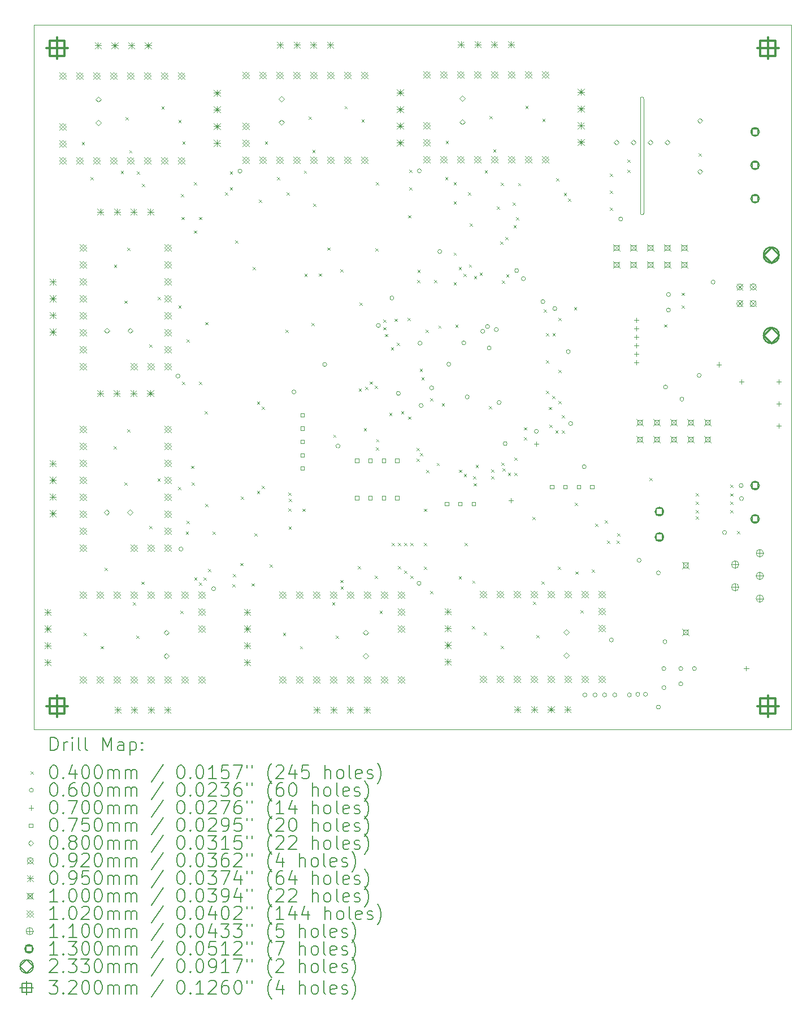
<source format=gbr>
%TF.GenerationSoftware,KiCad,Pcbnew,6.0.10*%
%TF.CreationDate,2023-02-06T19:47:40+03:00*%
%TF.ProjectId,multistepper,6d756c74-6973-4746-9570-7065722e6b69,rev?*%
%TF.SameCoordinates,Original*%
%TF.FileFunction,Drillmap*%
%TF.FilePolarity,Positive*%
%FSLAX45Y45*%
G04 Gerber Fmt 4.5, Leading zero omitted, Abs format (unit mm)*
G04 Created by KiCad (PCBNEW 6.0.10) date 2023-02-06 19:47:40*
%MOMM*%
%LPD*%
G01*
G04 APERTURE LIST*
%ADD10C,0.100000*%
%ADD11C,0.200000*%
%ADD12C,0.040000*%
%ADD13C,0.060000*%
%ADD14C,0.070000*%
%ADD15C,0.075000*%
%ADD16C,0.080000*%
%ADD17C,0.092000*%
%ADD18C,0.095000*%
%ADD19C,0.102000*%
%ADD20C,0.110000*%
%ADD21C,0.130000*%
%ADD22C,0.233000*%
%ADD23C,0.320000*%
G04 APERTURE END LIST*
D10*
X14640000Y-6670000D02*
G75*
G03*
X14690000Y-6670000I25000J0D01*
G01*
X14690000Y-4960000D02*
G75*
G03*
X14640000Y-4960000I-25000J5000D01*
G01*
X14640000Y-4960000D02*
X14640000Y-6670000D01*
X14690000Y-6670000D02*
X14690000Y-4960000D01*
X5550000Y-3850000D02*
X16900000Y-3850000D01*
X16900000Y-3850000D02*
X16900000Y-14400000D01*
X16900000Y-14400000D02*
X5550000Y-14400000D01*
X5550000Y-14400000D02*
X5550000Y-3850000D01*
D11*
D12*
X6270800Y-5601765D02*
X6310800Y-5641765D01*
X6310800Y-5601765D02*
X6270800Y-5641765D01*
X6299292Y-12950800D02*
X6339292Y-12990800D01*
X6339292Y-12950800D02*
X6299292Y-12990800D01*
X6401120Y-6126800D02*
X6441120Y-6166800D01*
X6441120Y-6126800D02*
X6401120Y-6166800D01*
X6553292Y-13150800D02*
X6593292Y-13190800D01*
X6593292Y-13150800D02*
X6553292Y-13190800D01*
X6614480Y-11978960D02*
X6654480Y-12018960D01*
X6654480Y-11978960D02*
X6614480Y-12018960D01*
X6749800Y-10161560D02*
X6789800Y-10201560D01*
X6789800Y-10161560D02*
X6749800Y-10201560D01*
X6752600Y-7442800D02*
X6792600Y-7482800D01*
X6792600Y-7442800D02*
X6752600Y-7482800D01*
X6855000Y-6036765D02*
X6895000Y-6076765D01*
X6895000Y-6036765D02*
X6855000Y-6076765D01*
X6907850Y-10698650D02*
X6947850Y-10738650D01*
X6947850Y-10698650D02*
X6907850Y-10738650D01*
X6910650Y-7979890D02*
X6950650Y-8019890D01*
X6950650Y-7979890D02*
X6910650Y-8019890D01*
X6927510Y-5229615D02*
X6967510Y-5269615D01*
X6967510Y-5229615D02*
X6927510Y-5269615D01*
X6949800Y-9907560D02*
X6989800Y-9947560D01*
X6989800Y-9907560D02*
X6949800Y-9947560D01*
X6952600Y-7188800D02*
X6992600Y-7228800D01*
X6992600Y-7188800D02*
X6952600Y-7228800D01*
X6982000Y-5726885D02*
X7022000Y-5766885D01*
X7022000Y-5726885D02*
X6982000Y-5766885D01*
X7035892Y-12495480D02*
X7075892Y-12535480D01*
X7075892Y-12495480D02*
X7035892Y-12535480D01*
X7090382Y-12992750D02*
X7130382Y-13032750D01*
X7130382Y-12992750D02*
X7090382Y-13032750D01*
X7097080Y-6045520D02*
X7137080Y-6085520D01*
X7137080Y-6045520D02*
X7097080Y-6085520D01*
X7162892Y-12185600D02*
X7202892Y-12225600D01*
X7202892Y-12185600D02*
X7162892Y-12225600D01*
X7174400Y-6228365D02*
X7214400Y-6268365D01*
X7214400Y-6228365D02*
X7174400Y-6268365D01*
X7280000Y-11355360D02*
X7320000Y-11395360D01*
X7320000Y-11355360D02*
X7280000Y-11395360D01*
X7282800Y-8636600D02*
X7322800Y-8676600D01*
X7322800Y-8636600D02*
X7282800Y-8676600D01*
X7405120Y-10644160D02*
X7445120Y-10684160D01*
X7445120Y-10644160D02*
X7405120Y-10684160D01*
X7407920Y-7925400D02*
X7447920Y-7965400D01*
X7447920Y-7925400D02*
X7407920Y-7965400D01*
X7464600Y-5071565D02*
X7504600Y-5111565D01*
X7504600Y-5071565D02*
X7464600Y-5111565D01*
X7715000Y-10771160D02*
X7755000Y-10811160D01*
X7755000Y-10771160D02*
X7715000Y-10811160D01*
X7717800Y-8052400D02*
X7757800Y-8092400D01*
X7757800Y-8052400D02*
X7717800Y-8092400D01*
X7718600Y-5271565D02*
X7758600Y-5311565D01*
X7758600Y-5271565D02*
X7718600Y-5311565D01*
X7747092Y-12620600D02*
X7787092Y-12660600D01*
X7787092Y-12620600D02*
X7747092Y-12660600D01*
X7757480Y-6384790D02*
X7797480Y-6424790D01*
X7797480Y-6384790D02*
X7757480Y-6424790D01*
X7767640Y-6726240D02*
X7807640Y-6766240D01*
X7807640Y-6726240D02*
X7767640Y-6766240D01*
X7772720Y-9195120D02*
X7812720Y-9235120D01*
X7812720Y-9195120D02*
X7772720Y-9235120D01*
X7777800Y-5598480D02*
X7817800Y-5638480D01*
X7817800Y-5598480D02*
X7777800Y-5638480D01*
X7828600Y-11440480D02*
X7868600Y-11480480D01*
X7868600Y-11440480D02*
X7828600Y-11480480D01*
X7838760Y-8560120D02*
X7878760Y-8600120D01*
X7878760Y-8560120D02*
X7838760Y-8600120D01*
X7838760Y-11277920D02*
X7878760Y-11317920D01*
X7878760Y-11277920D02*
X7838760Y-11317920D01*
X7906600Y-10451760D02*
X7946600Y-10491760D01*
X7946600Y-10451760D02*
X7906600Y-10491760D01*
X7920040Y-10698800D02*
X7960040Y-10738800D01*
X7960040Y-10698800D02*
X7920040Y-10738800D01*
X7950520Y-6208080D02*
X7990520Y-6248080D01*
X7990520Y-6208080D02*
X7950520Y-6248080D01*
X7950520Y-6929440D02*
X7990520Y-6969440D01*
X7990520Y-6929440D02*
X7950520Y-6969440D01*
X7955600Y-12126280D02*
X7995600Y-12166280D01*
X7995600Y-12126280D02*
X7955600Y-12166280D01*
X8026720Y-6726240D02*
X8066720Y-6766240D01*
X8066720Y-6726240D02*
X8026720Y-6766240D01*
X8026720Y-9195120D02*
X8066720Y-9235120D01*
X8066720Y-9195120D02*
X8026720Y-9235120D01*
X8026720Y-12197400D02*
X8066720Y-12237400D01*
X8066720Y-12197400D02*
X8026720Y-12237400D01*
X8092760Y-12126280D02*
X8132760Y-12166280D01*
X8132760Y-12126280D02*
X8092760Y-12166280D01*
X8113080Y-9632000D02*
X8153080Y-9672000D01*
X8153080Y-9632000D02*
X8113080Y-9672000D01*
X8123240Y-8301040D02*
X8163240Y-8341040D01*
X8163240Y-8301040D02*
X8123240Y-8341040D01*
X8123240Y-11023920D02*
X8163240Y-11063920D01*
X8163240Y-11023920D02*
X8123240Y-11063920D01*
X8163880Y-11999280D02*
X8203880Y-12039280D01*
X8203880Y-11999280D02*
X8163880Y-12039280D01*
X8229920Y-11435400D02*
X8269920Y-11475400D01*
X8269920Y-11435400D02*
X8229920Y-11475400D01*
X8417880Y-6355400D02*
X8457880Y-6395400D01*
X8457880Y-6355400D02*
X8417880Y-6395400D01*
X8489000Y-6045520D02*
X8529000Y-6085520D01*
X8529000Y-6045520D02*
X8489000Y-6085520D01*
X8489000Y-6284280D02*
X8529000Y-6324280D01*
X8529000Y-6284280D02*
X8489000Y-6324280D01*
X8529640Y-12222800D02*
X8569640Y-12262800D01*
X8569640Y-12222800D02*
X8529640Y-12262800D01*
X8534720Y-12070400D02*
X8574720Y-12110400D01*
X8574720Y-12070400D02*
X8534720Y-12110400D01*
X8570280Y-7076760D02*
X8610280Y-7116760D01*
X8610280Y-7076760D02*
X8570280Y-7116760D01*
X8646480Y-11907840D02*
X8686480Y-11947840D01*
X8686480Y-11907840D02*
X8646480Y-11947840D01*
X8651560Y-10912160D02*
X8691560Y-10952160D01*
X8691560Y-10912160D02*
X8651560Y-10952160D01*
X8814120Y-12212640D02*
X8854120Y-12252640D01*
X8854120Y-12212640D02*
X8814120Y-12252640D01*
X8829360Y-7473000D02*
X8869360Y-7513000D01*
X8869360Y-7473000D02*
X8829360Y-7513000D01*
X8857300Y-11463340D02*
X8897300Y-11503340D01*
X8897300Y-11463340D02*
X8857300Y-11503340D01*
X8895400Y-9489760D02*
X8935400Y-9529760D01*
X8935400Y-9489760D02*
X8895400Y-9529760D01*
X8895400Y-10825800D02*
X8935400Y-10865800D01*
X8935400Y-10825800D02*
X8895400Y-10865800D01*
X8925880Y-6467160D02*
X8965880Y-6507160D01*
X8965880Y-6467160D02*
X8925880Y-6507160D01*
X8966520Y-9565960D02*
X9006520Y-9605960D01*
X9006520Y-9565960D02*
X8966520Y-9605960D01*
X8966520Y-10754680D02*
X9006520Y-10794680D01*
X9006520Y-10754680D02*
X8966520Y-10794680D01*
X9012908Y-5595583D02*
X9052908Y-5635583D01*
X9052908Y-5595583D02*
X9012908Y-5635583D01*
X9083360Y-11928160D02*
X9123360Y-11968160D01*
X9123360Y-11928160D02*
X9083360Y-11968160D01*
X9195120Y-6126800D02*
X9235120Y-6166800D01*
X9235120Y-6126800D02*
X9195120Y-6166800D01*
X9285400Y-12950800D02*
X9325400Y-12990800D01*
X9325400Y-12950800D02*
X9285400Y-12990800D01*
X9322120Y-8417880D02*
X9362120Y-8457880D01*
X9362120Y-8417880D02*
X9322120Y-8457880D01*
X9337360Y-6355400D02*
X9377360Y-6395400D01*
X9377360Y-6355400D02*
X9337360Y-6395400D01*
X9367840Y-10856280D02*
X9407840Y-10896280D01*
X9407840Y-10856280D02*
X9367840Y-10896280D01*
X9367840Y-11089960D02*
X9407840Y-11129960D01*
X9407840Y-11089960D02*
X9367840Y-11129960D01*
X9368253Y-11364280D02*
X9408253Y-11404280D01*
X9408253Y-11364280D02*
X9368253Y-11404280D01*
X9372920Y-10947720D02*
X9412920Y-10987720D01*
X9412920Y-10947720D02*
X9372920Y-10987720D01*
X9539400Y-13150800D02*
X9579400Y-13190800D01*
X9579400Y-13150800D02*
X9539400Y-13190800D01*
X9576120Y-11095040D02*
X9616120Y-11135040D01*
X9616120Y-11095040D02*
X9576120Y-11135040D01*
X9597108Y-6030583D02*
X9637108Y-6070583D01*
X9637108Y-6030583D02*
X9597108Y-6070583D01*
X9606600Y-7574600D02*
X9646600Y-7614600D01*
X9646600Y-7574600D02*
X9606600Y-7614600D01*
X9669618Y-5223433D02*
X9709618Y-5263433D01*
X9709618Y-5223433D02*
X9669618Y-5263433D01*
X9713280Y-8311200D02*
X9753280Y-8351200D01*
X9753280Y-8311200D02*
X9713280Y-8351200D01*
X9724108Y-5720703D02*
X9764108Y-5760703D01*
X9764108Y-5720703D02*
X9724108Y-5760703D01*
X9738680Y-6528120D02*
X9778680Y-6568120D01*
X9778680Y-6528120D02*
X9738680Y-6568120D01*
X9819960Y-7573150D02*
X9859960Y-7613150D01*
X9859960Y-7573150D02*
X9819960Y-7613150D01*
X9946960Y-7183440D02*
X9986960Y-7223440D01*
X9986960Y-7183440D02*
X9946960Y-7223440D01*
X10022000Y-12495480D02*
X10062000Y-12535480D01*
X10062000Y-12495480D02*
X10022000Y-12535480D01*
X10038400Y-9985600D02*
X10078400Y-10025600D01*
X10078400Y-9985600D02*
X10038400Y-10025600D01*
X10076490Y-12992750D02*
X10116490Y-13032750D01*
X10116490Y-12992750D02*
X10076490Y-13032750D01*
X10145080Y-7508560D02*
X10185080Y-7548560D01*
X10185080Y-7508560D02*
X10145080Y-7548560D01*
X10145080Y-12161840D02*
X10185080Y-12201840D01*
X10185080Y-12161840D02*
X10145080Y-12201840D01*
X10149000Y-12258360D02*
X10189000Y-12298360D01*
X10189000Y-12258360D02*
X10149000Y-12298360D01*
X10206708Y-5065383D02*
X10246708Y-5105383D01*
X10246708Y-5065383D02*
X10206708Y-5105383D01*
X10404160Y-11953560D02*
X10444160Y-11993560D01*
X10444160Y-11953560D02*
X10404160Y-11993560D01*
X10419400Y-9296720D02*
X10459400Y-9336720D01*
X10459400Y-9296720D02*
X10419400Y-9336720D01*
X10429560Y-8011480D02*
X10469560Y-8051480D01*
X10469560Y-8011480D02*
X10429560Y-8051480D01*
X10460708Y-5265383D02*
X10500708Y-5305383D01*
X10500708Y-5265383D02*
X10460708Y-5305383D01*
X10495600Y-9886000D02*
X10535600Y-9926000D01*
X10535600Y-9886000D02*
X10495600Y-9926000D01*
X10515980Y-9268953D02*
X10555980Y-9308953D01*
X10555980Y-9268953D02*
X10515980Y-9308953D01*
X10587040Y-9190040D02*
X10627040Y-9230040D01*
X10627040Y-9190040D02*
X10587040Y-9230040D01*
X10663240Y-9256080D02*
X10703240Y-9296080D01*
X10703240Y-9256080D02*
X10663240Y-9296080D01*
X10663240Y-12095800D02*
X10703240Y-12135800D01*
X10703240Y-12095800D02*
X10663240Y-12135800D01*
X10668113Y-7193807D02*
X10708113Y-7233807D01*
X10708113Y-7193807D02*
X10668113Y-7233807D01*
X10678298Y-10175378D02*
X10718298Y-10215378D01*
X10718298Y-10175378D02*
X10678298Y-10215378D01*
X10678480Y-6208080D02*
X10718480Y-6248080D01*
X10718480Y-6208080D02*
X10678480Y-6248080D01*
X10680400Y-10052200D02*
X10720400Y-10092200D01*
X10720400Y-10052200D02*
X10680400Y-10092200D01*
X10733200Y-12620600D02*
X10773200Y-12660600D01*
X10773200Y-12620600D02*
X10733200Y-12660600D01*
X10790240Y-8265480D02*
X10830240Y-8305480D01*
X10830240Y-8265480D02*
X10790240Y-8305480D01*
X10790240Y-8377240D02*
X10830240Y-8417240D01*
X10830240Y-8377240D02*
X10790240Y-8417240D01*
X10815640Y-8478840D02*
X10855640Y-8518840D01*
X10855640Y-8478840D02*
X10815640Y-8518840D01*
X10876600Y-9657400D02*
X10916600Y-9697400D01*
X10916600Y-9657400D02*
X10876600Y-9697400D01*
X10902000Y-8676960D02*
X10942000Y-8716960D01*
X10942000Y-8676960D02*
X10902000Y-8716960D01*
X10912160Y-11608120D02*
X10952160Y-11648120D01*
X10952160Y-11608120D02*
X10912160Y-11648120D01*
X10957880Y-8250240D02*
X10997880Y-8290240D01*
X10997880Y-8250240D02*
X10957880Y-8290240D01*
X10993440Y-8610920D02*
X11033440Y-8650920D01*
X11033440Y-8610920D02*
X10993440Y-8650920D01*
X11008680Y-11608120D02*
X11048680Y-11648120D01*
X11048680Y-11608120D02*
X11008680Y-11648120D01*
X11008680Y-11953560D02*
X11048680Y-11993560D01*
X11048680Y-11953560D02*
X11008680Y-11993560D01*
X11054400Y-9632000D02*
X11094400Y-9672000D01*
X11094400Y-9632000D02*
X11054400Y-9672000D01*
X11100120Y-11608120D02*
X11140120Y-11648120D01*
X11140120Y-11608120D02*
X11100120Y-11648120D01*
X11100120Y-12024680D02*
X11140120Y-12064680D01*
X11140120Y-12024680D02*
X11100120Y-12064680D01*
X11150920Y-8235000D02*
X11190920Y-8275000D01*
X11190920Y-8235000D02*
X11150920Y-8275000D01*
X11161080Y-6700840D02*
X11201080Y-6740840D01*
X11201080Y-6700840D02*
X11161080Y-6740840D01*
X11161500Y-9713700D02*
X11201500Y-9753700D01*
X11201500Y-9713700D02*
X11161500Y-9753700D01*
X11176320Y-6020120D02*
X11216320Y-6060120D01*
X11216320Y-6020120D02*
X11176320Y-6060120D01*
X11176320Y-6284280D02*
X11216320Y-6324280D01*
X11216320Y-6284280D02*
X11176320Y-6324280D01*
X11191560Y-11608120D02*
X11231560Y-11648120D01*
X11231560Y-11608120D02*
X11191560Y-11648120D01*
X11191560Y-12095800D02*
X11231560Y-12135800D01*
X11231560Y-12095800D02*
X11191560Y-12135800D01*
X11289520Y-10182560D02*
X11329520Y-10222560D01*
X11329520Y-10182560D02*
X11289520Y-10222560D01*
X11289520Y-10342560D02*
X11329520Y-10382560D01*
X11329520Y-10342560D02*
X11289520Y-10382560D01*
X11298240Y-7671120D02*
X11338240Y-7711120D01*
X11338240Y-7671120D02*
X11298240Y-7711120D01*
X11300573Y-7516387D02*
X11340573Y-7556387D01*
X11340573Y-7516387D02*
X11300573Y-7556387D01*
X11333800Y-8997000D02*
X11373800Y-9037000D01*
X11373800Y-8997000D02*
X11333800Y-9037000D01*
X11338880Y-10261920D02*
X11378880Y-10301920D01*
X11378880Y-10261920D02*
X11338880Y-10301920D01*
X11359200Y-9124000D02*
X11399200Y-9164000D01*
X11399200Y-9124000D02*
X11359200Y-9164000D01*
X11394760Y-11095040D02*
X11434760Y-11135040D01*
X11434760Y-11095040D02*
X11394760Y-11135040D01*
X11394760Y-11608120D02*
X11434760Y-11648120D01*
X11434760Y-11608120D02*
X11394760Y-11648120D01*
X11394760Y-11964810D02*
X11434760Y-12004810D01*
X11434760Y-11964810D02*
X11394760Y-12004810D01*
X11420160Y-8412800D02*
X11460160Y-8452800D01*
X11460160Y-8412800D02*
X11420160Y-8452800D01*
X11430320Y-10515920D02*
X11470320Y-10555920D01*
X11470320Y-10515920D02*
X11430320Y-10555920D01*
X11491280Y-9438850D02*
X11531280Y-9478850D01*
X11531280Y-9438850D02*
X11491280Y-9478850D01*
X11491280Y-12324400D02*
X11531280Y-12364400D01*
X11531280Y-12324400D02*
X11491280Y-12364400D01*
X11547160Y-7671120D02*
X11587160Y-7711120D01*
X11587160Y-7671120D02*
X11547160Y-7711120D01*
X11587800Y-10409240D02*
X11627800Y-10449240D01*
X11627800Y-10409240D02*
X11587800Y-10449240D01*
X11613200Y-8351840D02*
X11653200Y-8391840D01*
X11653200Y-8351840D02*
X11613200Y-8391840D01*
X11664000Y-9513160D02*
X11704000Y-9553160D01*
X11704000Y-9513160D02*
X11664000Y-9553160D01*
X11714800Y-6126800D02*
X11754800Y-6166800D01*
X11754800Y-6126800D02*
X11714800Y-6166800D01*
X11723445Y-5589400D02*
X11763445Y-5629400D01*
X11763445Y-5589400D02*
X11723445Y-5629400D01*
X11841800Y-6208080D02*
X11881800Y-6248080D01*
X11881800Y-6208080D02*
X11841800Y-6248080D01*
X11841800Y-6492560D02*
X11881800Y-6532560D01*
X11881800Y-6492560D02*
X11841800Y-6532560D01*
X11841800Y-7259640D02*
X11881800Y-7299640D01*
X11881800Y-7259640D02*
X11841800Y-7299640D01*
X11841800Y-7701600D02*
X11881800Y-7741600D01*
X11881800Y-7701600D02*
X11841800Y-7741600D01*
X11867200Y-8336600D02*
X11907200Y-8376600D01*
X11907200Y-8336600D02*
X11867200Y-8376600D01*
X11918000Y-7473000D02*
X11958000Y-7513000D01*
X11958000Y-7473000D02*
X11918000Y-7513000D01*
X11918000Y-12105960D02*
X11958000Y-12145960D01*
X11958000Y-12105960D02*
X11918000Y-12145960D01*
X11923080Y-10510840D02*
X11963080Y-10550840D01*
X11963080Y-10510840D02*
X11923080Y-10550840D01*
X11987950Y-7579680D02*
X12027950Y-7619680D01*
X12027950Y-7579680D02*
X11987950Y-7619680D01*
X11994200Y-10571800D02*
X12034200Y-10611800D01*
X12034200Y-10571800D02*
X11994200Y-10611800D01*
X12009440Y-11608120D02*
X12049440Y-11648120D01*
X12049440Y-11608120D02*
X12009440Y-11648120D01*
X12055160Y-6355400D02*
X12095160Y-6395400D01*
X12095160Y-6355400D02*
X12055160Y-6395400D01*
X12070400Y-7437440D02*
X12110400Y-7477440D01*
X12110400Y-7437440D02*
X12070400Y-7477440D01*
X12085640Y-6822760D02*
X12125640Y-6862760D01*
X12125640Y-6822760D02*
X12085640Y-6862760D01*
X12116120Y-12852720D02*
X12156120Y-12892720D01*
X12156120Y-12852720D02*
X12116120Y-12892720D01*
X12121200Y-12170910D02*
X12161200Y-12210910D01*
X12161200Y-12170910D02*
X12121200Y-12210910D01*
X12136440Y-10607360D02*
X12176440Y-10647360D01*
X12176440Y-10607360D02*
X12136440Y-10647360D01*
X12141727Y-10714247D02*
X12181727Y-10754247D01*
X12181727Y-10714247D02*
X12141727Y-10754247D01*
X12146600Y-7612700D02*
X12186600Y-7652700D01*
X12186600Y-7612700D02*
X12146600Y-7652700D01*
X12170910Y-10439720D02*
X12210910Y-10479720D01*
X12210910Y-10439720D02*
X12170910Y-10479720D01*
X12230801Y-7558295D02*
X12270801Y-7598295D01*
X12270801Y-7558295D02*
X12230801Y-7598295D01*
X12291400Y-12944800D02*
X12331400Y-12984800D01*
X12331400Y-12944800D02*
X12291400Y-12984800D01*
X12307645Y-6024400D02*
X12347645Y-6064400D01*
X12347645Y-6024400D02*
X12307645Y-6064400D01*
X12370120Y-9560880D02*
X12410120Y-9600880D01*
X12410120Y-9560880D02*
X12370120Y-9600880D01*
X12380155Y-5217250D02*
X12420155Y-5257250D01*
X12420155Y-5217250D02*
X12380155Y-5257250D01*
X12401690Y-10503771D02*
X12441690Y-10543771D01*
X12441690Y-10503771D02*
X12401690Y-10543771D01*
X12401690Y-10607360D02*
X12441690Y-10647360D01*
X12441690Y-10607360D02*
X12401690Y-10647360D01*
X12434645Y-5714520D02*
X12474645Y-5754520D01*
X12474645Y-5714520D02*
X12434645Y-5754520D01*
X12492040Y-6568760D02*
X12532040Y-6608760D01*
X12532040Y-6568760D02*
X12492040Y-6608760D01*
X12537760Y-7097080D02*
X12577760Y-7137080D01*
X12577760Y-7097080D02*
X12537760Y-7137080D01*
X12545400Y-13144800D02*
X12585400Y-13184800D01*
X12585400Y-13144800D02*
X12545400Y-13184800D01*
X12547045Y-6216000D02*
X12587045Y-6256000D01*
X12587045Y-6216000D02*
X12547045Y-6256000D01*
X12558080Y-10404160D02*
X12598080Y-10444160D01*
X12598080Y-10404160D02*
X12558080Y-10444160D01*
X12568240Y-7681280D02*
X12608240Y-7721280D01*
X12608240Y-7681280D02*
X12568240Y-7721280D01*
X12576420Y-10492238D02*
X12616420Y-10532238D01*
X12616420Y-10492238D02*
X12576420Y-10532238D01*
X12619040Y-7025960D02*
X12659040Y-7065960D01*
X12659040Y-7025960D02*
X12619040Y-7065960D01*
X12629200Y-7583670D02*
X12669200Y-7623670D01*
X12669200Y-7583670D02*
X12629200Y-7623670D01*
X12654600Y-10558550D02*
X12694600Y-10598550D01*
X12694600Y-10558550D02*
X12654600Y-10598550D01*
X12725720Y-6512880D02*
X12765720Y-6552880D01*
X12765720Y-6512880D02*
X12725720Y-6552880D01*
X12737980Y-6848160D02*
X12777980Y-6888160D01*
X12777980Y-6848160D02*
X12737980Y-6888160D01*
X12749600Y-10331050D02*
X12789600Y-10371050D01*
X12789600Y-10331050D02*
X12749600Y-10371050D01*
X12749600Y-10558550D02*
X12789600Y-10598550D01*
X12789600Y-10558550D02*
X12749600Y-10598550D01*
X12776520Y-6731320D02*
X12816520Y-6771320D01*
X12816520Y-6731320D02*
X12776520Y-6771320D01*
X12807000Y-6218240D02*
X12847000Y-6258240D01*
X12847000Y-6218240D02*
X12807000Y-6258240D01*
X12893360Y-9875840D02*
X12933360Y-9915840D01*
X12933360Y-9875840D02*
X12893360Y-9915840D01*
X12893360Y-10023160D02*
X12933360Y-10063160D01*
X12933360Y-10023160D02*
X12893360Y-10063160D01*
X12917245Y-5059200D02*
X12957245Y-5099200D01*
X12957245Y-5059200D02*
X12917245Y-5099200D01*
X13025440Y-11216960D02*
X13065440Y-11256960D01*
X13065440Y-11216960D02*
X13025440Y-11256960D01*
X13028000Y-12489480D02*
X13068000Y-12529480D01*
X13068000Y-12489480D02*
X13028000Y-12529480D01*
X13082490Y-12986750D02*
X13122490Y-13026750D01*
X13122490Y-12986750D02*
X13082490Y-13026750D01*
X13155000Y-12179600D02*
X13195000Y-12219600D01*
X13195000Y-12179600D02*
X13155000Y-12219600D01*
X13171245Y-5259200D02*
X13211245Y-5299200D01*
X13211245Y-5259200D02*
X13171245Y-5299200D01*
X13193080Y-8108000D02*
X13233080Y-8148000D01*
X13233080Y-8108000D02*
X13193080Y-8148000D01*
X13223300Y-8463600D02*
X13263300Y-8503600D01*
X13263300Y-8463600D02*
X13223300Y-8503600D01*
X13223560Y-8870000D02*
X13263560Y-8910000D01*
X13263560Y-8870000D02*
X13223560Y-8910000D01*
X13223560Y-9327200D02*
X13263560Y-9367200D01*
X13263560Y-9327200D02*
X13223560Y-9367200D01*
X13269280Y-9571040D02*
X13309280Y-9611040D01*
X13309280Y-9571040D02*
X13269280Y-9611040D01*
X13274360Y-9835200D02*
X13314360Y-9875200D01*
X13314360Y-9835200D02*
X13274360Y-9875200D01*
X13320080Y-9403400D02*
X13360080Y-9443400D01*
X13360080Y-9403400D02*
X13320080Y-9443400D01*
X13323250Y-8463600D02*
X13363250Y-8503600D01*
X13363250Y-8463600D02*
X13323250Y-8503600D01*
X13365800Y-9923550D02*
X13405800Y-9963550D01*
X13405800Y-9923550D02*
X13365800Y-9963550D01*
X13375960Y-6147120D02*
X13415960Y-6187120D01*
X13415960Y-6147120D02*
X13375960Y-6187120D01*
X13406440Y-11963720D02*
X13446440Y-12003720D01*
X13446440Y-11963720D02*
X13406440Y-12003720D01*
X13411520Y-9479600D02*
X13451520Y-9519600D01*
X13451520Y-9479600D02*
X13411520Y-9519600D01*
X13413300Y-8236100D02*
X13453300Y-8276100D01*
X13453300Y-8236100D02*
X13413300Y-8276100D01*
X13413300Y-9016150D02*
X13453300Y-9056150D01*
X13453300Y-9016150D02*
X13413300Y-9056150D01*
X13460800Y-9696050D02*
X13500800Y-9736050D01*
X13500800Y-9696050D02*
X13460800Y-9736050D01*
X13460800Y-9923550D02*
X13500800Y-9963550D01*
X13500800Y-9923550D02*
X13460800Y-9963550D01*
X13492800Y-6365560D02*
X13532800Y-6405560D01*
X13532800Y-6365560D02*
X13492800Y-6405560D01*
X13558840Y-6451920D02*
X13598840Y-6491920D01*
X13598840Y-6451920D02*
X13558840Y-6491920D01*
X13645200Y-8077519D02*
X13685200Y-8117519D01*
X13685200Y-8077519D02*
X13645200Y-8117519D01*
X13660440Y-11003600D02*
X13700440Y-11043600D01*
X13700440Y-11003600D02*
X13660440Y-11043600D01*
X13665520Y-12034840D02*
X13705520Y-12074840D01*
X13705520Y-12034840D02*
X13665520Y-12074840D01*
X13739200Y-12614600D02*
X13779200Y-12654600D01*
X13779200Y-12614600D02*
X13739200Y-12654600D01*
X13914440Y-12004360D02*
X13954440Y-12044360D01*
X13954440Y-12004360D02*
X13914440Y-12044360D01*
X13960160Y-11318560D02*
X14000160Y-11358560D01*
X14000160Y-11318560D02*
X13960160Y-11358560D01*
X14107480Y-11267760D02*
X14147480Y-11307760D01*
X14147480Y-11267760D02*
X14107480Y-11307760D01*
X14137960Y-11572560D02*
X14177960Y-11612560D01*
X14177960Y-11572560D02*
X14137960Y-11612560D01*
X14183300Y-6076000D02*
X14223300Y-6116000D01*
X14223300Y-6076000D02*
X14183300Y-6116000D01*
X14183300Y-6330000D02*
X14223300Y-6370000D01*
X14223300Y-6330000D02*
X14183300Y-6370000D01*
X14183300Y-6584000D02*
X14223300Y-6624000D01*
X14223300Y-6584000D02*
X14183300Y-6624000D01*
X14285280Y-11572560D02*
X14325280Y-11612560D01*
X14325280Y-11572560D02*
X14285280Y-11612560D01*
X14290360Y-11465880D02*
X14330360Y-11505880D01*
X14330360Y-11465880D02*
X14290360Y-11505880D01*
X14442760Y-5866470D02*
X14482760Y-5906470D01*
X14482760Y-5866470D02*
X14442760Y-5906470D01*
X14442760Y-6020120D02*
X14482760Y-6060120D01*
X14482760Y-6020120D02*
X14442760Y-6060120D01*
X14778040Y-10632760D02*
X14818040Y-10672760D01*
X14818040Y-10632760D02*
X14778040Y-10672760D01*
X14996480Y-8334800D02*
X15036480Y-8374800D01*
X15036480Y-8334800D02*
X14996480Y-8374800D01*
X15258650Y-7861200D02*
X15298650Y-7901200D01*
X15298650Y-7861200D02*
X15258650Y-7901200D01*
X15258650Y-8051200D02*
X15298650Y-8091200D01*
X15298650Y-8051200D02*
X15258650Y-8091200D01*
X15468920Y-11206800D02*
X15508920Y-11246800D01*
X15508920Y-11206800D02*
X15468920Y-11246800D01*
X15470500Y-10863900D02*
X15510500Y-10903900D01*
X15510500Y-10863900D02*
X15470500Y-10903900D01*
X15470500Y-10990900D02*
X15510500Y-11030900D01*
X15510500Y-10990900D02*
X15470500Y-11030900D01*
X15470500Y-11117900D02*
X15510500Y-11157900D01*
X15510500Y-11117900D02*
X15470500Y-11157900D01*
X15509560Y-5773800D02*
X15549560Y-5813800D01*
X15549560Y-5773800D02*
X15509560Y-5813800D01*
X15985500Y-10736900D02*
X16025500Y-10776900D01*
X16025500Y-10736900D02*
X15985500Y-10776900D01*
X15987080Y-10866440D02*
X16027080Y-10906440D01*
X16027080Y-10866440D02*
X15987080Y-10906440D01*
X15987080Y-10988360D02*
X16027080Y-11028360D01*
X16027080Y-10988360D02*
X15987080Y-11028360D01*
X15987080Y-11115360D02*
X16027080Y-11155360D01*
X16027080Y-11115360D02*
X15987080Y-11155360D01*
X16088680Y-11430320D02*
X16128680Y-11470320D01*
X16128680Y-11430320D02*
X16088680Y-11470320D01*
D13*
X7741440Y-9108440D02*
G75*
G03*
X7741440Y-9108440I-30000J0D01*
G01*
X7787160Y-11699240D02*
G75*
G03*
X7787160Y-11699240I-30000J0D01*
G01*
X8274840Y-12293600D02*
G75*
G03*
X8274840Y-12293600I-30000J0D01*
G01*
X8671080Y-6040120D02*
G75*
G03*
X8671080Y-6040120I-30000J0D01*
G01*
X9478800Y-9347200D02*
G75*
G03*
X9478800Y-9347200I-30000J0D01*
G01*
X9941080Y-8935720D02*
G75*
G03*
X9941080Y-8935720I-30000J0D01*
G01*
X10139200Y-10154920D02*
G75*
G03*
X10139200Y-10154920I-30000J0D01*
G01*
X10743720Y-8351520D02*
G75*
G03*
X10743720Y-8351520I-30000J0D01*
G01*
X10946920Y-7940040D02*
G75*
G03*
X10946920Y-7940040I-30000J0D01*
G01*
X11043440Y-9367520D02*
G75*
G03*
X11043440Y-9367520I-30000J0D01*
G01*
X11353320Y-12212320D02*
G75*
G03*
X11353320Y-12212320I-30000J0D01*
G01*
X11358400Y-6035040D02*
G75*
G03*
X11358400Y-6035040I-30000J0D01*
G01*
X11368560Y-8615680D02*
G75*
G03*
X11368560Y-8615680I-30000J0D01*
G01*
X11383800Y-9550400D02*
G75*
G03*
X11383800Y-9550400I-30000J0D01*
G01*
X11541280Y-9286350D02*
G75*
G03*
X11541280Y-9286350I-30000J0D01*
G01*
X11663200Y-7244080D02*
G75*
G03*
X11663200Y-7244080I-30000J0D01*
G01*
X11798360Y-8930640D02*
G75*
G03*
X11798360Y-8930640I-30000J0D01*
G01*
X12023880Y-8610600D02*
G75*
G03*
X12023880Y-8610600I-30000J0D01*
G01*
X12074680Y-9420210D02*
G75*
G03*
X12074680Y-9420210I-30000J0D01*
G01*
X12308360Y-8437880D02*
G75*
G03*
X12308360Y-8437880I-30000J0D01*
G01*
X12379480Y-8366760D02*
G75*
G03*
X12379480Y-8366760I-30000J0D01*
G01*
X12403480Y-8686800D02*
G75*
G03*
X12403480Y-8686800I-30000J0D01*
G01*
X12511560Y-8412480D02*
G75*
G03*
X12511560Y-8412480I-30000J0D01*
G01*
X12552200Y-9504680D02*
G75*
G03*
X12552200Y-9504680I-30000J0D01*
G01*
X12643640Y-10119360D02*
G75*
G03*
X12643640Y-10119360I-30000J0D01*
G01*
X12816360Y-7528560D02*
G75*
G03*
X12816360Y-7528560I-30000J0D01*
G01*
X12917960Y-7650480D02*
G75*
G03*
X12917960Y-7650480I-30000J0D01*
G01*
X13111000Y-9936480D02*
G75*
G03*
X13111000Y-9936480I-30000J0D01*
G01*
X13209222Y-7992542D02*
G75*
G03*
X13209222Y-7992542I-30000J0D01*
G01*
X13387860Y-8097520D02*
G75*
G03*
X13387860Y-8097520I-30000J0D01*
G01*
X13588520Y-8742680D02*
G75*
G03*
X13588520Y-8742680I-30000J0D01*
G01*
X13624080Y-9819640D02*
G75*
G03*
X13624080Y-9819640I-30000J0D01*
G01*
X13827280Y-10464800D02*
G75*
G03*
X13827280Y-10464800I-30000J0D01*
G01*
X13837440Y-13883640D02*
G75*
G03*
X13837440Y-13883640I-30000J0D01*
G01*
X13989840Y-13883640D02*
G75*
G03*
X13989840Y-13883640I-30000J0D01*
G01*
X14132080Y-13883640D02*
G75*
G03*
X14132080Y-13883640I-30000J0D01*
G01*
X14233680Y-13060680D02*
G75*
G03*
X14233680Y-13060680I-30000J0D01*
G01*
X14284480Y-13883640D02*
G75*
G03*
X14284480Y-13883640I-30000J0D01*
G01*
X14374650Y-6757670D02*
G75*
G03*
X14374650Y-6757670I-30000J0D01*
G01*
X14504300Y-13883640D02*
G75*
G03*
X14504300Y-13883640I-30000J0D01*
G01*
X14629920Y-13873480D02*
G75*
G03*
X14629920Y-13873480I-30000J0D01*
G01*
X14650240Y-11866880D02*
G75*
G03*
X14650240Y-11866880I-30000J0D01*
G01*
X14746760Y-13873480D02*
G75*
G03*
X14746760Y-13873480I-30000J0D01*
G01*
X14938813Y-14065533D02*
G75*
G03*
X14938813Y-14065533I-30000J0D01*
G01*
X14939800Y-12054840D02*
G75*
G03*
X14939800Y-12054840I-30000J0D01*
G01*
X15021080Y-13487400D02*
G75*
G03*
X15021080Y-13487400I-30000J0D01*
G01*
X15021080Y-13774900D02*
G75*
G03*
X15021080Y-13774900I-30000J0D01*
G01*
X15036320Y-13086080D02*
G75*
G03*
X15036320Y-13086080I-30000J0D01*
G01*
X15046480Y-9272800D02*
G75*
G03*
X15046480Y-9272800I-30000J0D01*
G01*
X15090000Y-7887040D02*
G75*
G03*
X15090000Y-7887040I-30000J0D01*
G01*
X15090000Y-8120000D02*
G75*
G03*
X15090000Y-8120000I-30000J0D01*
G01*
X15275000Y-13487400D02*
G75*
G03*
X15275000Y-13487400I-30000J0D01*
G01*
X15275000Y-13717400D02*
G75*
G03*
X15275000Y-13717400I-30000J0D01*
G01*
X15290320Y-9453880D02*
G75*
G03*
X15290320Y-9453880I-30000J0D01*
G01*
X15478280Y-13487400D02*
G75*
G03*
X15478280Y-13487400I-30000J0D01*
G01*
X15549790Y-9097360D02*
G75*
G03*
X15549790Y-9097360I-30000J0D01*
G01*
X15757680Y-7701280D02*
G75*
G03*
X15757680Y-7701280I-30000J0D01*
G01*
X15930400Y-11450320D02*
G75*
G03*
X15930400Y-11450320I-30000J0D01*
G01*
X16178240Y-10748200D02*
G75*
G03*
X16178240Y-10748200I-30000J0D01*
G01*
X16184400Y-10942320D02*
G75*
G03*
X16184400Y-10942320I-30000J0D01*
G01*
D14*
X12700000Y-10937800D02*
X12700000Y-11007800D01*
X12665000Y-10972800D02*
X12735000Y-10972800D01*
X13081000Y-10089440D02*
X13081000Y-10159440D01*
X13046000Y-10124440D02*
X13116000Y-10124440D01*
X14582100Y-8232700D02*
X14582100Y-8302700D01*
X14547100Y-8267700D02*
X14617100Y-8267700D01*
X14582100Y-8359700D02*
X14582100Y-8429700D01*
X14547100Y-8394700D02*
X14617100Y-8394700D01*
X14582100Y-8486700D02*
X14582100Y-8556700D01*
X14547100Y-8521700D02*
X14617100Y-8521700D01*
X14582100Y-8613700D02*
X14582100Y-8683700D01*
X14547100Y-8648700D02*
X14617100Y-8648700D01*
X14582100Y-8740700D02*
X14582100Y-8810700D01*
X14547100Y-8775700D02*
X14617100Y-8775700D01*
X14582100Y-8867700D02*
X14582100Y-8937700D01*
X14547100Y-8902700D02*
X14617100Y-8902700D01*
X15816750Y-8899800D02*
X15816750Y-8969800D01*
X15781750Y-8934800D02*
X15851750Y-8934800D01*
X16154400Y-9159800D02*
X16154400Y-9229800D01*
X16119400Y-9194800D02*
X16189400Y-9194800D01*
X16225520Y-13447320D02*
X16225520Y-13517320D01*
X16190520Y-13482320D02*
X16260520Y-13482320D01*
X16713200Y-9159800D02*
X16713200Y-9229800D01*
X16678200Y-9194800D02*
X16748200Y-9194800D01*
X16713200Y-9490000D02*
X16713200Y-9560000D01*
X16678200Y-9525000D02*
X16748200Y-9525000D01*
X16713200Y-9820200D02*
X16713200Y-9890200D01*
X16678200Y-9855200D02*
X16748200Y-9855200D01*
D15*
X9602317Y-9716717D02*
X9602317Y-9663683D01*
X9549283Y-9663683D01*
X9549283Y-9716717D01*
X9602317Y-9716717D01*
X9602317Y-9916717D02*
X9602317Y-9863683D01*
X9549283Y-9863683D01*
X9549283Y-9916717D01*
X9602317Y-9916717D01*
X9602317Y-10116717D02*
X9602317Y-10063683D01*
X9549283Y-10063683D01*
X9549283Y-10116717D01*
X9602317Y-10116717D01*
X9602317Y-10316717D02*
X9602317Y-10263683D01*
X9549283Y-10263683D01*
X9549283Y-10316717D01*
X9602317Y-10316717D01*
X9602317Y-10516717D02*
X9602317Y-10463683D01*
X9549283Y-10463683D01*
X9549283Y-10516717D01*
X9602317Y-10516717D01*
X10419917Y-10399877D02*
X10419917Y-10346843D01*
X10366883Y-10346843D01*
X10366883Y-10399877D01*
X10419917Y-10399877D01*
X10419917Y-10958677D02*
X10419917Y-10905643D01*
X10366883Y-10905643D01*
X10366883Y-10958677D01*
X10419917Y-10958677D01*
X10619917Y-10399877D02*
X10619917Y-10346843D01*
X10566883Y-10346843D01*
X10566883Y-10399877D01*
X10619917Y-10399877D01*
X10619917Y-10958677D02*
X10619917Y-10905643D01*
X10566883Y-10905643D01*
X10566883Y-10958677D01*
X10619917Y-10958677D01*
X10819917Y-10399877D02*
X10819917Y-10346843D01*
X10766883Y-10346843D01*
X10766883Y-10399877D01*
X10819917Y-10399877D01*
X10819917Y-10958677D02*
X10819917Y-10905643D01*
X10766883Y-10905643D01*
X10766883Y-10958677D01*
X10819917Y-10958677D01*
X11019917Y-10399877D02*
X11019917Y-10346843D01*
X10966883Y-10346843D01*
X10966883Y-10399877D01*
X11019917Y-10399877D01*
X11019917Y-10958677D02*
X11019917Y-10905643D01*
X10966883Y-10905643D01*
X10966883Y-10958677D01*
X11019917Y-10958677D01*
X11764517Y-11045917D02*
X11764517Y-10992883D01*
X11711483Y-10992883D01*
X11711483Y-11045917D01*
X11764517Y-11045917D01*
X11964517Y-11045917D02*
X11964517Y-10992883D01*
X11911483Y-10992883D01*
X11911483Y-11045917D01*
X11964517Y-11045917D01*
X12164517Y-11045917D02*
X12164517Y-10992883D01*
X12111483Y-10992883D01*
X12111483Y-11045917D01*
X12164517Y-11045917D01*
X13340917Y-10796997D02*
X13340917Y-10743963D01*
X13287883Y-10743963D01*
X13287883Y-10796997D01*
X13340917Y-10796997D01*
X13540917Y-10796997D02*
X13540917Y-10743963D01*
X13487883Y-10743963D01*
X13487883Y-10796997D01*
X13540917Y-10796997D01*
X13740917Y-10796997D02*
X13740917Y-10743963D01*
X13687883Y-10743963D01*
X13687883Y-10796997D01*
X13740917Y-10796997D01*
X13940917Y-10796997D02*
X13940917Y-10743963D01*
X13887883Y-10743963D01*
X13887883Y-10796997D01*
X13940917Y-10796997D01*
D16*
X6519400Y-5004565D02*
X6559400Y-4964565D01*
X6519400Y-4924565D01*
X6479400Y-4964565D01*
X6519400Y-5004565D01*
X6519400Y-5354565D02*
X6559400Y-5314565D01*
X6519400Y-5274565D01*
X6479400Y-5314565D01*
X6519400Y-5354565D01*
X6642800Y-11186760D02*
X6682800Y-11146760D01*
X6642800Y-11106760D01*
X6602800Y-11146760D01*
X6642800Y-11186760D01*
X6645600Y-8468000D02*
X6685600Y-8428000D01*
X6645600Y-8388000D01*
X6605600Y-8428000D01*
X6645600Y-8468000D01*
X6992800Y-11186760D02*
X7032800Y-11146760D01*
X6992800Y-11106760D01*
X6952800Y-11146760D01*
X6992800Y-11186760D01*
X6995600Y-8468000D02*
X7035600Y-8428000D01*
X6995600Y-8388000D01*
X6955600Y-8428000D01*
X6995600Y-8468000D01*
X7538492Y-12987800D02*
X7578492Y-12947800D01*
X7538492Y-12907800D01*
X7498492Y-12947800D01*
X7538492Y-12987800D01*
X7538492Y-13337800D02*
X7578492Y-13297800D01*
X7538492Y-13257800D01*
X7498492Y-13297800D01*
X7538492Y-13337800D01*
X9261508Y-4998383D02*
X9301508Y-4958383D01*
X9261508Y-4918383D01*
X9221508Y-4958383D01*
X9261508Y-4998383D01*
X9261508Y-5348383D02*
X9301508Y-5308383D01*
X9261508Y-5268383D01*
X9221508Y-5308383D01*
X9261508Y-5348383D01*
X10524600Y-12987800D02*
X10564600Y-12947800D01*
X10524600Y-12907800D01*
X10484600Y-12947800D01*
X10524600Y-12987800D01*
X10524600Y-13337800D02*
X10564600Y-13297800D01*
X10524600Y-13257800D01*
X10484600Y-13297800D01*
X10524600Y-13337800D01*
X11972045Y-4992200D02*
X12012045Y-4952200D01*
X11972045Y-4912200D01*
X11932045Y-4952200D01*
X11972045Y-4992200D01*
X11972045Y-5342200D02*
X12012045Y-5302200D01*
X11972045Y-5262200D01*
X11932045Y-5302200D01*
X11972045Y-5342200D01*
X13530600Y-12981800D02*
X13570600Y-12941800D01*
X13530600Y-12901800D01*
X13490600Y-12941800D01*
X13530600Y-12981800D01*
X13530600Y-13331800D02*
X13570600Y-13291800D01*
X13530600Y-13251800D01*
X13490600Y-13291800D01*
X13530600Y-13331800D01*
X14279880Y-5648320D02*
X14319880Y-5608320D01*
X14279880Y-5568320D01*
X14239880Y-5608320D01*
X14279880Y-5648320D01*
X14533880Y-5648320D02*
X14573880Y-5608320D01*
X14533880Y-5568320D01*
X14493880Y-5608320D01*
X14533880Y-5648320D01*
X14787880Y-5648320D02*
X14827880Y-5608320D01*
X14787880Y-5568320D01*
X14747880Y-5608320D01*
X14787880Y-5648320D01*
X15041880Y-5648320D02*
X15081880Y-5608320D01*
X15041880Y-5568320D01*
X15001880Y-5608320D01*
X15041880Y-5648320D01*
X15529560Y-5323200D02*
X15569560Y-5283200D01*
X15529560Y-5243200D01*
X15489560Y-5283200D01*
X15529560Y-5323200D01*
X15529560Y-6085200D02*
X15569560Y-6045200D01*
X15529560Y-6005200D01*
X15489560Y-6045200D01*
X15529560Y-6085200D01*
D17*
X16083000Y-7727000D02*
X16175000Y-7819000D01*
X16175000Y-7727000D02*
X16083000Y-7819000D01*
X16175000Y-7773000D02*
G75*
G03*
X16175000Y-7773000I-46000J0D01*
G01*
X16083000Y-7977000D02*
X16175000Y-8069000D01*
X16175000Y-7977000D02*
X16083000Y-8069000D01*
X16175000Y-8023000D02*
G75*
G03*
X16175000Y-8023000I-46000J0D01*
G01*
X16283000Y-7727000D02*
X16375000Y-7819000D01*
X16375000Y-7727000D02*
X16283000Y-7819000D01*
X16375000Y-7773000D02*
G75*
G03*
X16375000Y-7773000I-46000J0D01*
G01*
X16283000Y-7977000D02*
X16375000Y-8069000D01*
X16375000Y-7977000D02*
X16283000Y-8069000D01*
X16375000Y-8023000D02*
G75*
G03*
X16375000Y-8023000I-46000J0D01*
G01*
D18*
X5712992Y-12595900D02*
X5807992Y-12690900D01*
X5807992Y-12595900D02*
X5712992Y-12690900D01*
X5760492Y-12595900D02*
X5760492Y-12690900D01*
X5712992Y-12643400D02*
X5807992Y-12643400D01*
X5712992Y-12845900D02*
X5807992Y-12940900D01*
X5807992Y-12845900D02*
X5712992Y-12940900D01*
X5760492Y-12845900D02*
X5760492Y-12940900D01*
X5712992Y-12893400D02*
X5807992Y-12893400D01*
X5712992Y-13095900D02*
X5807992Y-13190900D01*
X5807992Y-13095900D02*
X5712992Y-13190900D01*
X5760492Y-13095900D02*
X5760492Y-13190900D01*
X5712992Y-13143400D02*
X5807992Y-13143400D01*
X5712992Y-13345900D02*
X5807992Y-13440900D01*
X5807992Y-13345900D02*
X5712992Y-13440900D01*
X5760492Y-13345900D02*
X5760492Y-13440900D01*
X5712992Y-13393400D02*
X5807992Y-13393400D01*
X5787100Y-10368660D02*
X5882100Y-10463660D01*
X5882100Y-10368660D02*
X5787100Y-10463660D01*
X5834600Y-10368660D02*
X5834600Y-10463660D01*
X5787100Y-10416160D02*
X5882100Y-10416160D01*
X5787100Y-10618660D02*
X5882100Y-10713660D01*
X5882100Y-10618660D02*
X5787100Y-10713660D01*
X5834600Y-10618660D02*
X5834600Y-10713660D01*
X5787100Y-10666160D02*
X5882100Y-10666160D01*
X5787100Y-10868660D02*
X5882100Y-10963660D01*
X5882100Y-10868660D02*
X5787100Y-10963660D01*
X5834600Y-10868660D02*
X5834600Y-10963660D01*
X5787100Y-10916160D02*
X5882100Y-10916160D01*
X5787100Y-11118660D02*
X5882100Y-11213660D01*
X5882100Y-11118660D02*
X5787100Y-11213660D01*
X5834600Y-11118660D02*
X5834600Y-11213660D01*
X5787100Y-11166160D02*
X5882100Y-11166160D01*
X5789900Y-7649900D02*
X5884900Y-7744900D01*
X5884900Y-7649900D02*
X5789900Y-7744900D01*
X5837400Y-7649900D02*
X5837400Y-7744900D01*
X5789900Y-7697400D02*
X5884900Y-7697400D01*
X5789900Y-7899900D02*
X5884900Y-7994900D01*
X5884900Y-7899900D02*
X5789900Y-7994900D01*
X5837400Y-7899900D02*
X5837400Y-7994900D01*
X5789900Y-7947400D02*
X5884900Y-7947400D01*
X5789900Y-8149900D02*
X5884900Y-8244900D01*
X5884900Y-8149900D02*
X5789900Y-8244900D01*
X5837400Y-8149900D02*
X5837400Y-8244900D01*
X5789900Y-8197400D02*
X5884900Y-8197400D01*
X5789900Y-8399900D02*
X5884900Y-8494900D01*
X5884900Y-8399900D02*
X5789900Y-8494900D01*
X5837400Y-8399900D02*
X5837400Y-8494900D01*
X5789900Y-8447400D02*
X5884900Y-8447400D01*
X6466900Y-4108865D02*
X6561900Y-4203865D01*
X6561900Y-4108865D02*
X6466900Y-4203865D01*
X6514400Y-4108865D02*
X6514400Y-4203865D01*
X6466900Y-4156365D02*
X6561900Y-4156365D01*
X6499700Y-9321260D02*
X6594700Y-9416260D01*
X6594700Y-9321260D02*
X6499700Y-9416260D01*
X6547200Y-9321260D02*
X6547200Y-9416260D01*
X6499700Y-9368760D02*
X6594700Y-9368760D01*
X6502500Y-6602500D02*
X6597500Y-6697500D01*
X6597500Y-6602500D02*
X6502500Y-6697500D01*
X6550000Y-6602500D02*
X6550000Y-6697500D01*
X6502500Y-6650000D02*
X6597500Y-6650000D01*
X6716900Y-4108865D02*
X6811900Y-4203865D01*
X6811900Y-4108865D02*
X6716900Y-4203865D01*
X6764400Y-4108865D02*
X6764400Y-4203865D01*
X6716900Y-4156365D02*
X6811900Y-4156365D01*
X6749700Y-9321260D02*
X6844700Y-9416260D01*
X6844700Y-9321260D02*
X6749700Y-9416260D01*
X6797200Y-9321260D02*
X6797200Y-9416260D01*
X6749700Y-9368760D02*
X6844700Y-9368760D01*
X6752500Y-6602500D02*
X6847500Y-6697500D01*
X6847500Y-6602500D02*
X6752500Y-6697500D01*
X6800000Y-6602500D02*
X6800000Y-6697500D01*
X6752500Y-6650000D02*
X6847500Y-6650000D01*
X6760392Y-14058500D02*
X6855392Y-14153500D01*
X6855392Y-14058500D02*
X6760392Y-14153500D01*
X6807892Y-14058500D02*
X6807892Y-14153500D01*
X6760392Y-14106000D02*
X6855392Y-14106000D01*
X6966900Y-4108865D02*
X7061900Y-4203865D01*
X7061900Y-4108865D02*
X6966900Y-4203865D01*
X7014400Y-4108865D02*
X7014400Y-4203865D01*
X6966900Y-4156365D02*
X7061900Y-4156365D01*
X6999700Y-9321260D02*
X7094700Y-9416260D01*
X7094700Y-9321260D02*
X6999700Y-9416260D01*
X7047200Y-9321260D02*
X7047200Y-9416260D01*
X6999700Y-9368760D02*
X7094700Y-9368760D01*
X7002500Y-6602500D02*
X7097500Y-6697500D01*
X7097500Y-6602500D02*
X7002500Y-6697500D01*
X7050000Y-6602500D02*
X7050000Y-6697500D01*
X7002500Y-6650000D02*
X7097500Y-6650000D01*
X7010392Y-14058500D02*
X7105392Y-14153500D01*
X7105392Y-14058500D02*
X7010392Y-14153500D01*
X7057892Y-14058500D02*
X7057892Y-14153500D01*
X7010392Y-14106000D02*
X7105392Y-14106000D01*
X7216900Y-4108865D02*
X7311900Y-4203865D01*
X7311900Y-4108865D02*
X7216900Y-4203865D01*
X7264400Y-4108865D02*
X7264400Y-4203865D01*
X7216900Y-4156365D02*
X7311900Y-4156365D01*
X7249700Y-9321260D02*
X7344700Y-9416260D01*
X7344700Y-9321260D02*
X7249700Y-9416260D01*
X7297200Y-9321260D02*
X7297200Y-9416260D01*
X7249700Y-9368760D02*
X7344700Y-9368760D01*
X7252500Y-6602500D02*
X7347500Y-6697500D01*
X7347500Y-6602500D02*
X7252500Y-6697500D01*
X7300000Y-6602500D02*
X7300000Y-6697500D01*
X7252500Y-6650000D02*
X7347500Y-6650000D01*
X7260392Y-14058500D02*
X7355392Y-14153500D01*
X7355392Y-14058500D02*
X7260392Y-14153500D01*
X7307892Y-14058500D02*
X7307892Y-14153500D01*
X7260392Y-14106000D02*
X7355392Y-14106000D01*
X7510392Y-14058500D02*
X7605392Y-14153500D01*
X7605392Y-14058500D02*
X7510392Y-14153500D01*
X7557892Y-14058500D02*
X7557892Y-14153500D01*
X7510392Y-14106000D02*
X7605392Y-14106000D01*
X8249900Y-4821465D02*
X8344900Y-4916465D01*
X8344900Y-4821465D02*
X8249900Y-4916465D01*
X8297400Y-4821465D02*
X8297400Y-4916465D01*
X8249900Y-4868965D02*
X8344900Y-4868965D01*
X8249900Y-5071465D02*
X8344900Y-5166465D01*
X8344900Y-5071465D02*
X8249900Y-5166465D01*
X8297400Y-5071465D02*
X8297400Y-5166465D01*
X8249900Y-5118965D02*
X8344900Y-5118965D01*
X8249900Y-5321465D02*
X8344900Y-5416465D01*
X8344900Y-5321465D02*
X8249900Y-5416465D01*
X8297400Y-5321465D02*
X8297400Y-5416465D01*
X8249900Y-5368965D02*
X8344900Y-5368965D01*
X8249900Y-5571465D02*
X8344900Y-5666465D01*
X8344900Y-5571465D02*
X8249900Y-5666465D01*
X8297400Y-5571465D02*
X8297400Y-5666465D01*
X8249900Y-5618965D02*
X8344900Y-5618965D01*
X8699100Y-12595900D02*
X8794100Y-12690900D01*
X8794100Y-12595900D02*
X8699100Y-12690900D01*
X8746600Y-12595900D02*
X8746600Y-12690900D01*
X8699100Y-12643400D02*
X8794100Y-12643400D01*
X8699100Y-12845900D02*
X8794100Y-12940900D01*
X8794100Y-12845900D02*
X8699100Y-12940900D01*
X8746600Y-12845900D02*
X8746600Y-12940900D01*
X8699100Y-12893400D02*
X8794100Y-12893400D01*
X8699100Y-13095900D02*
X8794100Y-13190900D01*
X8794100Y-13095900D02*
X8699100Y-13190900D01*
X8746600Y-13095900D02*
X8746600Y-13190900D01*
X8699100Y-13143400D02*
X8794100Y-13143400D01*
X8699100Y-13345900D02*
X8794100Y-13440900D01*
X8794100Y-13345900D02*
X8699100Y-13440900D01*
X8746600Y-13345900D02*
X8746600Y-13440900D01*
X8699100Y-13393400D02*
X8794100Y-13393400D01*
X9194608Y-4102683D02*
X9289608Y-4197683D01*
X9289608Y-4102683D02*
X9194608Y-4197683D01*
X9242108Y-4102683D02*
X9242108Y-4197683D01*
X9194608Y-4150183D02*
X9289608Y-4150183D01*
X9444608Y-4102683D02*
X9539608Y-4197683D01*
X9539608Y-4102683D02*
X9444608Y-4197683D01*
X9492108Y-4102683D02*
X9492108Y-4197683D01*
X9444608Y-4150183D02*
X9539608Y-4150183D01*
X9694608Y-4102683D02*
X9789608Y-4197683D01*
X9789608Y-4102683D02*
X9694608Y-4197683D01*
X9742108Y-4102683D02*
X9742108Y-4197683D01*
X9694608Y-4150183D02*
X9789608Y-4150183D01*
X9746500Y-14058500D02*
X9841500Y-14153500D01*
X9841500Y-14058500D02*
X9746500Y-14153500D01*
X9794000Y-14058500D02*
X9794000Y-14153500D01*
X9746500Y-14106000D02*
X9841500Y-14106000D01*
X9944608Y-4102683D02*
X10039608Y-4197683D01*
X10039608Y-4102683D02*
X9944608Y-4197683D01*
X9992108Y-4102683D02*
X9992108Y-4197683D01*
X9944608Y-4150183D02*
X10039608Y-4150183D01*
X9996500Y-14058500D02*
X10091500Y-14153500D01*
X10091500Y-14058500D02*
X9996500Y-14153500D01*
X10044000Y-14058500D02*
X10044000Y-14153500D01*
X9996500Y-14106000D02*
X10091500Y-14106000D01*
X10246500Y-14058500D02*
X10341500Y-14153500D01*
X10341500Y-14058500D02*
X10246500Y-14153500D01*
X10294000Y-14058500D02*
X10294000Y-14153500D01*
X10246500Y-14106000D02*
X10341500Y-14106000D01*
X10496500Y-14058500D02*
X10591500Y-14153500D01*
X10591500Y-14058500D02*
X10496500Y-14153500D01*
X10544000Y-14058500D02*
X10544000Y-14153500D01*
X10496500Y-14106000D02*
X10591500Y-14106000D01*
X10992008Y-4815283D02*
X11087008Y-4910283D01*
X11087008Y-4815283D02*
X10992008Y-4910283D01*
X11039508Y-4815283D02*
X11039508Y-4910283D01*
X10992008Y-4862783D02*
X11087008Y-4862783D01*
X10992008Y-5065283D02*
X11087008Y-5160283D01*
X11087008Y-5065283D02*
X10992008Y-5160283D01*
X11039508Y-5065283D02*
X11039508Y-5160283D01*
X10992008Y-5112783D02*
X11087008Y-5112783D01*
X10992008Y-5315283D02*
X11087008Y-5410283D01*
X11087008Y-5315283D02*
X10992008Y-5410283D01*
X11039508Y-5315283D02*
X11039508Y-5410283D01*
X10992008Y-5362783D02*
X11087008Y-5362783D01*
X10992008Y-5565283D02*
X11087008Y-5660283D01*
X11087008Y-5565283D02*
X10992008Y-5660283D01*
X11039508Y-5565283D02*
X11039508Y-5660283D01*
X10992008Y-5612783D02*
X11087008Y-5612783D01*
X11705100Y-12589900D02*
X11800100Y-12684900D01*
X11800100Y-12589900D02*
X11705100Y-12684900D01*
X11752600Y-12589900D02*
X11752600Y-12684900D01*
X11705100Y-12637400D02*
X11800100Y-12637400D01*
X11705100Y-12839900D02*
X11800100Y-12934900D01*
X11800100Y-12839900D02*
X11705100Y-12934900D01*
X11752600Y-12839900D02*
X11752600Y-12934900D01*
X11705100Y-12887400D02*
X11800100Y-12887400D01*
X11705100Y-13089900D02*
X11800100Y-13184900D01*
X11800100Y-13089900D02*
X11705100Y-13184900D01*
X11752600Y-13089900D02*
X11752600Y-13184900D01*
X11705100Y-13137400D02*
X11800100Y-13137400D01*
X11705100Y-13339900D02*
X11800100Y-13434900D01*
X11800100Y-13339900D02*
X11705100Y-13434900D01*
X11752600Y-13339900D02*
X11752600Y-13434900D01*
X11705100Y-13387400D02*
X11800100Y-13387400D01*
X11905145Y-4096500D02*
X12000145Y-4191500D01*
X12000145Y-4096500D02*
X11905145Y-4191500D01*
X11952645Y-4096500D02*
X11952645Y-4191500D01*
X11905145Y-4144000D02*
X12000145Y-4144000D01*
X12155145Y-4096500D02*
X12250145Y-4191500D01*
X12250145Y-4096500D02*
X12155145Y-4191500D01*
X12202645Y-4096500D02*
X12202645Y-4191500D01*
X12155145Y-4144000D02*
X12250145Y-4144000D01*
X12405145Y-4096500D02*
X12500145Y-4191500D01*
X12500145Y-4096500D02*
X12405145Y-4191500D01*
X12452645Y-4096500D02*
X12452645Y-4191500D01*
X12405145Y-4144000D02*
X12500145Y-4144000D01*
X12655145Y-4096500D02*
X12750145Y-4191500D01*
X12750145Y-4096500D02*
X12655145Y-4191500D01*
X12702645Y-4096500D02*
X12702645Y-4191500D01*
X12655145Y-4144000D02*
X12750145Y-4144000D01*
X12752500Y-14052500D02*
X12847500Y-14147500D01*
X12847500Y-14052500D02*
X12752500Y-14147500D01*
X12800000Y-14052500D02*
X12800000Y-14147500D01*
X12752500Y-14100000D02*
X12847500Y-14100000D01*
X13002500Y-14052500D02*
X13097500Y-14147500D01*
X13097500Y-14052500D02*
X13002500Y-14147500D01*
X13050000Y-14052500D02*
X13050000Y-14147500D01*
X13002500Y-14100000D02*
X13097500Y-14100000D01*
X13252500Y-14052500D02*
X13347500Y-14147500D01*
X13347500Y-14052500D02*
X13252500Y-14147500D01*
X13300000Y-14052500D02*
X13300000Y-14147500D01*
X13252500Y-14100000D02*
X13347500Y-14100000D01*
X13502500Y-14052500D02*
X13597500Y-14147500D01*
X13597500Y-14052500D02*
X13502500Y-14147500D01*
X13550000Y-14052500D02*
X13550000Y-14147500D01*
X13502500Y-14100000D02*
X13597500Y-14100000D01*
X13702545Y-4809100D02*
X13797545Y-4904100D01*
X13797545Y-4809100D02*
X13702545Y-4904100D01*
X13750045Y-4809100D02*
X13750045Y-4904100D01*
X13702545Y-4856600D02*
X13797545Y-4856600D01*
X13702545Y-5059100D02*
X13797545Y-5154100D01*
X13797545Y-5059100D02*
X13702545Y-5154100D01*
X13750045Y-5059100D02*
X13750045Y-5154100D01*
X13702545Y-5106600D02*
X13797545Y-5106600D01*
X13702545Y-5309100D02*
X13797545Y-5404100D01*
X13797545Y-5309100D02*
X13702545Y-5404100D01*
X13750045Y-5309100D02*
X13750045Y-5404100D01*
X13702545Y-5356600D02*
X13797545Y-5356600D01*
X13702545Y-5559100D02*
X13797545Y-5654100D01*
X13797545Y-5559100D02*
X13702545Y-5654100D01*
X13750045Y-5559100D02*
X13750045Y-5654100D01*
X13702545Y-5606600D02*
X13797545Y-5606600D01*
D10*
X14229880Y-7134070D02*
X14329880Y-7234070D01*
X14329880Y-7134070D02*
X14229880Y-7234070D01*
X14315236Y-7219426D02*
X14315236Y-7148714D01*
X14244524Y-7148714D01*
X14244524Y-7219426D01*
X14315236Y-7219426D01*
X14229880Y-7388070D02*
X14329880Y-7488070D01*
X14329880Y-7388070D02*
X14229880Y-7488070D01*
X14315236Y-7473426D02*
X14315236Y-7402714D01*
X14244524Y-7402714D01*
X14244524Y-7473426D01*
X14315236Y-7473426D01*
X14483880Y-7134070D02*
X14583880Y-7234070D01*
X14583880Y-7134070D02*
X14483880Y-7234070D01*
X14569236Y-7219426D02*
X14569236Y-7148714D01*
X14498524Y-7148714D01*
X14498524Y-7219426D01*
X14569236Y-7219426D01*
X14483880Y-7388070D02*
X14583880Y-7488070D01*
X14583880Y-7388070D02*
X14483880Y-7488070D01*
X14569236Y-7473426D02*
X14569236Y-7402714D01*
X14498524Y-7402714D01*
X14498524Y-7473426D01*
X14569236Y-7473426D01*
X14580400Y-9754400D02*
X14680400Y-9854400D01*
X14680400Y-9754400D02*
X14580400Y-9854400D01*
X14665756Y-9839756D02*
X14665756Y-9769044D01*
X14595044Y-9769044D01*
X14595044Y-9839756D01*
X14665756Y-9839756D01*
X14580400Y-10008400D02*
X14680400Y-10108400D01*
X14680400Y-10008400D02*
X14580400Y-10108400D01*
X14665756Y-10093756D02*
X14665756Y-10023044D01*
X14595044Y-10023044D01*
X14595044Y-10093756D01*
X14665756Y-10093756D01*
X14737880Y-7134070D02*
X14837880Y-7234070D01*
X14837880Y-7134070D02*
X14737880Y-7234070D01*
X14823236Y-7219426D02*
X14823236Y-7148714D01*
X14752524Y-7148714D01*
X14752524Y-7219426D01*
X14823236Y-7219426D01*
X14737880Y-7388070D02*
X14837880Y-7488070D01*
X14837880Y-7388070D02*
X14737880Y-7488070D01*
X14823236Y-7473426D02*
X14823236Y-7402714D01*
X14752524Y-7402714D01*
X14752524Y-7473426D01*
X14823236Y-7473426D01*
X14834400Y-9754400D02*
X14934400Y-9854400D01*
X14934400Y-9754400D02*
X14834400Y-9854400D01*
X14919756Y-9839756D02*
X14919756Y-9769044D01*
X14849044Y-9769044D01*
X14849044Y-9839756D01*
X14919756Y-9839756D01*
X14834400Y-10008400D02*
X14934400Y-10108400D01*
X14934400Y-10008400D02*
X14834400Y-10108400D01*
X14919756Y-10093756D02*
X14919756Y-10023044D01*
X14849044Y-10023044D01*
X14849044Y-10093756D01*
X14919756Y-10093756D01*
X14991880Y-7134070D02*
X15091880Y-7234070D01*
X15091880Y-7134070D02*
X14991880Y-7234070D01*
X15077236Y-7219426D02*
X15077236Y-7148714D01*
X15006524Y-7148714D01*
X15006524Y-7219426D01*
X15077236Y-7219426D01*
X14991880Y-7388070D02*
X15091880Y-7488070D01*
X15091880Y-7388070D02*
X14991880Y-7488070D01*
X15077236Y-7473426D02*
X15077236Y-7402714D01*
X15006524Y-7402714D01*
X15006524Y-7473426D01*
X15077236Y-7473426D01*
X15088400Y-9754400D02*
X15188400Y-9854400D01*
X15188400Y-9754400D02*
X15088400Y-9854400D01*
X15173756Y-9839756D02*
X15173756Y-9769044D01*
X15103044Y-9769044D01*
X15103044Y-9839756D01*
X15173756Y-9839756D01*
X15088400Y-10008400D02*
X15188400Y-10108400D01*
X15188400Y-10008400D02*
X15088400Y-10108400D01*
X15173756Y-10093756D02*
X15173756Y-10023044D01*
X15103044Y-10023044D01*
X15103044Y-10093756D01*
X15173756Y-10093756D01*
X15245880Y-7134070D02*
X15345880Y-7234070D01*
X15345880Y-7134070D02*
X15245880Y-7234070D01*
X15331236Y-7219426D02*
X15331236Y-7148714D01*
X15260524Y-7148714D01*
X15260524Y-7219426D01*
X15331236Y-7219426D01*
X15245880Y-7388070D02*
X15345880Y-7488070D01*
X15345880Y-7388070D02*
X15245880Y-7488070D01*
X15331236Y-7473426D02*
X15331236Y-7402714D01*
X15260524Y-7402714D01*
X15260524Y-7473426D01*
X15331236Y-7473426D01*
X15266200Y-11890920D02*
X15366200Y-11990920D01*
X15366200Y-11890920D02*
X15266200Y-11990920D01*
X15351556Y-11976276D02*
X15351556Y-11905564D01*
X15280844Y-11905564D01*
X15280844Y-11976276D01*
X15351556Y-11976276D01*
X15266200Y-12890920D02*
X15366200Y-12990920D01*
X15366200Y-12890920D02*
X15266200Y-12990920D01*
X15351556Y-12976276D02*
X15351556Y-12905564D01*
X15280844Y-12905564D01*
X15280844Y-12976276D01*
X15351556Y-12976276D01*
X15342400Y-9754400D02*
X15442400Y-9854400D01*
X15442400Y-9754400D02*
X15342400Y-9854400D01*
X15427756Y-9839756D02*
X15427756Y-9769044D01*
X15357044Y-9769044D01*
X15357044Y-9839756D01*
X15427756Y-9839756D01*
X15342400Y-10008400D02*
X15442400Y-10108400D01*
X15442400Y-10008400D02*
X15342400Y-10108400D01*
X15427756Y-10093756D02*
X15427756Y-10023044D01*
X15357044Y-10023044D01*
X15357044Y-10093756D01*
X15427756Y-10093756D01*
X15596400Y-9754400D02*
X15696400Y-9854400D01*
X15696400Y-9754400D02*
X15596400Y-9854400D01*
X15681756Y-9839756D02*
X15681756Y-9769044D01*
X15611044Y-9769044D01*
X15611044Y-9839756D01*
X15681756Y-9839756D01*
X15596400Y-10008400D02*
X15696400Y-10108400D01*
X15696400Y-10008400D02*
X15596400Y-10108400D01*
X15681756Y-10093756D02*
X15681756Y-10023044D01*
X15611044Y-10023044D01*
X15611044Y-10093756D01*
X15681756Y-10093756D01*
D19*
X5935000Y-4557965D02*
X6037000Y-4659965D01*
X6037000Y-4557965D02*
X5935000Y-4659965D01*
X5986000Y-4659965D02*
X6037000Y-4608965D01*
X5986000Y-4557965D01*
X5935000Y-4608965D01*
X5986000Y-4659965D01*
X5935000Y-5319965D02*
X6037000Y-5421965D01*
X6037000Y-5319965D02*
X5935000Y-5421965D01*
X5986000Y-5421965D02*
X6037000Y-5370965D01*
X5986000Y-5319965D01*
X5935000Y-5370965D01*
X5986000Y-5421965D01*
X5935000Y-5573965D02*
X6037000Y-5675965D01*
X6037000Y-5573965D02*
X5935000Y-5675965D01*
X5986000Y-5675965D02*
X6037000Y-5624965D01*
X5986000Y-5573965D01*
X5935000Y-5624965D01*
X5986000Y-5675965D01*
X5935000Y-5827965D02*
X6037000Y-5929965D01*
X6037000Y-5827965D02*
X5935000Y-5929965D01*
X5986000Y-5929965D02*
X6037000Y-5878965D01*
X5986000Y-5827965D01*
X5935000Y-5878965D01*
X5986000Y-5929965D01*
X6189000Y-4557965D02*
X6291000Y-4659965D01*
X6291000Y-4557965D02*
X6189000Y-4659965D01*
X6240000Y-4659965D02*
X6291000Y-4608965D01*
X6240000Y-4557965D01*
X6189000Y-4608965D01*
X6240000Y-4659965D01*
X6189000Y-5827965D02*
X6291000Y-5929965D01*
X6291000Y-5827965D02*
X6189000Y-5929965D01*
X6240000Y-5929965D02*
X6291000Y-5878965D01*
X6240000Y-5827965D01*
X6189000Y-5878965D01*
X6240000Y-5929965D01*
X6236200Y-9851160D02*
X6338200Y-9953160D01*
X6338200Y-9851160D02*
X6236200Y-9953160D01*
X6287200Y-9953160D02*
X6338200Y-9902160D01*
X6287200Y-9851160D01*
X6236200Y-9902160D01*
X6287200Y-9953160D01*
X6236200Y-10105160D02*
X6338200Y-10207160D01*
X6338200Y-10105160D02*
X6236200Y-10207160D01*
X6287200Y-10207160D02*
X6338200Y-10156160D01*
X6287200Y-10105160D01*
X6236200Y-10156160D01*
X6287200Y-10207160D01*
X6236200Y-10359160D02*
X6338200Y-10461160D01*
X6338200Y-10359160D02*
X6236200Y-10461160D01*
X6287200Y-10461160D02*
X6338200Y-10410160D01*
X6287200Y-10359160D01*
X6236200Y-10410160D01*
X6287200Y-10461160D01*
X6236200Y-10613160D02*
X6338200Y-10715160D01*
X6338200Y-10613160D02*
X6236200Y-10715160D01*
X6287200Y-10715160D02*
X6338200Y-10664160D01*
X6287200Y-10613160D01*
X6236200Y-10664160D01*
X6287200Y-10715160D01*
X6236200Y-10867160D02*
X6338200Y-10969160D01*
X6338200Y-10867160D02*
X6236200Y-10969160D01*
X6287200Y-10969160D02*
X6338200Y-10918160D01*
X6287200Y-10867160D01*
X6236200Y-10918160D01*
X6287200Y-10969160D01*
X6236200Y-11121160D02*
X6338200Y-11223160D01*
X6338200Y-11121160D02*
X6236200Y-11223160D01*
X6287200Y-11223160D02*
X6338200Y-11172160D01*
X6287200Y-11121160D01*
X6236200Y-11172160D01*
X6287200Y-11223160D01*
X6236200Y-11375160D02*
X6338200Y-11477160D01*
X6338200Y-11375160D02*
X6236200Y-11477160D01*
X6287200Y-11477160D02*
X6338200Y-11426160D01*
X6287200Y-11375160D01*
X6236200Y-11426160D01*
X6287200Y-11477160D01*
X6236200Y-11629160D02*
X6338200Y-11731160D01*
X6338200Y-11629160D02*
X6236200Y-11731160D01*
X6287200Y-11731160D02*
X6338200Y-11680160D01*
X6287200Y-11629160D01*
X6236200Y-11680160D01*
X6287200Y-11731160D01*
X6239000Y-7132400D02*
X6341000Y-7234400D01*
X6341000Y-7132400D02*
X6239000Y-7234400D01*
X6290000Y-7234400D02*
X6341000Y-7183400D01*
X6290000Y-7132400D01*
X6239000Y-7183400D01*
X6290000Y-7234400D01*
X6239000Y-7386400D02*
X6341000Y-7488400D01*
X6341000Y-7386400D02*
X6239000Y-7488400D01*
X6290000Y-7488400D02*
X6341000Y-7437400D01*
X6290000Y-7386400D01*
X6239000Y-7437400D01*
X6290000Y-7488400D01*
X6239000Y-7640400D02*
X6341000Y-7742400D01*
X6341000Y-7640400D02*
X6239000Y-7742400D01*
X6290000Y-7742400D02*
X6341000Y-7691400D01*
X6290000Y-7640400D01*
X6239000Y-7691400D01*
X6290000Y-7742400D01*
X6239000Y-7894400D02*
X6341000Y-7996400D01*
X6341000Y-7894400D02*
X6239000Y-7996400D01*
X6290000Y-7996400D02*
X6341000Y-7945400D01*
X6290000Y-7894400D01*
X6239000Y-7945400D01*
X6290000Y-7996400D01*
X6239000Y-8148400D02*
X6341000Y-8250400D01*
X6341000Y-8148400D02*
X6239000Y-8250400D01*
X6290000Y-8250400D02*
X6341000Y-8199400D01*
X6290000Y-8148400D01*
X6239000Y-8199400D01*
X6290000Y-8250400D01*
X6239000Y-8402400D02*
X6341000Y-8504400D01*
X6341000Y-8402400D02*
X6239000Y-8504400D01*
X6290000Y-8504400D02*
X6341000Y-8453400D01*
X6290000Y-8402400D01*
X6239000Y-8453400D01*
X6290000Y-8504400D01*
X6239000Y-8656400D02*
X6341000Y-8758400D01*
X6341000Y-8656400D02*
X6239000Y-8758400D01*
X6290000Y-8758400D02*
X6341000Y-8707400D01*
X6290000Y-8656400D01*
X6239000Y-8707400D01*
X6290000Y-8758400D01*
X6239000Y-8910400D02*
X6341000Y-9012400D01*
X6341000Y-8910400D02*
X6239000Y-9012400D01*
X6290000Y-9012400D02*
X6341000Y-8961400D01*
X6290000Y-8910400D01*
X6239000Y-8961400D01*
X6290000Y-9012400D01*
X6242892Y-12332400D02*
X6344892Y-12434400D01*
X6344892Y-12332400D02*
X6242892Y-12434400D01*
X6293892Y-12434400D02*
X6344892Y-12383400D01*
X6293892Y-12332400D01*
X6242892Y-12383400D01*
X6293892Y-12434400D01*
X6242892Y-13602400D02*
X6344892Y-13704400D01*
X6344892Y-13602400D02*
X6242892Y-13704400D01*
X6293892Y-13704400D02*
X6344892Y-13653400D01*
X6293892Y-13602400D01*
X6242892Y-13653400D01*
X6293892Y-13704400D01*
X6443000Y-4557965D02*
X6545000Y-4659965D01*
X6545000Y-4557965D02*
X6443000Y-4659965D01*
X6494000Y-4659965D02*
X6545000Y-4608965D01*
X6494000Y-4557965D01*
X6443000Y-4608965D01*
X6494000Y-4659965D01*
X6443000Y-5827965D02*
X6545000Y-5929965D01*
X6545000Y-5827965D02*
X6443000Y-5929965D01*
X6494000Y-5929965D02*
X6545000Y-5878965D01*
X6494000Y-5827965D01*
X6443000Y-5878965D01*
X6494000Y-5929965D01*
X6496892Y-12332400D02*
X6598892Y-12434400D01*
X6598892Y-12332400D02*
X6496892Y-12434400D01*
X6547892Y-12434400D02*
X6598892Y-12383400D01*
X6547892Y-12332400D01*
X6496892Y-12383400D01*
X6547892Y-12434400D01*
X6496892Y-13602400D02*
X6598892Y-13704400D01*
X6598892Y-13602400D02*
X6496892Y-13704400D01*
X6547892Y-13704400D02*
X6598892Y-13653400D01*
X6547892Y-13602400D01*
X6496892Y-13653400D01*
X6547892Y-13704400D01*
X6697000Y-4557965D02*
X6799000Y-4659965D01*
X6799000Y-4557965D02*
X6697000Y-4659965D01*
X6748000Y-4659965D02*
X6799000Y-4608965D01*
X6748000Y-4557965D01*
X6697000Y-4608965D01*
X6748000Y-4659965D01*
X6697000Y-5827965D02*
X6799000Y-5929965D01*
X6799000Y-5827965D02*
X6697000Y-5929965D01*
X6748000Y-5929965D02*
X6799000Y-5878965D01*
X6748000Y-5827965D01*
X6697000Y-5878965D01*
X6748000Y-5929965D01*
X6750892Y-12332400D02*
X6852892Y-12434400D01*
X6852892Y-12332400D02*
X6750892Y-12434400D01*
X6801892Y-12434400D02*
X6852892Y-12383400D01*
X6801892Y-12332400D01*
X6750892Y-12383400D01*
X6801892Y-12434400D01*
X6750892Y-13602400D02*
X6852892Y-13704400D01*
X6852892Y-13602400D02*
X6750892Y-13704400D01*
X6801892Y-13704400D02*
X6852892Y-13653400D01*
X6801892Y-13602400D01*
X6750892Y-13653400D01*
X6801892Y-13704400D01*
X6951000Y-4557965D02*
X7053000Y-4659965D01*
X7053000Y-4557965D02*
X6951000Y-4659965D01*
X7002000Y-4659965D02*
X7053000Y-4608965D01*
X7002000Y-4557965D01*
X6951000Y-4608965D01*
X7002000Y-4659965D01*
X6951000Y-5827965D02*
X7053000Y-5929965D01*
X7053000Y-5827965D02*
X6951000Y-5929965D01*
X7002000Y-5929965D02*
X7053000Y-5878965D01*
X7002000Y-5827965D01*
X6951000Y-5878965D01*
X7002000Y-5929965D01*
X6998200Y-11629160D02*
X7100200Y-11731160D01*
X7100200Y-11629160D02*
X6998200Y-11731160D01*
X7049200Y-11731160D02*
X7100200Y-11680160D01*
X7049200Y-11629160D01*
X6998200Y-11680160D01*
X7049200Y-11731160D01*
X7001000Y-8910400D02*
X7103000Y-9012400D01*
X7103000Y-8910400D02*
X7001000Y-9012400D01*
X7052000Y-9012400D02*
X7103000Y-8961400D01*
X7052000Y-8910400D01*
X7001000Y-8961400D01*
X7052000Y-9012400D01*
X7004892Y-12332400D02*
X7106892Y-12434400D01*
X7106892Y-12332400D02*
X7004892Y-12434400D01*
X7055892Y-12434400D02*
X7106892Y-12383400D01*
X7055892Y-12332400D01*
X7004892Y-12383400D01*
X7055892Y-12434400D01*
X7004892Y-13602400D02*
X7106892Y-13704400D01*
X7106892Y-13602400D02*
X7004892Y-13704400D01*
X7055892Y-13704400D02*
X7106892Y-13653400D01*
X7055892Y-13602400D01*
X7004892Y-13653400D01*
X7055892Y-13704400D01*
X7205000Y-4557965D02*
X7307000Y-4659965D01*
X7307000Y-4557965D02*
X7205000Y-4659965D01*
X7256000Y-4659965D02*
X7307000Y-4608965D01*
X7256000Y-4557965D01*
X7205000Y-4608965D01*
X7256000Y-4659965D01*
X7205000Y-5827965D02*
X7307000Y-5929965D01*
X7307000Y-5827965D02*
X7205000Y-5929965D01*
X7256000Y-5929965D02*
X7307000Y-5878965D01*
X7256000Y-5827965D01*
X7205000Y-5878965D01*
X7256000Y-5929965D01*
X7252200Y-11629160D02*
X7354200Y-11731160D01*
X7354200Y-11629160D02*
X7252200Y-11731160D01*
X7303200Y-11731160D02*
X7354200Y-11680160D01*
X7303200Y-11629160D01*
X7252200Y-11680160D01*
X7303200Y-11731160D01*
X7255000Y-8910400D02*
X7357000Y-9012400D01*
X7357000Y-8910400D02*
X7255000Y-9012400D01*
X7306000Y-9012400D02*
X7357000Y-8961400D01*
X7306000Y-8910400D01*
X7255000Y-8961400D01*
X7306000Y-9012400D01*
X7258892Y-12332400D02*
X7360892Y-12434400D01*
X7360892Y-12332400D02*
X7258892Y-12434400D01*
X7309892Y-12434400D02*
X7360892Y-12383400D01*
X7309892Y-12332400D01*
X7258892Y-12383400D01*
X7309892Y-12434400D01*
X7258892Y-13602400D02*
X7360892Y-13704400D01*
X7360892Y-13602400D02*
X7258892Y-13704400D01*
X7309892Y-13704400D02*
X7360892Y-13653400D01*
X7309892Y-13602400D01*
X7258892Y-13653400D01*
X7309892Y-13704400D01*
X7459000Y-4557965D02*
X7561000Y-4659965D01*
X7561000Y-4557965D02*
X7459000Y-4659965D01*
X7510000Y-4659965D02*
X7561000Y-4608965D01*
X7510000Y-4557965D01*
X7459000Y-4608965D01*
X7510000Y-4659965D01*
X7459000Y-5827965D02*
X7561000Y-5929965D01*
X7561000Y-5827965D02*
X7459000Y-5929965D01*
X7510000Y-5929965D02*
X7561000Y-5878965D01*
X7510000Y-5827965D01*
X7459000Y-5878965D01*
X7510000Y-5929965D01*
X7506200Y-9851160D02*
X7608200Y-9953160D01*
X7608200Y-9851160D02*
X7506200Y-9953160D01*
X7557200Y-9953160D02*
X7608200Y-9902160D01*
X7557200Y-9851160D01*
X7506200Y-9902160D01*
X7557200Y-9953160D01*
X7506200Y-10105160D02*
X7608200Y-10207160D01*
X7608200Y-10105160D02*
X7506200Y-10207160D01*
X7557200Y-10207160D02*
X7608200Y-10156160D01*
X7557200Y-10105160D01*
X7506200Y-10156160D01*
X7557200Y-10207160D01*
X7506200Y-10359160D02*
X7608200Y-10461160D01*
X7608200Y-10359160D02*
X7506200Y-10461160D01*
X7557200Y-10461160D02*
X7608200Y-10410160D01*
X7557200Y-10359160D01*
X7506200Y-10410160D01*
X7557200Y-10461160D01*
X7506200Y-10613160D02*
X7608200Y-10715160D01*
X7608200Y-10613160D02*
X7506200Y-10715160D01*
X7557200Y-10715160D02*
X7608200Y-10664160D01*
X7557200Y-10613160D01*
X7506200Y-10664160D01*
X7557200Y-10715160D01*
X7506200Y-10867160D02*
X7608200Y-10969160D01*
X7608200Y-10867160D02*
X7506200Y-10969160D01*
X7557200Y-10969160D02*
X7608200Y-10918160D01*
X7557200Y-10867160D01*
X7506200Y-10918160D01*
X7557200Y-10969160D01*
X7506200Y-11121160D02*
X7608200Y-11223160D01*
X7608200Y-11121160D02*
X7506200Y-11223160D01*
X7557200Y-11223160D02*
X7608200Y-11172160D01*
X7557200Y-11121160D01*
X7506200Y-11172160D01*
X7557200Y-11223160D01*
X7506200Y-11375160D02*
X7608200Y-11477160D01*
X7608200Y-11375160D02*
X7506200Y-11477160D01*
X7557200Y-11477160D02*
X7608200Y-11426160D01*
X7557200Y-11375160D01*
X7506200Y-11426160D01*
X7557200Y-11477160D01*
X7506200Y-11629160D02*
X7608200Y-11731160D01*
X7608200Y-11629160D02*
X7506200Y-11731160D01*
X7557200Y-11731160D02*
X7608200Y-11680160D01*
X7557200Y-11629160D01*
X7506200Y-11680160D01*
X7557200Y-11731160D01*
X7509000Y-7132400D02*
X7611000Y-7234400D01*
X7611000Y-7132400D02*
X7509000Y-7234400D01*
X7560000Y-7234400D02*
X7611000Y-7183400D01*
X7560000Y-7132400D01*
X7509000Y-7183400D01*
X7560000Y-7234400D01*
X7509000Y-7386400D02*
X7611000Y-7488400D01*
X7611000Y-7386400D02*
X7509000Y-7488400D01*
X7560000Y-7488400D02*
X7611000Y-7437400D01*
X7560000Y-7386400D01*
X7509000Y-7437400D01*
X7560000Y-7488400D01*
X7509000Y-7640400D02*
X7611000Y-7742400D01*
X7611000Y-7640400D02*
X7509000Y-7742400D01*
X7560000Y-7742400D02*
X7611000Y-7691400D01*
X7560000Y-7640400D01*
X7509000Y-7691400D01*
X7560000Y-7742400D01*
X7509000Y-7894400D02*
X7611000Y-7996400D01*
X7611000Y-7894400D02*
X7509000Y-7996400D01*
X7560000Y-7996400D02*
X7611000Y-7945400D01*
X7560000Y-7894400D01*
X7509000Y-7945400D01*
X7560000Y-7996400D01*
X7509000Y-8148400D02*
X7611000Y-8250400D01*
X7611000Y-8148400D02*
X7509000Y-8250400D01*
X7560000Y-8250400D02*
X7611000Y-8199400D01*
X7560000Y-8148400D01*
X7509000Y-8199400D01*
X7560000Y-8250400D01*
X7509000Y-8402400D02*
X7611000Y-8504400D01*
X7611000Y-8402400D02*
X7509000Y-8504400D01*
X7560000Y-8504400D02*
X7611000Y-8453400D01*
X7560000Y-8402400D01*
X7509000Y-8453400D01*
X7560000Y-8504400D01*
X7509000Y-8656400D02*
X7611000Y-8758400D01*
X7611000Y-8656400D02*
X7509000Y-8758400D01*
X7560000Y-8758400D02*
X7611000Y-8707400D01*
X7560000Y-8656400D01*
X7509000Y-8707400D01*
X7560000Y-8758400D01*
X7509000Y-8910400D02*
X7611000Y-9012400D01*
X7611000Y-8910400D02*
X7509000Y-9012400D01*
X7560000Y-9012400D02*
X7611000Y-8961400D01*
X7560000Y-8910400D01*
X7509000Y-8961400D01*
X7560000Y-9012400D01*
X7512892Y-12332400D02*
X7614892Y-12434400D01*
X7614892Y-12332400D02*
X7512892Y-12434400D01*
X7563892Y-12434400D02*
X7614892Y-12383400D01*
X7563892Y-12332400D01*
X7512892Y-12383400D01*
X7563892Y-12434400D01*
X7512892Y-13602400D02*
X7614892Y-13704400D01*
X7614892Y-13602400D02*
X7512892Y-13704400D01*
X7563892Y-13704400D02*
X7614892Y-13653400D01*
X7563892Y-13602400D01*
X7512892Y-13653400D01*
X7563892Y-13704400D01*
X7713000Y-4557965D02*
X7815000Y-4659965D01*
X7815000Y-4557965D02*
X7713000Y-4659965D01*
X7764000Y-4659965D02*
X7815000Y-4608965D01*
X7764000Y-4557965D01*
X7713000Y-4608965D01*
X7764000Y-4659965D01*
X7713000Y-5827965D02*
X7815000Y-5929965D01*
X7815000Y-5827965D02*
X7713000Y-5929965D01*
X7764000Y-5929965D02*
X7815000Y-5878965D01*
X7764000Y-5827965D01*
X7713000Y-5878965D01*
X7764000Y-5929965D01*
X7766892Y-12332400D02*
X7868892Y-12434400D01*
X7868892Y-12332400D02*
X7766892Y-12434400D01*
X7817892Y-12434400D02*
X7868892Y-12383400D01*
X7817892Y-12332400D01*
X7766892Y-12383400D01*
X7817892Y-12434400D01*
X7766892Y-13602400D02*
X7868892Y-13704400D01*
X7868892Y-13602400D02*
X7766892Y-13704400D01*
X7817892Y-13704400D02*
X7868892Y-13653400D01*
X7817892Y-13602400D01*
X7766892Y-13653400D01*
X7817892Y-13704400D01*
X8020892Y-12332400D02*
X8122892Y-12434400D01*
X8122892Y-12332400D02*
X8020892Y-12434400D01*
X8071892Y-12434400D02*
X8122892Y-12383400D01*
X8071892Y-12332400D01*
X8020892Y-12383400D01*
X8071892Y-12434400D01*
X8020892Y-12586400D02*
X8122892Y-12688400D01*
X8122892Y-12586400D02*
X8020892Y-12688400D01*
X8071892Y-12688400D02*
X8122892Y-12637400D01*
X8071892Y-12586400D01*
X8020892Y-12637400D01*
X8071892Y-12688400D01*
X8020892Y-12840400D02*
X8122892Y-12942400D01*
X8122892Y-12840400D02*
X8020892Y-12942400D01*
X8071892Y-12942400D02*
X8122892Y-12891400D01*
X8071892Y-12840400D01*
X8020892Y-12891400D01*
X8071892Y-12942400D01*
X8020892Y-13602400D02*
X8122892Y-13704400D01*
X8122892Y-13602400D02*
X8020892Y-13704400D01*
X8071892Y-13704400D02*
X8122892Y-13653400D01*
X8071892Y-13602400D01*
X8020892Y-13653400D01*
X8071892Y-13704400D01*
X8677108Y-4551783D02*
X8779108Y-4653783D01*
X8779108Y-4551783D02*
X8677108Y-4653783D01*
X8728108Y-4653783D02*
X8779108Y-4602783D01*
X8728108Y-4551783D01*
X8677108Y-4602783D01*
X8728108Y-4653783D01*
X8677108Y-5313783D02*
X8779108Y-5415783D01*
X8779108Y-5313783D02*
X8677108Y-5415783D01*
X8728108Y-5415783D02*
X8779108Y-5364783D01*
X8728108Y-5313783D01*
X8677108Y-5364783D01*
X8728108Y-5415783D01*
X8677108Y-5567783D02*
X8779108Y-5669783D01*
X8779108Y-5567783D02*
X8677108Y-5669783D01*
X8728108Y-5669783D02*
X8779108Y-5618783D01*
X8728108Y-5567783D01*
X8677108Y-5618783D01*
X8728108Y-5669783D01*
X8677108Y-5821783D02*
X8779108Y-5923783D01*
X8779108Y-5821783D02*
X8677108Y-5923783D01*
X8728108Y-5923783D02*
X8779108Y-5872783D01*
X8728108Y-5821783D01*
X8677108Y-5872783D01*
X8728108Y-5923783D01*
X8931108Y-4551783D02*
X9033108Y-4653783D01*
X9033108Y-4551783D02*
X8931108Y-4653783D01*
X8982108Y-4653783D02*
X9033108Y-4602783D01*
X8982108Y-4551783D01*
X8931108Y-4602783D01*
X8982108Y-4653783D01*
X8931108Y-5821783D02*
X9033108Y-5923783D01*
X9033108Y-5821783D02*
X8931108Y-5923783D01*
X8982108Y-5923783D02*
X9033108Y-5872783D01*
X8982108Y-5821783D01*
X8931108Y-5872783D01*
X8982108Y-5923783D01*
X9185108Y-4551783D02*
X9287108Y-4653783D01*
X9287108Y-4551783D02*
X9185108Y-4653783D01*
X9236108Y-4653783D02*
X9287108Y-4602783D01*
X9236108Y-4551783D01*
X9185108Y-4602783D01*
X9236108Y-4653783D01*
X9185108Y-5821783D02*
X9287108Y-5923783D01*
X9287108Y-5821783D02*
X9185108Y-5923783D01*
X9236108Y-5923783D02*
X9287108Y-5872783D01*
X9236108Y-5821783D01*
X9185108Y-5872783D01*
X9236108Y-5923783D01*
X9229000Y-12332400D02*
X9331000Y-12434400D01*
X9331000Y-12332400D02*
X9229000Y-12434400D01*
X9280000Y-12434400D02*
X9331000Y-12383400D01*
X9280000Y-12332400D01*
X9229000Y-12383400D01*
X9280000Y-12434400D01*
X9229000Y-13602400D02*
X9331000Y-13704400D01*
X9331000Y-13602400D02*
X9229000Y-13704400D01*
X9280000Y-13704400D02*
X9331000Y-13653400D01*
X9280000Y-13602400D01*
X9229000Y-13653400D01*
X9280000Y-13704400D01*
X9439108Y-4551783D02*
X9541108Y-4653783D01*
X9541108Y-4551783D02*
X9439108Y-4653783D01*
X9490108Y-4653783D02*
X9541108Y-4602783D01*
X9490108Y-4551783D01*
X9439108Y-4602783D01*
X9490108Y-4653783D01*
X9439108Y-5821783D02*
X9541108Y-5923783D01*
X9541108Y-5821783D02*
X9439108Y-5923783D01*
X9490108Y-5923783D02*
X9541108Y-5872783D01*
X9490108Y-5821783D01*
X9439108Y-5872783D01*
X9490108Y-5923783D01*
X9483000Y-12332400D02*
X9585000Y-12434400D01*
X9585000Y-12332400D02*
X9483000Y-12434400D01*
X9534000Y-12434400D02*
X9585000Y-12383400D01*
X9534000Y-12332400D01*
X9483000Y-12383400D01*
X9534000Y-12434400D01*
X9483000Y-13602400D02*
X9585000Y-13704400D01*
X9585000Y-13602400D02*
X9483000Y-13704400D01*
X9534000Y-13704400D02*
X9585000Y-13653400D01*
X9534000Y-13602400D01*
X9483000Y-13653400D01*
X9534000Y-13704400D01*
X9693108Y-4551783D02*
X9795108Y-4653783D01*
X9795108Y-4551783D02*
X9693108Y-4653783D01*
X9744108Y-4653783D02*
X9795108Y-4602783D01*
X9744108Y-4551783D01*
X9693108Y-4602783D01*
X9744108Y-4653783D01*
X9693108Y-5821783D02*
X9795108Y-5923783D01*
X9795108Y-5821783D02*
X9693108Y-5923783D01*
X9744108Y-5923783D02*
X9795108Y-5872783D01*
X9744108Y-5821783D01*
X9693108Y-5872783D01*
X9744108Y-5923783D01*
X9737000Y-12332400D02*
X9839000Y-12434400D01*
X9839000Y-12332400D02*
X9737000Y-12434400D01*
X9788000Y-12434400D02*
X9839000Y-12383400D01*
X9788000Y-12332400D01*
X9737000Y-12383400D01*
X9788000Y-12434400D01*
X9737000Y-13602400D02*
X9839000Y-13704400D01*
X9839000Y-13602400D02*
X9737000Y-13704400D01*
X9788000Y-13704400D02*
X9839000Y-13653400D01*
X9788000Y-13602400D01*
X9737000Y-13653400D01*
X9788000Y-13704400D01*
X9947108Y-4551783D02*
X10049108Y-4653783D01*
X10049108Y-4551783D02*
X9947108Y-4653783D01*
X9998108Y-4653783D02*
X10049108Y-4602783D01*
X9998108Y-4551783D01*
X9947108Y-4602783D01*
X9998108Y-4653783D01*
X9947108Y-5821783D02*
X10049108Y-5923783D01*
X10049108Y-5821783D02*
X9947108Y-5923783D01*
X9998108Y-5923783D02*
X10049108Y-5872783D01*
X9998108Y-5821783D01*
X9947108Y-5872783D01*
X9998108Y-5923783D01*
X9991000Y-12332400D02*
X10093000Y-12434400D01*
X10093000Y-12332400D02*
X9991000Y-12434400D01*
X10042000Y-12434400D02*
X10093000Y-12383400D01*
X10042000Y-12332400D01*
X9991000Y-12383400D01*
X10042000Y-12434400D01*
X9991000Y-13602400D02*
X10093000Y-13704400D01*
X10093000Y-13602400D02*
X9991000Y-13704400D01*
X10042000Y-13704400D02*
X10093000Y-13653400D01*
X10042000Y-13602400D01*
X9991000Y-13653400D01*
X10042000Y-13704400D01*
X10201108Y-4551783D02*
X10303108Y-4653783D01*
X10303108Y-4551783D02*
X10201108Y-4653783D01*
X10252108Y-4653783D02*
X10303108Y-4602783D01*
X10252108Y-4551783D01*
X10201108Y-4602783D01*
X10252108Y-4653783D01*
X10201108Y-5821783D02*
X10303108Y-5923783D01*
X10303108Y-5821783D02*
X10201108Y-5923783D01*
X10252108Y-5923783D02*
X10303108Y-5872783D01*
X10252108Y-5821783D01*
X10201108Y-5872783D01*
X10252108Y-5923783D01*
X10245000Y-12332400D02*
X10347000Y-12434400D01*
X10347000Y-12332400D02*
X10245000Y-12434400D01*
X10296000Y-12434400D02*
X10347000Y-12383400D01*
X10296000Y-12332400D01*
X10245000Y-12383400D01*
X10296000Y-12434400D01*
X10245000Y-13602400D02*
X10347000Y-13704400D01*
X10347000Y-13602400D02*
X10245000Y-13704400D01*
X10296000Y-13704400D02*
X10347000Y-13653400D01*
X10296000Y-13602400D01*
X10245000Y-13653400D01*
X10296000Y-13704400D01*
X10455108Y-4551783D02*
X10557108Y-4653783D01*
X10557108Y-4551783D02*
X10455108Y-4653783D01*
X10506108Y-4653783D02*
X10557108Y-4602783D01*
X10506108Y-4551783D01*
X10455108Y-4602783D01*
X10506108Y-4653783D01*
X10455108Y-5821783D02*
X10557108Y-5923783D01*
X10557108Y-5821783D02*
X10455108Y-5923783D01*
X10506108Y-5923783D02*
X10557108Y-5872783D01*
X10506108Y-5821783D01*
X10455108Y-5872783D01*
X10506108Y-5923783D01*
X10499000Y-12332400D02*
X10601000Y-12434400D01*
X10601000Y-12332400D02*
X10499000Y-12434400D01*
X10550000Y-12434400D02*
X10601000Y-12383400D01*
X10550000Y-12332400D01*
X10499000Y-12383400D01*
X10550000Y-12434400D01*
X10499000Y-13602400D02*
X10601000Y-13704400D01*
X10601000Y-13602400D02*
X10499000Y-13704400D01*
X10550000Y-13704400D02*
X10601000Y-13653400D01*
X10550000Y-13602400D01*
X10499000Y-13653400D01*
X10550000Y-13704400D01*
X10753000Y-12332400D02*
X10855000Y-12434400D01*
X10855000Y-12332400D02*
X10753000Y-12434400D01*
X10804000Y-12434400D02*
X10855000Y-12383400D01*
X10804000Y-12332400D01*
X10753000Y-12383400D01*
X10804000Y-12434400D01*
X10753000Y-13602400D02*
X10855000Y-13704400D01*
X10855000Y-13602400D02*
X10753000Y-13704400D01*
X10804000Y-13704400D02*
X10855000Y-13653400D01*
X10804000Y-13602400D01*
X10753000Y-13653400D01*
X10804000Y-13704400D01*
X11007000Y-12332400D02*
X11109000Y-12434400D01*
X11109000Y-12332400D02*
X11007000Y-12434400D01*
X11058000Y-12434400D02*
X11109000Y-12383400D01*
X11058000Y-12332400D01*
X11007000Y-12383400D01*
X11058000Y-12434400D01*
X11007000Y-12586400D02*
X11109000Y-12688400D01*
X11109000Y-12586400D02*
X11007000Y-12688400D01*
X11058000Y-12688400D02*
X11109000Y-12637400D01*
X11058000Y-12586400D01*
X11007000Y-12637400D01*
X11058000Y-12688400D01*
X11007000Y-12840400D02*
X11109000Y-12942400D01*
X11109000Y-12840400D02*
X11007000Y-12942400D01*
X11058000Y-12942400D02*
X11109000Y-12891400D01*
X11058000Y-12840400D01*
X11007000Y-12891400D01*
X11058000Y-12942400D01*
X11007000Y-13602400D02*
X11109000Y-13704400D01*
X11109000Y-13602400D02*
X11007000Y-13704400D01*
X11058000Y-13704400D02*
X11109000Y-13653400D01*
X11058000Y-13602400D01*
X11007000Y-13653400D01*
X11058000Y-13704400D01*
X11387645Y-4545600D02*
X11489645Y-4647600D01*
X11489645Y-4545600D02*
X11387645Y-4647600D01*
X11438645Y-4647600D02*
X11489645Y-4596600D01*
X11438645Y-4545600D01*
X11387645Y-4596600D01*
X11438645Y-4647600D01*
X11387645Y-5307600D02*
X11489645Y-5409600D01*
X11489645Y-5307600D02*
X11387645Y-5409600D01*
X11438645Y-5409600D02*
X11489645Y-5358600D01*
X11438645Y-5307600D01*
X11387645Y-5358600D01*
X11438645Y-5409600D01*
X11387645Y-5561600D02*
X11489645Y-5663600D01*
X11489645Y-5561600D02*
X11387645Y-5663600D01*
X11438645Y-5663600D02*
X11489645Y-5612600D01*
X11438645Y-5561600D01*
X11387645Y-5612600D01*
X11438645Y-5663600D01*
X11387645Y-5815600D02*
X11489645Y-5917600D01*
X11489645Y-5815600D02*
X11387645Y-5917600D01*
X11438645Y-5917600D02*
X11489645Y-5866600D01*
X11438645Y-5815600D01*
X11387645Y-5866600D01*
X11438645Y-5917600D01*
X11641645Y-4545600D02*
X11743645Y-4647600D01*
X11743645Y-4545600D02*
X11641645Y-4647600D01*
X11692645Y-4647600D02*
X11743645Y-4596600D01*
X11692645Y-4545600D01*
X11641645Y-4596600D01*
X11692645Y-4647600D01*
X11641645Y-5815600D02*
X11743645Y-5917600D01*
X11743645Y-5815600D02*
X11641645Y-5917600D01*
X11692645Y-5917600D02*
X11743645Y-5866600D01*
X11692645Y-5815600D01*
X11641645Y-5866600D01*
X11692645Y-5917600D01*
X11895645Y-4545600D02*
X11997645Y-4647600D01*
X11997645Y-4545600D02*
X11895645Y-4647600D01*
X11946645Y-4647600D02*
X11997645Y-4596600D01*
X11946645Y-4545600D01*
X11895645Y-4596600D01*
X11946645Y-4647600D01*
X11895645Y-5815600D02*
X11997645Y-5917600D01*
X11997645Y-5815600D02*
X11895645Y-5917600D01*
X11946645Y-5917600D02*
X11997645Y-5866600D01*
X11946645Y-5815600D01*
X11895645Y-5866600D01*
X11946645Y-5917600D01*
X12149645Y-4545600D02*
X12251645Y-4647600D01*
X12251645Y-4545600D02*
X12149645Y-4647600D01*
X12200645Y-4647600D02*
X12251645Y-4596600D01*
X12200645Y-4545600D01*
X12149645Y-4596600D01*
X12200645Y-4647600D01*
X12149645Y-5815600D02*
X12251645Y-5917600D01*
X12251645Y-5815600D02*
X12149645Y-5917600D01*
X12200645Y-5917600D02*
X12251645Y-5866600D01*
X12200645Y-5815600D01*
X12149645Y-5866600D01*
X12200645Y-5917600D01*
X12235000Y-12326400D02*
X12337000Y-12428400D01*
X12337000Y-12326400D02*
X12235000Y-12428400D01*
X12286000Y-12428400D02*
X12337000Y-12377400D01*
X12286000Y-12326400D01*
X12235000Y-12377400D01*
X12286000Y-12428400D01*
X12235000Y-13596400D02*
X12337000Y-13698400D01*
X12337000Y-13596400D02*
X12235000Y-13698400D01*
X12286000Y-13698400D02*
X12337000Y-13647400D01*
X12286000Y-13596400D01*
X12235000Y-13647400D01*
X12286000Y-13698400D01*
X12403645Y-4545600D02*
X12505645Y-4647600D01*
X12505645Y-4545600D02*
X12403645Y-4647600D01*
X12454645Y-4647600D02*
X12505645Y-4596600D01*
X12454645Y-4545600D01*
X12403645Y-4596600D01*
X12454645Y-4647600D01*
X12403645Y-5815600D02*
X12505645Y-5917600D01*
X12505645Y-5815600D02*
X12403645Y-5917600D01*
X12454645Y-5917600D02*
X12505645Y-5866600D01*
X12454645Y-5815600D01*
X12403645Y-5866600D01*
X12454645Y-5917600D01*
X12489000Y-12326400D02*
X12591000Y-12428400D01*
X12591000Y-12326400D02*
X12489000Y-12428400D01*
X12540000Y-12428400D02*
X12591000Y-12377400D01*
X12540000Y-12326400D01*
X12489000Y-12377400D01*
X12540000Y-12428400D01*
X12489000Y-13596400D02*
X12591000Y-13698400D01*
X12591000Y-13596400D02*
X12489000Y-13698400D01*
X12540000Y-13698400D02*
X12591000Y-13647400D01*
X12540000Y-13596400D01*
X12489000Y-13647400D01*
X12540000Y-13698400D01*
X12657645Y-4545600D02*
X12759645Y-4647600D01*
X12759645Y-4545600D02*
X12657645Y-4647600D01*
X12708645Y-4647600D02*
X12759645Y-4596600D01*
X12708645Y-4545600D01*
X12657645Y-4596600D01*
X12708645Y-4647600D01*
X12657645Y-5815600D02*
X12759645Y-5917600D01*
X12759645Y-5815600D02*
X12657645Y-5917600D01*
X12708645Y-5917600D02*
X12759645Y-5866600D01*
X12708645Y-5815600D01*
X12657645Y-5866600D01*
X12708645Y-5917600D01*
X12743000Y-12326400D02*
X12845000Y-12428400D01*
X12845000Y-12326400D02*
X12743000Y-12428400D01*
X12794000Y-12428400D02*
X12845000Y-12377400D01*
X12794000Y-12326400D01*
X12743000Y-12377400D01*
X12794000Y-12428400D01*
X12743000Y-13596400D02*
X12845000Y-13698400D01*
X12845000Y-13596400D02*
X12743000Y-13698400D01*
X12794000Y-13698400D02*
X12845000Y-13647400D01*
X12794000Y-13596400D01*
X12743000Y-13647400D01*
X12794000Y-13698400D01*
X12911645Y-4545600D02*
X13013645Y-4647600D01*
X13013645Y-4545600D02*
X12911645Y-4647600D01*
X12962645Y-4647600D02*
X13013645Y-4596600D01*
X12962645Y-4545600D01*
X12911645Y-4596600D01*
X12962645Y-4647600D01*
X12911645Y-5815600D02*
X13013645Y-5917600D01*
X13013645Y-5815600D02*
X12911645Y-5917600D01*
X12962645Y-5917600D02*
X13013645Y-5866600D01*
X12962645Y-5815600D01*
X12911645Y-5866600D01*
X12962645Y-5917600D01*
X12997000Y-12326400D02*
X13099000Y-12428400D01*
X13099000Y-12326400D02*
X12997000Y-12428400D01*
X13048000Y-12428400D02*
X13099000Y-12377400D01*
X13048000Y-12326400D01*
X12997000Y-12377400D01*
X13048000Y-12428400D01*
X12997000Y-13596400D02*
X13099000Y-13698400D01*
X13099000Y-13596400D02*
X12997000Y-13698400D01*
X13048000Y-13698400D02*
X13099000Y-13647400D01*
X13048000Y-13596400D01*
X12997000Y-13647400D01*
X13048000Y-13698400D01*
X13165645Y-4545600D02*
X13267645Y-4647600D01*
X13267645Y-4545600D02*
X13165645Y-4647600D01*
X13216645Y-4647600D02*
X13267645Y-4596600D01*
X13216645Y-4545600D01*
X13165645Y-4596600D01*
X13216645Y-4647600D01*
X13165645Y-5815600D02*
X13267645Y-5917600D01*
X13267645Y-5815600D02*
X13165645Y-5917600D01*
X13216645Y-5917600D02*
X13267645Y-5866600D01*
X13216645Y-5815600D01*
X13165645Y-5866600D01*
X13216645Y-5917600D01*
X13251000Y-12326400D02*
X13353000Y-12428400D01*
X13353000Y-12326400D02*
X13251000Y-12428400D01*
X13302000Y-12428400D02*
X13353000Y-12377400D01*
X13302000Y-12326400D01*
X13251000Y-12377400D01*
X13302000Y-12428400D01*
X13251000Y-13596400D02*
X13353000Y-13698400D01*
X13353000Y-13596400D02*
X13251000Y-13698400D01*
X13302000Y-13698400D02*
X13353000Y-13647400D01*
X13302000Y-13596400D01*
X13251000Y-13647400D01*
X13302000Y-13698400D01*
X13505000Y-12326400D02*
X13607000Y-12428400D01*
X13607000Y-12326400D02*
X13505000Y-12428400D01*
X13556000Y-12428400D02*
X13607000Y-12377400D01*
X13556000Y-12326400D01*
X13505000Y-12377400D01*
X13556000Y-12428400D01*
X13505000Y-13596400D02*
X13607000Y-13698400D01*
X13607000Y-13596400D02*
X13505000Y-13698400D01*
X13556000Y-13698400D02*
X13607000Y-13647400D01*
X13556000Y-13596400D01*
X13505000Y-13647400D01*
X13556000Y-13698400D01*
X13759000Y-12326400D02*
X13861000Y-12428400D01*
X13861000Y-12326400D02*
X13759000Y-12428400D01*
X13810000Y-12428400D02*
X13861000Y-12377400D01*
X13810000Y-12326400D01*
X13759000Y-12377400D01*
X13810000Y-12428400D01*
X13759000Y-13596400D02*
X13861000Y-13698400D01*
X13861000Y-13596400D02*
X13759000Y-13698400D01*
X13810000Y-13698400D02*
X13861000Y-13647400D01*
X13810000Y-13596400D01*
X13759000Y-13647400D01*
X13810000Y-13698400D01*
X14013000Y-12326400D02*
X14115000Y-12428400D01*
X14115000Y-12326400D02*
X14013000Y-12428400D01*
X14064000Y-12428400D02*
X14115000Y-12377400D01*
X14064000Y-12326400D01*
X14013000Y-12377400D01*
X14064000Y-12428400D01*
X14013000Y-12580400D02*
X14115000Y-12682400D01*
X14115000Y-12580400D02*
X14013000Y-12682400D01*
X14064000Y-12682400D02*
X14115000Y-12631400D01*
X14064000Y-12580400D01*
X14013000Y-12631400D01*
X14064000Y-12682400D01*
X14013000Y-12834400D02*
X14115000Y-12936400D01*
X14115000Y-12834400D02*
X14013000Y-12936400D01*
X14064000Y-12936400D02*
X14115000Y-12885400D01*
X14064000Y-12834400D01*
X14013000Y-12885400D01*
X14064000Y-12936400D01*
X14013000Y-13596400D02*
X14115000Y-13698400D01*
X14115000Y-13596400D02*
X14013000Y-13698400D01*
X14064000Y-13698400D02*
X14115000Y-13647400D01*
X14064000Y-13596400D01*
X14013000Y-13647400D01*
X14064000Y-13698400D01*
D20*
X16058720Y-11875200D02*
X16058720Y-11985200D01*
X16003720Y-11930200D02*
X16113720Y-11930200D01*
X16113720Y-11930200D02*
G75*
G03*
X16113720Y-11930200I-55000J0D01*
G01*
X16058720Y-12215200D02*
X16058720Y-12325200D01*
X16003720Y-12270200D02*
X16113720Y-12270200D01*
X16113720Y-12270200D02*
G75*
G03*
X16113720Y-12270200I-55000J0D01*
G01*
X16428720Y-11705200D02*
X16428720Y-11815200D01*
X16373720Y-11760200D02*
X16483720Y-11760200D01*
X16483720Y-11760200D02*
G75*
G03*
X16483720Y-11760200I-55000J0D01*
G01*
X16428720Y-12045200D02*
X16428720Y-12155200D01*
X16373720Y-12100200D02*
X16483720Y-12100200D01*
X16483720Y-12100200D02*
G75*
G03*
X16483720Y-12100200I-55000J0D01*
G01*
X16428720Y-12385200D02*
X16428720Y-12495200D01*
X16373720Y-12440200D02*
X16483720Y-12440200D01*
X16483720Y-12440200D02*
G75*
G03*
X16483720Y-12440200I-55000J0D01*
G01*
D21*
X14971002Y-11184402D02*
X14971002Y-11092478D01*
X14879078Y-11092478D01*
X14879078Y-11184402D01*
X14971002Y-11184402D01*
X14990040Y-11138440D02*
G75*
G03*
X14990040Y-11138440I-65000J0D01*
G01*
X14971002Y-11565402D02*
X14971002Y-11473478D01*
X14879078Y-11473478D01*
X14879078Y-11565402D01*
X14971002Y-11565402D01*
X14990040Y-11519440D02*
G75*
G03*
X14990040Y-11519440I-65000J0D01*
G01*
X16403562Y-5497562D02*
X16403562Y-5405638D01*
X16311638Y-5405638D01*
X16311638Y-5497562D01*
X16403562Y-5497562D01*
X16422600Y-5451600D02*
G75*
G03*
X16422600Y-5451600I-65000J0D01*
G01*
X16403562Y-5997562D02*
X16403562Y-5905638D01*
X16311638Y-5905638D01*
X16311638Y-5997562D01*
X16403562Y-5997562D01*
X16422600Y-5951600D02*
G75*
G03*
X16422600Y-5951600I-65000J0D01*
G01*
X16403562Y-6497562D02*
X16403562Y-6405638D01*
X16311638Y-6405638D01*
X16311638Y-6497562D01*
X16403562Y-6497562D01*
X16422600Y-6451600D02*
G75*
G03*
X16422600Y-6451600I-65000J0D01*
G01*
X16403562Y-10794162D02*
X16403562Y-10702238D01*
X16311638Y-10702238D01*
X16311638Y-10794162D01*
X16403562Y-10794162D01*
X16422600Y-10748200D02*
G75*
G03*
X16422600Y-10748200I-65000J0D01*
G01*
X16403562Y-11294162D02*
X16403562Y-11202238D01*
X16311638Y-11202238D01*
X16311638Y-11294162D01*
X16403562Y-11294162D01*
X16422600Y-11248200D02*
G75*
G03*
X16422600Y-11248200I-65000J0D01*
G01*
D22*
X16600000Y-7412500D02*
X16716500Y-7296000D01*
X16600000Y-7179500D01*
X16483500Y-7296000D01*
X16600000Y-7412500D01*
X16716500Y-7296000D02*
G75*
G03*
X16716500Y-7296000I-116500J0D01*
G01*
X16600000Y-8616500D02*
X16716500Y-8500000D01*
X16600000Y-8383500D01*
X16483500Y-8500000D01*
X16600000Y-8616500D01*
X16716500Y-8500000D02*
G75*
G03*
X16716500Y-8500000I-116500J0D01*
G01*
D23*
X5900000Y-4040000D02*
X5900000Y-4360000D01*
X5740000Y-4200000D02*
X6060000Y-4200000D01*
X6013138Y-4313138D02*
X6013138Y-4086862D01*
X5786862Y-4086862D01*
X5786862Y-4313138D01*
X6013138Y-4313138D01*
X5900000Y-13890000D02*
X5900000Y-14210000D01*
X5740000Y-14050000D02*
X6060000Y-14050000D01*
X6013138Y-14163138D02*
X6013138Y-13936862D01*
X5786862Y-13936862D01*
X5786862Y-14163138D01*
X6013138Y-14163138D01*
X16550000Y-4040000D02*
X16550000Y-4360000D01*
X16390000Y-4200000D02*
X16710000Y-4200000D01*
X16663138Y-4313138D02*
X16663138Y-4086862D01*
X16436862Y-4086862D01*
X16436862Y-4313138D01*
X16663138Y-4313138D01*
X16550000Y-13890000D02*
X16550000Y-14210000D01*
X16390000Y-14050000D02*
X16710000Y-14050000D01*
X16663138Y-14163138D02*
X16663138Y-13936862D01*
X16436862Y-13936862D01*
X16436862Y-14163138D01*
X16663138Y-14163138D01*
D11*
X5802619Y-14715476D02*
X5802619Y-14515476D01*
X5850238Y-14515476D01*
X5878809Y-14525000D01*
X5897857Y-14544048D01*
X5907381Y-14563095D01*
X5916905Y-14601190D01*
X5916905Y-14629762D01*
X5907381Y-14667857D01*
X5897857Y-14686905D01*
X5878809Y-14705952D01*
X5850238Y-14715476D01*
X5802619Y-14715476D01*
X6002619Y-14715476D02*
X6002619Y-14582143D01*
X6002619Y-14620238D02*
X6012143Y-14601190D01*
X6021667Y-14591667D01*
X6040714Y-14582143D01*
X6059762Y-14582143D01*
X6126428Y-14715476D02*
X6126428Y-14582143D01*
X6126428Y-14515476D02*
X6116905Y-14525000D01*
X6126428Y-14534524D01*
X6135952Y-14525000D01*
X6126428Y-14515476D01*
X6126428Y-14534524D01*
X6250238Y-14715476D02*
X6231190Y-14705952D01*
X6221667Y-14686905D01*
X6221667Y-14515476D01*
X6355000Y-14715476D02*
X6335952Y-14705952D01*
X6326428Y-14686905D01*
X6326428Y-14515476D01*
X6583571Y-14715476D02*
X6583571Y-14515476D01*
X6650238Y-14658333D01*
X6716905Y-14515476D01*
X6716905Y-14715476D01*
X6897857Y-14715476D02*
X6897857Y-14610714D01*
X6888333Y-14591667D01*
X6869286Y-14582143D01*
X6831190Y-14582143D01*
X6812143Y-14591667D01*
X6897857Y-14705952D02*
X6878809Y-14715476D01*
X6831190Y-14715476D01*
X6812143Y-14705952D01*
X6802619Y-14686905D01*
X6802619Y-14667857D01*
X6812143Y-14648809D01*
X6831190Y-14639286D01*
X6878809Y-14639286D01*
X6897857Y-14629762D01*
X6993095Y-14582143D02*
X6993095Y-14782143D01*
X6993095Y-14591667D02*
X7012143Y-14582143D01*
X7050238Y-14582143D01*
X7069286Y-14591667D01*
X7078809Y-14601190D01*
X7088333Y-14620238D01*
X7088333Y-14677381D01*
X7078809Y-14696428D01*
X7069286Y-14705952D01*
X7050238Y-14715476D01*
X7012143Y-14715476D01*
X6993095Y-14705952D01*
X7174048Y-14696428D02*
X7183571Y-14705952D01*
X7174048Y-14715476D01*
X7164524Y-14705952D01*
X7174048Y-14696428D01*
X7174048Y-14715476D01*
X7174048Y-14591667D02*
X7183571Y-14601190D01*
X7174048Y-14610714D01*
X7164524Y-14601190D01*
X7174048Y-14591667D01*
X7174048Y-14610714D01*
D12*
X5505000Y-15025000D02*
X5545000Y-15065000D01*
X5545000Y-15025000D02*
X5505000Y-15065000D01*
D11*
X5840714Y-14935476D02*
X5859762Y-14935476D01*
X5878809Y-14945000D01*
X5888333Y-14954524D01*
X5897857Y-14973571D01*
X5907381Y-15011667D01*
X5907381Y-15059286D01*
X5897857Y-15097381D01*
X5888333Y-15116428D01*
X5878809Y-15125952D01*
X5859762Y-15135476D01*
X5840714Y-15135476D01*
X5821667Y-15125952D01*
X5812143Y-15116428D01*
X5802619Y-15097381D01*
X5793095Y-15059286D01*
X5793095Y-15011667D01*
X5802619Y-14973571D01*
X5812143Y-14954524D01*
X5821667Y-14945000D01*
X5840714Y-14935476D01*
X5993095Y-15116428D02*
X6002619Y-15125952D01*
X5993095Y-15135476D01*
X5983571Y-15125952D01*
X5993095Y-15116428D01*
X5993095Y-15135476D01*
X6174048Y-15002143D02*
X6174048Y-15135476D01*
X6126428Y-14925952D02*
X6078809Y-15068809D01*
X6202619Y-15068809D01*
X6316905Y-14935476D02*
X6335952Y-14935476D01*
X6355000Y-14945000D01*
X6364524Y-14954524D01*
X6374048Y-14973571D01*
X6383571Y-15011667D01*
X6383571Y-15059286D01*
X6374048Y-15097381D01*
X6364524Y-15116428D01*
X6355000Y-15125952D01*
X6335952Y-15135476D01*
X6316905Y-15135476D01*
X6297857Y-15125952D01*
X6288333Y-15116428D01*
X6278809Y-15097381D01*
X6269286Y-15059286D01*
X6269286Y-15011667D01*
X6278809Y-14973571D01*
X6288333Y-14954524D01*
X6297857Y-14945000D01*
X6316905Y-14935476D01*
X6507381Y-14935476D02*
X6526428Y-14935476D01*
X6545476Y-14945000D01*
X6555000Y-14954524D01*
X6564524Y-14973571D01*
X6574048Y-15011667D01*
X6574048Y-15059286D01*
X6564524Y-15097381D01*
X6555000Y-15116428D01*
X6545476Y-15125952D01*
X6526428Y-15135476D01*
X6507381Y-15135476D01*
X6488333Y-15125952D01*
X6478809Y-15116428D01*
X6469286Y-15097381D01*
X6459762Y-15059286D01*
X6459762Y-15011667D01*
X6469286Y-14973571D01*
X6478809Y-14954524D01*
X6488333Y-14945000D01*
X6507381Y-14935476D01*
X6659762Y-15135476D02*
X6659762Y-15002143D01*
X6659762Y-15021190D02*
X6669286Y-15011667D01*
X6688333Y-15002143D01*
X6716905Y-15002143D01*
X6735952Y-15011667D01*
X6745476Y-15030714D01*
X6745476Y-15135476D01*
X6745476Y-15030714D02*
X6755000Y-15011667D01*
X6774048Y-15002143D01*
X6802619Y-15002143D01*
X6821667Y-15011667D01*
X6831190Y-15030714D01*
X6831190Y-15135476D01*
X6926428Y-15135476D02*
X6926428Y-15002143D01*
X6926428Y-15021190D02*
X6935952Y-15011667D01*
X6955000Y-15002143D01*
X6983571Y-15002143D01*
X7002619Y-15011667D01*
X7012143Y-15030714D01*
X7012143Y-15135476D01*
X7012143Y-15030714D02*
X7021667Y-15011667D01*
X7040714Y-15002143D01*
X7069286Y-15002143D01*
X7088333Y-15011667D01*
X7097857Y-15030714D01*
X7097857Y-15135476D01*
X7488333Y-14925952D02*
X7316905Y-15183095D01*
X7745476Y-14935476D02*
X7764524Y-14935476D01*
X7783571Y-14945000D01*
X7793095Y-14954524D01*
X7802619Y-14973571D01*
X7812143Y-15011667D01*
X7812143Y-15059286D01*
X7802619Y-15097381D01*
X7793095Y-15116428D01*
X7783571Y-15125952D01*
X7764524Y-15135476D01*
X7745476Y-15135476D01*
X7726428Y-15125952D01*
X7716905Y-15116428D01*
X7707381Y-15097381D01*
X7697857Y-15059286D01*
X7697857Y-15011667D01*
X7707381Y-14973571D01*
X7716905Y-14954524D01*
X7726428Y-14945000D01*
X7745476Y-14935476D01*
X7897857Y-15116428D02*
X7907381Y-15125952D01*
X7897857Y-15135476D01*
X7888333Y-15125952D01*
X7897857Y-15116428D01*
X7897857Y-15135476D01*
X8031190Y-14935476D02*
X8050238Y-14935476D01*
X8069286Y-14945000D01*
X8078809Y-14954524D01*
X8088333Y-14973571D01*
X8097857Y-15011667D01*
X8097857Y-15059286D01*
X8088333Y-15097381D01*
X8078809Y-15116428D01*
X8069286Y-15125952D01*
X8050238Y-15135476D01*
X8031190Y-15135476D01*
X8012143Y-15125952D01*
X8002619Y-15116428D01*
X7993095Y-15097381D01*
X7983571Y-15059286D01*
X7983571Y-15011667D01*
X7993095Y-14973571D01*
X8002619Y-14954524D01*
X8012143Y-14945000D01*
X8031190Y-14935476D01*
X8288333Y-15135476D02*
X8174048Y-15135476D01*
X8231190Y-15135476D02*
X8231190Y-14935476D01*
X8212143Y-14964048D01*
X8193095Y-14983095D01*
X8174048Y-14992619D01*
X8469286Y-14935476D02*
X8374048Y-14935476D01*
X8364524Y-15030714D01*
X8374048Y-15021190D01*
X8393095Y-15011667D01*
X8440714Y-15011667D01*
X8459762Y-15021190D01*
X8469286Y-15030714D01*
X8478810Y-15049762D01*
X8478810Y-15097381D01*
X8469286Y-15116428D01*
X8459762Y-15125952D01*
X8440714Y-15135476D01*
X8393095Y-15135476D01*
X8374048Y-15125952D01*
X8364524Y-15116428D01*
X8545476Y-14935476D02*
X8678810Y-14935476D01*
X8593095Y-15135476D01*
X8745476Y-14935476D02*
X8745476Y-14973571D01*
X8821667Y-14935476D02*
X8821667Y-14973571D01*
X9116905Y-15211667D02*
X9107381Y-15202143D01*
X9088333Y-15173571D01*
X9078810Y-15154524D01*
X9069286Y-15125952D01*
X9059762Y-15078333D01*
X9059762Y-15040238D01*
X9069286Y-14992619D01*
X9078810Y-14964048D01*
X9088333Y-14945000D01*
X9107381Y-14916428D01*
X9116905Y-14906905D01*
X9183571Y-14954524D02*
X9193095Y-14945000D01*
X9212143Y-14935476D01*
X9259762Y-14935476D01*
X9278810Y-14945000D01*
X9288333Y-14954524D01*
X9297857Y-14973571D01*
X9297857Y-14992619D01*
X9288333Y-15021190D01*
X9174048Y-15135476D01*
X9297857Y-15135476D01*
X9469286Y-15002143D02*
X9469286Y-15135476D01*
X9421667Y-14925952D02*
X9374048Y-15068809D01*
X9497857Y-15068809D01*
X9669286Y-14935476D02*
X9574048Y-14935476D01*
X9564524Y-15030714D01*
X9574048Y-15021190D01*
X9593095Y-15011667D01*
X9640714Y-15011667D01*
X9659762Y-15021190D01*
X9669286Y-15030714D01*
X9678810Y-15049762D01*
X9678810Y-15097381D01*
X9669286Y-15116428D01*
X9659762Y-15125952D01*
X9640714Y-15135476D01*
X9593095Y-15135476D01*
X9574048Y-15125952D01*
X9564524Y-15116428D01*
X9916905Y-15135476D02*
X9916905Y-14935476D01*
X10002619Y-15135476D02*
X10002619Y-15030714D01*
X9993095Y-15011667D01*
X9974048Y-15002143D01*
X9945476Y-15002143D01*
X9926429Y-15011667D01*
X9916905Y-15021190D01*
X10126429Y-15135476D02*
X10107381Y-15125952D01*
X10097857Y-15116428D01*
X10088333Y-15097381D01*
X10088333Y-15040238D01*
X10097857Y-15021190D01*
X10107381Y-15011667D01*
X10126429Y-15002143D01*
X10155000Y-15002143D01*
X10174048Y-15011667D01*
X10183571Y-15021190D01*
X10193095Y-15040238D01*
X10193095Y-15097381D01*
X10183571Y-15116428D01*
X10174048Y-15125952D01*
X10155000Y-15135476D01*
X10126429Y-15135476D01*
X10307381Y-15135476D02*
X10288333Y-15125952D01*
X10278810Y-15106905D01*
X10278810Y-14935476D01*
X10459762Y-15125952D02*
X10440714Y-15135476D01*
X10402619Y-15135476D01*
X10383571Y-15125952D01*
X10374048Y-15106905D01*
X10374048Y-15030714D01*
X10383571Y-15011667D01*
X10402619Y-15002143D01*
X10440714Y-15002143D01*
X10459762Y-15011667D01*
X10469286Y-15030714D01*
X10469286Y-15049762D01*
X10374048Y-15068809D01*
X10545476Y-15125952D02*
X10564524Y-15135476D01*
X10602619Y-15135476D01*
X10621667Y-15125952D01*
X10631190Y-15106905D01*
X10631190Y-15097381D01*
X10621667Y-15078333D01*
X10602619Y-15068809D01*
X10574048Y-15068809D01*
X10555000Y-15059286D01*
X10545476Y-15040238D01*
X10545476Y-15030714D01*
X10555000Y-15011667D01*
X10574048Y-15002143D01*
X10602619Y-15002143D01*
X10621667Y-15011667D01*
X10697857Y-15211667D02*
X10707381Y-15202143D01*
X10726429Y-15173571D01*
X10735952Y-15154524D01*
X10745476Y-15125952D01*
X10755000Y-15078333D01*
X10755000Y-15040238D01*
X10745476Y-14992619D01*
X10735952Y-14964048D01*
X10726429Y-14945000D01*
X10707381Y-14916428D01*
X10697857Y-14906905D01*
D13*
X5545000Y-15309000D02*
G75*
G03*
X5545000Y-15309000I-30000J0D01*
G01*
D11*
X5840714Y-15199476D02*
X5859762Y-15199476D01*
X5878809Y-15209000D01*
X5888333Y-15218524D01*
X5897857Y-15237571D01*
X5907381Y-15275667D01*
X5907381Y-15323286D01*
X5897857Y-15361381D01*
X5888333Y-15380428D01*
X5878809Y-15389952D01*
X5859762Y-15399476D01*
X5840714Y-15399476D01*
X5821667Y-15389952D01*
X5812143Y-15380428D01*
X5802619Y-15361381D01*
X5793095Y-15323286D01*
X5793095Y-15275667D01*
X5802619Y-15237571D01*
X5812143Y-15218524D01*
X5821667Y-15209000D01*
X5840714Y-15199476D01*
X5993095Y-15380428D02*
X6002619Y-15389952D01*
X5993095Y-15399476D01*
X5983571Y-15389952D01*
X5993095Y-15380428D01*
X5993095Y-15399476D01*
X6174048Y-15199476D02*
X6135952Y-15199476D01*
X6116905Y-15209000D01*
X6107381Y-15218524D01*
X6088333Y-15247095D01*
X6078809Y-15285190D01*
X6078809Y-15361381D01*
X6088333Y-15380428D01*
X6097857Y-15389952D01*
X6116905Y-15399476D01*
X6155000Y-15399476D01*
X6174048Y-15389952D01*
X6183571Y-15380428D01*
X6193095Y-15361381D01*
X6193095Y-15313762D01*
X6183571Y-15294714D01*
X6174048Y-15285190D01*
X6155000Y-15275667D01*
X6116905Y-15275667D01*
X6097857Y-15285190D01*
X6088333Y-15294714D01*
X6078809Y-15313762D01*
X6316905Y-15199476D02*
X6335952Y-15199476D01*
X6355000Y-15209000D01*
X6364524Y-15218524D01*
X6374048Y-15237571D01*
X6383571Y-15275667D01*
X6383571Y-15323286D01*
X6374048Y-15361381D01*
X6364524Y-15380428D01*
X6355000Y-15389952D01*
X6335952Y-15399476D01*
X6316905Y-15399476D01*
X6297857Y-15389952D01*
X6288333Y-15380428D01*
X6278809Y-15361381D01*
X6269286Y-15323286D01*
X6269286Y-15275667D01*
X6278809Y-15237571D01*
X6288333Y-15218524D01*
X6297857Y-15209000D01*
X6316905Y-15199476D01*
X6507381Y-15199476D02*
X6526428Y-15199476D01*
X6545476Y-15209000D01*
X6555000Y-15218524D01*
X6564524Y-15237571D01*
X6574048Y-15275667D01*
X6574048Y-15323286D01*
X6564524Y-15361381D01*
X6555000Y-15380428D01*
X6545476Y-15389952D01*
X6526428Y-15399476D01*
X6507381Y-15399476D01*
X6488333Y-15389952D01*
X6478809Y-15380428D01*
X6469286Y-15361381D01*
X6459762Y-15323286D01*
X6459762Y-15275667D01*
X6469286Y-15237571D01*
X6478809Y-15218524D01*
X6488333Y-15209000D01*
X6507381Y-15199476D01*
X6659762Y-15399476D02*
X6659762Y-15266143D01*
X6659762Y-15285190D02*
X6669286Y-15275667D01*
X6688333Y-15266143D01*
X6716905Y-15266143D01*
X6735952Y-15275667D01*
X6745476Y-15294714D01*
X6745476Y-15399476D01*
X6745476Y-15294714D02*
X6755000Y-15275667D01*
X6774048Y-15266143D01*
X6802619Y-15266143D01*
X6821667Y-15275667D01*
X6831190Y-15294714D01*
X6831190Y-15399476D01*
X6926428Y-15399476D02*
X6926428Y-15266143D01*
X6926428Y-15285190D02*
X6935952Y-15275667D01*
X6955000Y-15266143D01*
X6983571Y-15266143D01*
X7002619Y-15275667D01*
X7012143Y-15294714D01*
X7012143Y-15399476D01*
X7012143Y-15294714D02*
X7021667Y-15275667D01*
X7040714Y-15266143D01*
X7069286Y-15266143D01*
X7088333Y-15275667D01*
X7097857Y-15294714D01*
X7097857Y-15399476D01*
X7488333Y-15189952D02*
X7316905Y-15447095D01*
X7745476Y-15199476D02*
X7764524Y-15199476D01*
X7783571Y-15209000D01*
X7793095Y-15218524D01*
X7802619Y-15237571D01*
X7812143Y-15275667D01*
X7812143Y-15323286D01*
X7802619Y-15361381D01*
X7793095Y-15380428D01*
X7783571Y-15389952D01*
X7764524Y-15399476D01*
X7745476Y-15399476D01*
X7726428Y-15389952D01*
X7716905Y-15380428D01*
X7707381Y-15361381D01*
X7697857Y-15323286D01*
X7697857Y-15275667D01*
X7707381Y-15237571D01*
X7716905Y-15218524D01*
X7726428Y-15209000D01*
X7745476Y-15199476D01*
X7897857Y-15380428D02*
X7907381Y-15389952D01*
X7897857Y-15399476D01*
X7888333Y-15389952D01*
X7897857Y-15380428D01*
X7897857Y-15399476D01*
X8031190Y-15199476D02*
X8050238Y-15199476D01*
X8069286Y-15209000D01*
X8078809Y-15218524D01*
X8088333Y-15237571D01*
X8097857Y-15275667D01*
X8097857Y-15323286D01*
X8088333Y-15361381D01*
X8078809Y-15380428D01*
X8069286Y-15389952D01*
X8050238Y-15399476D01*
X8031190Y-15399476D01*
X8012143Y-15389952D01*
X8002619Y-15380428D01*
X7993095Y-15361381D01*
X7983571Y-15323286D01*
X7983571Y-15275667D01*
X7993095Y-15237571D01*
X8002619Y-15218524D01*
X8012143Y-15209000D01*
X8031190Y-15199476D01*
X8174048Y-15218524D02*
X8183571Y-15209000D01*
X8202619Y-15199476D01*
X8250238Y-15199476D01*
X8269286Y-15209000D01*
X8278809Y-15218524D01*
X8288333Y-15237571D01*
X8288333Y-15256619D01*
X8278809Y-15285190D01*
X8164524Y-15399476D01*
X8288333Y-15399476D01*
X8355000Y-15199476D02*
X8478810Y-15199476D01*
X8412143Y-15275667D01*
X8440714Y-15275667D01*
X8459762Y-15285190D01*
X8469286Y-15294714D01*
X8478810Y-15313762D01*
X8478810Y-15361381D01*
X8469286Y-15380428D01*
X8459762Y-15389952D01*
X8440714Y-15399476D01*
X8383571Y-15399476D01*
X8364524Y-15389952D01*
X8355000Y-15380428D01*
X8650238Y-15199476D02*
X8612143Y-15199476D01*
X8593095Y-15209000D01*
X8583571Y-15218524D01*
X8564524Y-15247095D01*
X8555000Y-15285190D01*
X8555000Y-15361381D01*
X8564524Y-15380428D01*
X8574048Y-15389952D01*
X8593095Y-15399476D01*
X8631190Y-15399476D01*
X8650238Y-15389952D01*
X8659762Y-15380428D01*
X8669286Y-15361381D01*
X8669286Y-15313762D01*
X8659762Y-15294714D01*
X8650238Y-15285190D01*
X8631190Y-15275667D01*
X8593095Y-15275667D01*
X8574048Y-15285190D01*
X8564524Y-15294714D01*
X8555000Y-15313762D01*
X8745476Y-15199476D02*
X8745476Y-15237571D01*
X8821667Y-15199476D02*
X8821667Y-15237571D01*
X9116905Y-15475667D02*
X9107381Y-15466143D01*
X9088333Y-15437571D01*
X9078810Y-15418524D01*
X9069286Y-15389952D01*
X9059762Y-15342333D01*
X9059762Y-15304238D01*
X9069286Y-15256619D01*
X9078810Y-15228048D01*
X9088333Y-15209000D01*
X9107381Y-15180428D01*
X9116905Y-15170905D01*
X9278810Y-15199476D02*
X9240714Y-15199476D01*
X9221667Y-15209000D01*
X9212143Y-15218524D01*
X9193095Y-15247095D01*
X9183571Y-15285190D01*
X9183571Y-15361381D01*
X9193095Y-15380428D01*
X9202619Y-15389952D01*
X9221667Y-15399476D01*
X9259762Y-15399476D01*
X9278810Y-15389952D01*
X9288333Y-15380428D01*
X9297857Y-15361381D01*
X9297857Y-15313762D01*
X9288333Y-15294714D01*
X9278810Y-15285190D01*
X9259762Y-15275667D01*
X9221667Y-15275667D01*
X9202619Y-15285190D01*
X9193095Y-15294714D01*
X9183571Y-15313762D01*
X9421667Y-15199476D02*
X9440714Y-15199476D01*
X9459762Y-15209000D01*
X9469286Y-15218524D01*
X9478810Y-15237571D01*
X9488333Y-15275667D01*
X9488333Y-15323286D01*
X9478810Y-15361381D01*
X9469286Y-15380428D01*
X9459762Y-15389952D01*
X9440714Y-15399476D01*
X9421667Y-15399476D01*
X9402619Y-15389952D01*
X9393095Y-15380428D01*
X9383571Y-15361381D01*
X9374048Y-15323286D01*
X9374048Y-15275667D01*
X9383571Y-15237571D01*
X9393095Y-15218524D01*
X9402619Y-15209000D01*
X9421667Y-15199476D01*
X9726429Y-15399476D02*
X9726429Y-15199476D01*
X9812143Y-15399476D02*
X9812143Y-15294714D01*
X9802619Y-15275667D01*
X9783571Y-15266143D01*
X9755000Y-15266143D01*
X9735952Y-15275667D01*
X9726429Y-15285190D01*
X9935952Y-15399476D02*
X9916905Y-15389952D01*
X9907381Y-15380428D01*
X9897857Y-15361381D01*
X9897857Y-15304238D01*
X9907381Y-15285190D01*
X9916905Y-15275667D01*
X9935952Y-15266143D01*
X9964524Y-15266143D01*
X9983571Y-15275667D01*
X9993095Y-15285190D01*
X10002619Y-15304238D01*
X10002619Y-15361381D01*
X9993095Y-15380428D01*
X9983571Y-15389952D01*
X9964524Y-15399476D01*
X9935952Y-15399476D01*
X10116905Y-15399476D02*
X10097857Y-15389952D01*
X10088333Y-15370905D01*
X10088333Y-15199476D01*
X10269286Y-15389952D02*
X10250238Y-15399476D01*
X10212143Y-15399476D01*
X10193095Y-15389952D01*
X10183571Y-15370905D01*
X10183571Y-15294714D01*
X10193095Y-15275667D01*
X10212143Y-15266143D01*
X10250238Y-15266143D01*
X10269286Y-15275667D01*
X10278810Y-15294714D01*
X10278810Y-15313762D01*
X10183571Y-15332809D01*
X10355000Y-15389952D02*
X10374048Y-15399476D01*
X10412143Y-15399476D01*
X10431190Y-15389952D01*
X10440714Y-15370905D01*
X10440714Y-15361381D01*
X10431190Y-15342333D01*
X10412143Y-15332809D01*
X10383571Y-15332809D01*
X10364524Y-15323286D01*
X10355000Y-15304238D01*
X10355000Y-15294714D01*
X10364524Y-15275667D01*
X10383571Y-15266143D01*
X10412143Y-15266143D01*
X10431190Y-15275667D01*
X10507381Y-15475667D02*
X10516905Y-15466143D01*
X10535952Y-15437571D01*
X10545476Y-15418524D01*
X10555000Y-15389952D01*
X10564524Y-15342333D01*
X10564524Y-15304238D01*
X10555000Y-15256619D01*
X10545476Y-15228048D01*
X10535952Y-15209000D01*
X10516905Y-15180428D01*
X10507381Y-15170905D01*
D14*
X5510000Y-15538000D02*
X5510000Y-15608000D01*
X5475000Y-15573000D02*
X5545000Y-15573000D01*
D11*
X5840714Y-15463476D02*
X5859762Y-15463476D01*
X5878809Y-15473000D01*
X5888333Y-15482524D01*
X5897857Y-15501571D01*
X5907381Y-15539667D01*
X5907381Y-15587286D01*
X5897857Y-15625381D01*
X5888333Y-15644428D01*
X5878809Y-15653952D01*
X5859762Y-15663476D01*
X5840714Y-15663476D01*
X5821667Y-15653952D01*
X5812143Y-15644428D01*
X5802619Y-15625381D01*
X5793095Y-15587286D01*
X5793095Y-15539667D01*
X5802619Y-15501571D01*
X5812143Y-15482524D01*
X5821667Y-15473000D01*
X5840714Y-15463476D01*
X5993095Y-15644428D02*
X6002619Y-15653952D01*
X5993095Y-15663476D01*
X5983571Y-15653952D01*
X5993095Y-15644428D01*
X5993095Y-15663476D01*
X6069286Y-15463476D02*
X6202619Y-15463476D01*
X6116905Y-15663476D01*
X6316905Y-15463476D02*
X6335952Y-15463476D01*
X6355000Y-15473000D01*
X6364524Y-15482524D01*
X6374048Y-15501571D01*
X6383571Y-15539667D01*
X6383571Y-15587286D01*
X6374048Y-15625381D01*
X6364524Y-15644428D01*
X6355000Y-15653952D01*
X6335952Y-15663476D01*
X6316905Y-15663476D01*
X6297857Y-15653952D01*
X6288333Y-15644428D01*
X6278809Y-15625381D01*
X6269286Y-15587286D01*
X6269286Y-15539667D01*
X6278809Y-15501571D01*
X6288333Y-15482524D01*
X6297857Y-15473000D01*
X6316905Y-15463476D01*
X6507381Y-15463476D02*
X6526428Y-15463476D01*
X6545476Y-15473000D01*
X6555000Y-15482524D01*
X6564524Y-15501571D01*
X6574048Y-15539667D01*
X6574048Y-15587286D01*
X6564524Y-15625381D01*
X6555000Y-15644428D01*
X6545476Y-15653952D01*
X6526428Y-15663476D01*
X6507381Y-15663476D01*
X6488333Y-15653952D01*
X6478809Y-15644428D01*
X6469286Y-15625381D01*
X6459762Y-15587286D01*
X6459762Y-15539667D01*
X6469286Y-15501571D01*
X6478809Y-15482524D01*
X6488333Y-15473000D01*
X6507381Y-15463476D01*
X6659762Y-15663476D02*
X6659762Y-15530143D01*
X6659762Y-15549190D02*
X6669286Y-15539667D01*
X6688333Y-15530143D01*
X6716905Y-15530143D01*
X6735952Y-15539667D01*
X6745476Y-15558714D01*
X6745476Y-15663476D01*
X6745476Y-15558714D02*
X6755000Y-15539667D01*
X6774048Y-15530143D01*
X6802619Y-15530143D01*
X6821667Y-15539667D01*
X6831190Y-15558714D01*
X6831190Y-15663476D01*
X6926428Y-15663476D02*
X6926428Y-15530143D01*
X6926428Y-15549190D02*
X6935952Y-15539667D01*
X6955000Y-15530143D01*
X6983571Y-15530143D01*
X7002619Y-15539667D01*
X7012143Y-15558714D01*
X7012143Y-15663476D01*
X7012143Y-15558714D02*
X7021667Y-15539667D01*
X7040714Y-15530143D01*
X7069286Y-15530143D01*
X7088333Y-15539667D01*
X7097857Y-15558714D01*
X7097857Y-15663476D01*
X7488333Y-15453952D02*
X7316905Y-15711095D01*
X7745476Y-15463476D02*
X7764524Y-15463476D01*
X7783571Y-15473000D01*
X7793095Y-15482524D01*
X7802619Y-15501571D01*
X7812143Y-15539667D01*
X7812143Y-15587286D01*
X7802619Y-15625381D01*
X7793095Y-15644428D01*
X7783571Y-15653952D01*
X7764524Y-15663476D01*
X7745476Y-15663476D01*
X7726428Y-15653952D01*
X7716905Y-15644428D01*
X7707381Y-15625381D01*
X7697857Y-15587286D01*
X7697857Y-15539667D01*
X7707381Y-15501571D01*
X7716905Y-15482524D01*
X7726428Y-15473000D01*
X7745476Y-15463476D01*
X7897857Y-15644428D02*
X7907381Y-15653952D01*
X7897857Y-15663476D01*
X7888333Y-15653952D01*
X7897857Y-15644428D01*
X7897857Y-15663476D01*
X8031190Y-15463476D02*
X8050238Y-15463476D01*
X8069286Y-15473000D01*
X8078809Y-15482524D01*
X8088333Y-15501571D01*
X8097857Y-15539667D01*
X8097857Y-15587286D01*
X8088333Y-15625381D01*
X8078809Y-15644428D01*
X8069286Y-15653952D01*
X8050238Y-15663476D01*
X8031190Y-15663476D01*
X8012143Y-15653952D01*
X8002619Y-15644428D01*
X7993095Y-15625381D01*
X7983571Y-15587286D01*
X7983571Y-15539667D01*
X7993095Y-15501571D01*
X8002619Y-15482524D01*
X8012143Y-15473000D01*
X8031190Y-15463476D01*
X8174048Y-15482524D02*
X8183571Y-15473000D01*
X8202619Y-15463476D01*
X8250238Y-15463476D01*
X8269286Y-15473000D01*
X8278809Y-15482524D01*
X8288333Y-15501571D01*
X8288333Y-15520619D01*
X8278809Y-15549190D01*
X8164524Y-15663476D01*
X8288333Y-15663476D01*
X8355000Y-15463476D02*
X8488333Y-15463476D01*
X8402619Y-15663476D01*
X8650238Y-15463476D02*
X8612143Y-15463476D01*
X8593095Y-15473000D01*
X8583571Y-15482524D01*
X8564524Y-15511095D01*
X8555000Y-15549190D01*
X8555000Y-15625381D01*
X8564524Y-15644428D01*
X8574048Y-15653952D01*
X8593095Y-15663476D01*
X8631190Y-15663476D01*
X8650238Y-15653952D01*
X8659762Y-15644428D01*
X8669286Y-15625381D01*
X8669286Y-15577762D01*
X8659762Y-15558714D01*
X8650238Y-15549190D01*
X8631190Y-15539667D01*
X8593095Y-15539667D01*
X8574048Y-15549190D01*
X8564524Y-15558714D01*
X8555000Y-15577762D01*
X8745476Y-15463476D02*
X8745476Y-15501571D01*
X8821667Y-15463476D02*
X8821667Y-15501571D01*
X9116905Y-15739667D02*
X9107381Y-15730143D01*
X9088333Y-15701571D01*
X9078810Y-15682524D01*
X9069286Y-15653952D01*
X9059762Y-15606333D01*
X9059762Y-15568238D01*
X9069286Y-15520619D01*
X9078810Y-15492048D01*
X9088333Y-15473000D01*
X9107381Y-15444428D01*
X9116905Y-15434905D01*
X9297857Y-15663476D02*
X9183571Y-15663476D01*
X9240714Y-15663476D02*
X9240714Y-15463476D01*
X9221667Y-15492048D01*
X9202619Y-15511095D01*
X9183571Y-15520619D01*
X9469286Y-15530143D02*
X9469286Y-15663476D01*
X9421667Y-15453952D02*
X9374048Y-15596809D01*
X9497857Y-15596809D01*
X9726429Y-15663476D02*
X9726429Y-15463476D01*
X9812143Y-15663476D02*
X9812143Y-15558714D01*
X9802619Y-15539667D01*
X9783571Y-15530143D01*
X9755000Y-15530143D01*
X9735952Y-15539667D01*
X9726429Y-15549190D01*
X9935952Y-15663476D02*
X9916905Y-15653952D01*
X9907381Y-15644428D01*
X9897857Y-15625381D01*
X9897857Y-15568238D01*
X9907381Y-15549190D01*
X9916905Y-15539667D01*
X9935952Y-15530143D01*
X9964524Y-15530143D01*
X9983571Y-15539667D01*
X9993095Y-15549190D01*
X10002619Y-15568238D01*
X10002619Y-15625381D01*
X9993095Y-15644428D01*
X9983571Y-15653952D01*
X9964524Y-15663476D01*
X9935952Y-15663476D01*
X10116905Y-15663476D02*
X10097857Y-15653952D01*
X10088333Y-15634905D01*
X10088333Y-15463476D01*
X10269286Y-15653952D02*
X10250238Y-15663476D01*
X10212143Y-15663476D01*
X10193095Y-15653952D01*
X10183571Y-15634905D01*
X10183571Y-15558714D01*
X10193095Y-15539667D01*
X10212143Y-15530143D01*
X10250238Y-15530143D01*
X10269286Y-15539667D01*
X10278810Y-15558714D01*
X10278810Y-15577762D01*
X10183571Y-15596809D01*
X10355000Y-15653952D02*
X10374048Y-15663476D01*
X10412143Y-15663476D01*
X10431190Y-15653952D01*
X10440714Y-15634905D01*
X10440714Y-15625381D01*
X10431190Y-15606333D01*
X10412143Y-15596809D01*
X10383571Y-15596809D01*
X10364524Y-15587286D01*
X10355000Y-15568238D01*
X10355000Y-15558714D01*
X10364524Y-15539667D01*
X10383571Y-15530143D01*
X10412143Y-15530143D01*
X10431190Y-15539667D01*
X10507381Y-15739667D02*
X10516905Y-15730143D01*
X10535952Y-15701571D01*
X10545476Y-15682524D01*
X10555000Y-15653952D01*
X10564524Y-15606333D01*
X10564524Y-15568238D01*
X10555000Y-15520619D01*
X10545476Y-15492048D01*
X10535952Y-15473000D01*
X10516905Y-15444428D01*
X10507381Y-15434905D01*
D15*
X5534017Y-15863517D02*
X5534017Y-15810483D01*
X5480983Y-15810483D01*
X5480983Y-15863517D01*
X5534017Y-15863517D01*
D11*
X5840714Y-15727476D02*
X5859762Y-15727476D01*
X5878809Y-15737000D01*
X5888333Y-15746524D01*
X5897857Y-15765571D01*
X5907381Y-15803667D01*
X5907381Y-15851286D01*
X5897857Y-15889381D01*
X5888333Y-15908428D01*
X5878809Y-15917952D01*
X5859762Y-15927476D01*
X5840714Y-15927476D01*
X5821667Y-15917952D01*
X5812143Y-15908428D01*
X5802619Y-15889381D01*
X5793095Y-15851286D01*
X5793095Y-15803667D01*
X5802619Y-15765571D01*
X5812143Y-15746524D01*
X5821667Y-15737000D01*
X5840714Y-15727476D01*
X5993095Y-15908428D02*
X6002619Y-15917952D01*
X5993095Y-15927476D01*
X5983571Y-15917952D01*
X5993095Y-15908428D01*
X5993095Y-15927476D01*
X6069286Y-15727476D02*
X6202619Y-15727476D01*
X6116905Y-15927476D01*
X6374048Y-15727476D02*
X6278809Y-15727476D01*
X6269286Y-15822714D01*
X6278809Y-15813190D01*
X6297857Y-15803667D01*
X6345476Y-15803667D01*
X6364524Y-15813190D01*
X6374048Y-15822714D01*
X6383571Y-15841762D01*
X6383571Y-15889381D01*
X6374048Y-15908428D01*
X6364524Y-15917952D01*
X6345476Y-15927476D01*
X6297857Y-15927476D01*
X6278809Y-15917952D01*
X6269286Y-15908428D01*
X6507381Y-15727476D02*
X6526428Y-15727476D01*
X6545476Y-15737000D01*
X6555000Y-15746524D01*
X6564524Y-15765571D01*
X6574048Y-15803667D01*
X6574048Y-15851286D01*
X6564524Y-15889381D01*
X6555000Y-15908428D01*
X6545476Y-15917952D01*
X6526428Y-15927476D01*
X6507381Y-15927476D01*
X6488333Y-15917952D01*
X6478809Y-15908428D01*
X6469286Y-15889381D01*
X6459762Y-15851286D01*
X6459762Y-15803667D01*
X6469286Y-15765571D01*
X6478809Y-15746524D01*
X6488333Y-15737000D01*
X6507381Y-15727476D01*
X6659762Y-15927476D02*
X6659762Y-15794143D01*
X6659762Y-15813190D02*
X6669286Y-15803667D01*
X6688333Y-15794143D01*
X6716905Y-15794143D01*
X6735952Y-15803667D01*
X6745476Y-15822714D01*
X6745476Y-15927476D01*
X6745476Y-15822714D02*
X6755000Y-15803667D01*
X6774048Y-15794143D01*
X6802619Y-15794143D01*
X6821667Y-15803667D01*
X6831190Y-15822714D01*
X6831190Y-15927476D01*
X6926428Y-15927476D02*
X6926428Y-15794143D01*
X6926428Y-15813190D02*
X6935952Y-15803667D01*
X6955000Y-15794143D01*
X6983571Y-15794143D01*
X7002619Y-15803667D01*
X7012143Y-15822714D01*
X7012143Y-15927476D01*
X7012143Y-15822714D02*
X7021667Y-15803667D01*
X7040714Y-15794143D01*
X7069286Y-15794143D01*
X7088333Y-15803667D01*
X7097857Y-15822714D01*
X7097857Y-15927476D01*
X7488333Y-15717952D02*
X7316905Y-15975095D01*
X7745476Y-15727476D02*
X7764524Y-15727476D01*
X7783571Y-15737000D01*
X7793095Y-15746524D01*
X7802619Y-15765571D01*
X7812143Y-15803667D01*
X7812143Y-15851286D01*
X7802619Y-15889381D01*
X7793095Y-15908428D01*
X7783571Y-15917952D01*
X7764524Y-15927476D01*
X7745476Y-15927476D01*
X7726428Y-15917952D01*
X7716905Y-15908428D01*
X7707381Y-15889381D01*
X7697857Y-15851286D01*
X7697857Y-15803667D01*
X7707381Y-15765571D01*
X7716905Y-15746524D01*
X7726428Y-15737000D01*
X7745476Y-15727476D01*
X7897857Y-15908428D02*
X7907381Y-15917952D01*
X7897857Y-15927476D01*
X7888333Y-15917952D01*
X7897857Y-15908428D01*
X7897857Y-15927476D01*
X8031190Y-15727476D02*
X8050238Y-15727476D01*
X8069286Y-15737000D01*
X8078809Y-15746524D01*
X8088333Y-15765571D01*
X8097857Y-15803667D01*
X8097857Y-15851286D01*
X8088333Y-15889381D01*
X8078809Y-15908428D01*
X8069286Y-15917952D01*
X8050238Y-15927476D01*
X8031190Y-15927476D01*
X8012143Y-15917952D01*
X8002619Y-15908428D01*
X7993095Y-15889381D01*
X7983571Y-15851286D01*
X7983571Y-15803667D01*
X7993095Y-15765571D01*
X8002619Y-15746524D01*
X8012143Y-15737000D01*
X8031190Y-15727476D01*
X8174048Y-15746524D02*
X8183571Y-15737000D01*
X8202619Y-15727476D01*
X8250238Y-15727476D01*
X8269286Y-15737000D01*
X8278809Y-15746524D01*
X8288333Y-15765571D01*
X8288333Y-15784619D01*
X8278809Y-15813190D01*
X8164524Y-15927476D01*
X8288333Y-15927476D01*
X8383571Y-15927476D02*
X8421667Y-15927476D01*
X8440714Y-15917952D01*
X8450238Y-15908428D01*
X8469286Y-15879857D01*
X8478810Y-15841762D01*
X8478810Y-15765571D01*
X8469286Y-15746524D01*
X8459762Y-15737000D01*
X8440714Y-15727476D01*
X8402619Y-15727476D01*
X8383571Y-15737000D01*
X8374048Y-15746524D01*
X8364524Y-15765571D01*
X8364524Y-15813190D01*
X8374048Y-15832238D01*
X8383571Y-15841762D01*
X8402619Y-15851286D01*
X8440714Y-15851286D01*
X8459762Y-15841762D01*
X8469286Y-15832238D01*
X8478810Y-15813190D01*
X8659762Y-15727476D02*
X8564524Y-15727476D01*
X8555000Y-15822714D01*
X8564524Y-15813190D01*
X8583571Y-15803667D01*
X8631190Y-15803667D01*
X8650238Y-15813190D01*
X8659762Y-15822714D01*
X8669286Y-15841762D01*
X8669286Y-15889381D01*
X8659762Y-15908428D01*
X8650238Y-15917952D01*
X8631190Y-15927476D01*
X8583571Y-15927476D01*
X8564524Y-15917952D01*
X8555000Y-15908428D01*
X8745476Y-15727476D02*
X8745476Y-15765571D01*
X8821667Y-15727476D02*
X8821667Y-15765571D01*
X9116905Y-16003667D02*
X9107381Y-15994143D01*
X9088333Y-15965571D01*
X9078810Y-15946524D01*
X9069286Y-15917952D01*
X9059762Y-15870333D01*
X9059762Y-15832238D01*
X9069286Y-15784619D01*
X9078810Y-15756048D01*
X9088333Y-15737000D01*
X9107381Y-15708428D01*
X9116905Y-15698905D01*
X9183571Y-15746524D02*
X9193095Y-15737000D01*
X9212143Y-15727476D01*
X9259762Y-15727476D01*
X9278810Y-15737000D01*
X9288333Y-15746524D01*
X9297857Y-15765571D01*
X9297857Y-15784619D01*
X9288333Y-15813190D01*
X9174048Y-15927476D01*
X9297857Y-15927476D01*
X9421667Y-15727476D02*
X9440714Y-15727476D01*
X9459762Y-15737000D01*
X9469286Y-15746524D01*
X9478810Y-15765571D01*
X9488333Y-15803667D01*
X9488333Y-15851286D01*
X9478810Y-15889381D01*
X9469286Y-15908428D01*
X9459762Y-15917952D01*
X9440714Y-15927476D01*
X9421667Y-15927476D01*
X9402619Y-15917952D01*
X9393095Y-15908428D01*
X9383571Y-15889381D01*
X9374048Y-15851286D01*
X9374048Y-15803667D01*
X9383571Y-15765571D01*
X9393095Y-15746524D01*
X9402619Y-15737000D01*
X9421667Y-15727476D01*
X9726429Y-15927476D02*
X9726429Y-15727476D01*
X9812143Y-15927476D02*
X9812143Y-15822714D01*
X9802619Y-15803667D01*
X9783571Y-15794143D01*
X9755000Y-15794143D01*
X9735952Y-15803667D01*
X9726429Y-15813190D01*
X9935952Y-15927476D02*
X9916905Y-15917952D01*
X9907381Y-15908428D01*
X9897857Y-15889381D01*
X9897857Y-15832238D01*
X9907381Y-15813190D01*
X9916905Y-15803667D01*
X9935952Y-15794143D01*
X9964524Y-15794143D01*
X9983571Y-15803667D01*
X9993095Y-15813190D01*
X10002619Y-15832238D01*
X10002619Y-15889381D01*
X9993095Y-15908428D01*
X9983571Y-15917952D01*
X9964524Y-15927476D01*
X9935952Y-15927476D01*
X10116905Y-15927476D02*
X10097857Y-15917952D01*
X10088333Y-15898905D01*
X10088333Y-15727476D01*
X10269286Y-15917952D02*
X10250238Y-15927476D01*
X10212143Y-15927476D01*
X10193095Y-15917952D01*
X10183571Y-15898905D01*
X10183571Y-15822714D01*
X10193095Y-15803667D01*
X10212143Y-15794143D01*
X10250238Y-15794143D01*
X10269286Y-15803667D01*
X10278810Y-15822714D01*
X10278810Y-15841762D01*
X10183571Y-15860809D01*
X10355000Y-15917952D02*
X10374048Y-15927476D01*
X10412143Y-15927476D01*
X10431190Y-15917952D01*
X10440714Y-15898905D01*
X10440714Y-15889381D01*
X10431190Y-15870333D01*
X10412143Y-15860809D01*
X10383571Y-15860809D01*
X10364524Y-15851286D01*
X10355000Y-15832238D01*
X10355000Y-15822714D01*
X10364524Y-15803667D01*
X10383571Y-15794143D01*
X10412143Y-15794143D01*
X10431190Y-15803667D01*
X10507381Y-16003667D02*
X10516905Y-15994143D01*
X10535952Y-15965571D01*
X10545476Y-15946524D01*
X10555000Y-15917952D01*
X10564524Y-15870333D01*
X10564524Y-15832238D01*
X10555000Y-15784619D01*
X10545476Y-15756048D01*
X10535952Y-15737000D01*
X10516905Y-15708428D01*
X10507381Y-15698905D01*
D16*
X5505000Y-16141000D02*
X5545000Y-16101000D01*
X5505000Y-16061000D01*
X5465000Y-16101000D01*
X5505000Y-16141000D01*
D11*
X5840714Y-15991476D02*
X5859762Y-15991476D01*
X5878809Y-16001000D01*
X5888333Y-16010524D01*
X5897857Y-16029571D01*
X5907381Y-16067667D01*
X5907381Y-16115286D01*
X5897857Y-16153381D01*
X5888333Y-16172428D01*
X5878809Y-16181952D01*
X5859762Y-16191476D01*
X5840714Y-16191476D01*
X5821667Y-16181952D01*
X5812143Y-16172428D01*
X5802619Y-16153381D01*
X5793095Y-16115286D01*
X5793095Y-16067667D01*
X5802619Y-16029571D01*
X5812143Y-16010524D01*
X5821667Y-16001000D01*
X5840714Y-15991476D01*
X5993095Y-16172428D02*
X6002619Y-16181952D01*
X5993095Y-16191476D01*
X5983571Y-16181952D01*
X5993095Y-16172428D01*
X5993095Y-16191476D01*
X6116905Y-16077190D02*
X6097857Y-16067667D01*
X6088333Y-16058143D01*
X6078809Y-16039095D01*
X6078809Y-16029571D01*
X6088333Y-16010524D01*
X6097857Y-16001000D01*
X6116905Y-15991476D01*
X6155000Y-15991476D01*
X6174048Y-16001000D01*
X6183571Y-16010524D01*
X6193095Y-16029571D01*
X6193095Y-16039095D01*
X6183571Y-16058143D01*
X6174048Y-16067667D01*
X6155000Y-16077190D01*
X6116905Y-16077190D01*
X6097857Y-16086714D01*
X6088333Y-16096238D01*
X6078809Y-16115286D01*
X6078809Y-16153381D01*
X6088333Y-16172428D01*
X6097857Y-16181952D01*
X6116905Y-16191476D01*
X6155000Y-16191476D01*
X6174048Y-16181952D01*
X6183571Y-16172428D01*
X6193095Y-16153381D01*
X6193095Y-16115286D01*
X6183571Y-16096238D01*
X6174048Y-16086714D01*
X6155000Y-16077190D01*
X6316905Y-15991476D02*
X6335952Y-15991476D01*
X6355000Y-16001000D01*
X6364524Y-16010524D01*
X6374048Y-16029571D01*
X6383571Y-16067667D01*
X6383571Y-16115286D01*
X6374048Y-16153381D01*
X6364524Y-16172428D01*
X6355000Y-16181952D01*
X6335952Y-16191476D01*
X6316905Y-16191476D01*
X6297857Y-16181952D01*
X6288333Y-16172428D01*
X6278809Y-16153381D01*
X6269286Y-16115286D01*
X6269286Y-16067667D01*
X6278809Y-16029571D01*
X6288333Y-16010524D01*
X6297857Y-16001000D01*
X6316905Y-15991476D01*
X6507381Y-15991476D02*
X6526428Y-15991476D01*
X6545476Y-16001000D01*
X6555000Y-16010524D01*
X6564524Y-16029571D01*
X6574048Y-16067667D01*
X6574048Y-16115286D01*
X6564524Y-16153381D01*
X6555000Y-16172428D01*
X6545476Y-16181952D01*
X6526428Y-16191476D01*
X6507381Y-16191476D01*
X6488333Y-16181952D01*
X6478809Y-16172428D01*
X6469286Y-16153381D01*
X6459762Y-16115286D01*
X6459762Y-16067667D01*
X6469286Y-16029571D01*
X6478809Y-16010524D01*
X6488333Y-16001000D01*
X6507381Y-15991476D01*
X6659762Y-16191476D02*
X6659762Y-16058143D01*
X6659762Y-16077190D02*
X6669286Y-16067667D01*
X6688333Y-16058143D01*
X6716905Y-16058143D01*
X6735952Y-16067667D01*
X6745476Y-16086714D01*
X6745476Y-16191476D01*
X6745476Y-16086714D02*
X6755000Y-16067667D01*
X6774048Y-16058143D01*
X6802619Y-16058143D01*
X6821667Y-16067667D01*
X6831190Y-16086714D01*
X6831190Y-16191476D01*
X6926428Y-16191476D02*
X6926428Y-16058143D01*
X6926428Y-16077190D02*
X6935952Y-16067667D01*
X6955000Y-16058143D01*
X6983571Y-16058143D01*
X7002619Y-16067667D01*
X7012143Y-16086714D01*
X7012143Y-16191476D01*
X7012143Y-16086714D02*
X7021667Y-16067667D01*
X7040714Y-16058143D01*
X7069286Y-16058143D01*
X7088333Y-16067667D01*
X7097857Y-16086714D01*
X7097857Y-16191476D01*
X7488333Y-15981952D02*
X7316905Y-16239095D01*
X7745476Y-15991476D02*
X7764524Y-15991476D01*
X7783571Y-16001000D01*
X7793095Y-16010524D01*
X7802619Y-16029571D01*
X7812143Y-16067667D01*
X7812143Y-16115286D01*
X7802619Y-16153381D01*
X7793095Y-16172428D01*
X7783571Y-16181952D01*
X7764524Y-16191476D01*
X7745476Y-16191476D01*
X7726428Y-16181952D01*
X7716905Y-16172428D01*
X7707381Y-16153381D01*
X7697857Y-16115286D01*
X7697857Y-16067667D01*
X7707381Y-16029571D01*
X7716905Y-16010524D01*
X7726428Y-16001000D01*
X7745476Y-15991476D01*
X7897857Y-16172428D02*
X7907381Y-16181952D01*
X7897857Y-16191476D01*
X7888333Y-16181952D01*
X7897857Y-16172428D01*
X7897857Y-16191476D01*
X8031190Y-15991476D02*
X8050238Y-15991476D01*
X8069286Y-16001000D01*
X8078809Y-16010524D01*
X8088333Y-16029571D01*
X8097857Y-16067667D01*
X8097857Y-16115286D01*
X8088333Y-16153381D01*
X8078809Y-16172428D01*
X8069286Y-16181952D01*
X8050238Y-16191476D01*
X8031190Y-16191476D01*
X8012143Y-16181952D01*
X8002619Y-16172428D01*
X7993095Y-16153381D01*
X7983571Y-16115286D01*
X7983571Y-16067667D01*
X7993095Y-16029571D01*
X8002619Y-16010524D01*
X8012143Y-16001000D01*
X8031190Y-15991476D01*
X8164524Y-15991476D02*
X8288333Y-15991476D01*
X8221667Y-16067667D01*
X8250238Y-16067667D01*
X8269286Y-16077190D01*
X8278809Y-16086714D01*
X8288333Y-16105762D01*
X8288333Y-16153381D01*
X8278809Y-16172428D01*
X8269286Y-16181952D01*
X8250238Y-16191476D01*
X8193095Y-16191476D01*
X8174048Y-16181952D01*
X8164524Y-16172428D01*
X8478810Y-16191476D02*
X8364524Y-16191476D01*
X8421667Y-16191476D02*
X8421667Y-15991476D01*
X8402619Y-16020048D01*
X8383571Y-16039095D01*
X8364524Y-16048619D01*
X8659762Y-15991476D02*
X8564524Y-15991476D01*
X8555000Y-16086714D01*
X8564524Y-16077190D01*
X8583571Y-16067667D01*
X8631190Y-16067667D01*
X8650238Y-16077190D01*
X8659762Y-16086714D01*
X8669286Y-16105762D01*
X8669286Y-16153381D01*
X8659762Y-16172428D01*
X8650238Y-16181952D01*
X8631190Y-16191476D01*
X8583571Y-16191476D01*
X8564524Y-16181952D01*
X8555000Y-16172428D01*
X8745476Y-15991476D02*
X8745476Y-16029571D01*
X8821667Y-15991476D02*
X8821667Y-16029571D01*
X9116905Y-16267667D02*
X9107381Y-16258143D01*
X9088333Y-16229571D01*
X9078810Y-16210524D01*
X9069286Y-16181952D01*
X9059762Y-16134333D01*
X9059762Y-16096238D01*
X9069286Y-16048619D01*
X9078810Y-16020048D01*
X9088333Y-16001000D01*
X9107381Y-15972428D01*
X9116905Y-15962905D01*
X9183571Y-16010524D02*
X9193095Y-16001000D01*
X9212143Y-15991476D01*
X9259762Y-15991476D01*
X9278810Y-16001000D01*
X9288333Y-16010524D01*
X9297857Y-16029571D01*
X9297857Y-16048619D01*
X9288333Y-16077190D01*
X9174048Y-16191476D01*
X9297857Y-16191476D01*
X9374048Y-16010524D02*
X9383571Y-16001000D01*
X9402619Y-15991476D01*
X9450238Y-15991476D01*
X9469286Y-16001000D01*
X9478810Y-16010524D01*
X9488333Y-16029571D01*
X9488333Y-16048619D01*
X9478810Y-16077190D01*
X9364524Y-16191476D01*
X9488333Y-16191476D01*
X9726429Y-16191476D02*
X9726429Y-15991476D01*
X9812143Y-16191476D02*
X9812143Y-16086714D01*
X9802619Y-16067667D01*
X9783571Y-16058143D01*
X9755000Y-16058143D01*
X9735952Y-16067667D01*
X9726429Y-16077190D01*
X9935952Y-16191476D02*
X9916905Y-16181952D01*
X9907381Y-16172428D01*
X9897857Y-16153381D01*
X9897857Y-16096238D01*
X9907381Y-16077190D01*
X9916905Y-16067667D01*
X9935952Y-16058143D01*
X9964524Y-16058143D01*
X9983571Y-16067667D01*
X9993095Y-16077190D01*
X10002619Y-16096238D01*
X10002619Y-16153381D01*
X9993095Y-16172428D01*
X9983571Y-16181952D01*
X9964524Y-16191476D01*
X9935952Y-16191476D01*
X10116905Y-16191476D02*
X10097857Y-16181952D01*
X10088333Y-16162905D01*
X10088333Y-15991476D01*
X10269286Y-16181952D02*
X10250238Y-16191476D01*
X10212143Y-16191476D01*
X10193095Y-16181952D01*
X10183571Y-16162905D01*
X10183571Y-16086714D01*
X10193095Y-16067667D01*
X10212143Y-16058143D01*
X10250238Y-16058143D01*
X10269286Y-16067667D01*
X10278810Y-16086714D01*
X10278810Y-16105762D01*
X10183571Y-16124809D01*
X10355000Y-16181952D02*
X10374048Y-16191476D01*
X10412143Y-16191476D01*
X10431190Y-16181952D01*
X10440714Y-16162905D01*
X10440714Y-16153381D01*
X10431190Y-16134333D01*
X10412143Y-16124809D01*
X10383571Y-16124809D01*
X10364524Y-16115286D01*
X10355000Y-16096238D01*
X10355000Y-16086714D01*
X10364524Y-16067667D01*
X10383571Y-16058143D01*
X10412143Y-16058143D01*
X10431190Y-16067667D01*
X10507381Y-16267667D02*
X10516905Y-16258143D01*
X10535952Y-16229571D01*
X10545476Y-16210524D01*
X10555000Y-16181952D01*
X10564524Y-16134333D01*
X10564524Y-16096238D01*
X10555000Y-16048619D01*
X10545476Y-16020048D01*
X10535952Y-16001000D01*
X10516905Y-15972428D01*
X10507381Y-15962905D01*
D17*
X5453000Y-16319000D02*
X5545000Y-16411000D01*
X5545000Y-16319000D02*
X5453000Y-16411000D01*
X5545000Y-16365000D02*
G75*
G03*
X5545000Y-16365000I-46000J0D01*
G01*
D11*
X5840714Y-16255476D02*
X5859762Y-16255476D01*
X5878809Y-16265000D01*
X5888333Y-16274524D01*
X5897857Y-16293571D01*
X5907381Y-16331667D01*
X5907381Y-16379286D01*
X5897857Y-16417381D01*
X5888333Y-16436428D01*
X5878809Y-16445952D01*
X5859762Y-16455476D01*
X5840714Y-16455476D01*
X5821667Y-16445952D01*
X5812143Y-16436428D01*
X5802619Y-16417381D01*
X5793095Y-16379286D01*
X5793095Y-16331667D01*
X5802619Y-16293571D01*
X5812143Y-16274524D01*
X5821667Y-16265000D01*
X5840714Y-16255476D01*
X5993095Y-16436428D02*
X6002619Y-16445952D01*
X5993095Y-16455476D01*
X5983571Y-16445952D01*
X5993095Y-16436428D01*
X5993095Y-16455476D01*
X6097857Y-16455476D02*
X6135952Y-16455476D01*
X6155000Y-16445952D01*
X6164524Y-16436428D01*
X6183571Y-16407857D01*
X6193095Y-16369762D01*
X6193095Y-16293571D01*
X6183571Y-16274524D01*
X6174048Y-16265000D01*
X6155000Y-16255476D01*
X6116905Y-16255476D01*
X6097857Y-16265000D01*
X6088333Y-16274524D01*
X6078809Y-16293571D01*
X6078809Y-16341190D01*
X6088333Y-16360238D01*
X6097857Y-16369762D01*
X6116905Y-16379286D01*
X6155000Y-16379286D01*
X6174048Y-16369762D01*
X6183571Y-16360238D01*
X6193095Y-16341190D01*
X6269286Y-16274524D02*
X6278809Y-16265000D01*
X6297857Y-16255476D01*
X6345476Y-16255476D01*
X6364524Y-16265000D01*
X6374048Y-16274524D01*
X6383571Y-16293571D01*
X6383571Y-16312619D01*
X6374048Y-16341190D01*
X6259762Y-16455476D01*
X6383571Y-16455476D01*
X6507381Y-16255476D02*
X6526428Y-16255476D01*
X6545476Y-16265000D01*
X6555000Y-16274524D01*
X6564524Y-16293571D01*
X6574048Y-16331667D01*
X6574048Y-16379286D01*
X6564524Y-16417381D01*
X6555000Y-16436428D01*
X6545476Y-16445952D01*
X6526428Y-16455476D01*
X6507381Y-16455476D01*
X6488333Y-16445952D01*
X6478809Y-16436428D01*
X6469286Y-16417381D01*
X6459762Y-16379286D01*
X6459762Y-16331667D01*
X6469286Y-16293571D01*
X6478809Y-16274524D01*
X6488333Y-16265000D01*
X6507381Y-16255476D01*
X6659762Y-16455476D02*
X6659762Y-16322143D01*
X6659762Y-16341190D02*
X6669286Y-16331667D01*
X6688333Y-16322143D01*
X6716905Y-16322143D01*
X6735952Y-16331667D01*
X6745476Y-16350714D01*
X6745476Y-16455476D01*
X6745476Y-16350714D02*
X6755000Y-16331667D01*
X6774048Y-16322143D01*
X6802619Y-16322143D01*
X6821667Y-16331667D01*
X6831190Y-16350714D01*
X6831190Y-16455476D01*
X6926428Y-16455476D02*
X6926428Y-16322143D01*
X6926428Y-16341190D02*
X6935952Y-16331667D01*
X6955000Y-16322143D01*
X6983571Y-16322143D01*
X7002619Y-16331667D01*
X7012143Y-16350714D01*
X7012143Y-16455476D01*
X7012143Y-16350714D02*
X7021667Y-16331667D01*
X7040714Y-16322143D01*
X7069286Y-16322143D01*
X7088333Y-16331667D01*
X7097857Y-16350714D01*
X7097857Y-16455476D01*
X7488333Y-16245952D02*
X7316905Y-16503095D01*
X7745476Y-16255476D02*
X7764524Y-16255476D01*
X7783571Y-16265000D01*
X7793095Y-16274524D01*
X7802619Y-16293571D01*
X7812143Y-16331667D01*
X7812143Y-16379286D01*
X7802619Y-16417381D01*
X7793095Y-16436428D01*
X7783571Y-16445952D01*
X7764524Y-16455476D01*
X7745476Y-16455476D01*
X7726428Y-16445952D01*
X7716905Y-16436428D01*
X7707381Y-16417381D01*
X7697857Y-16379286D01*
X7697857Y-16331667D01*
X7707381Y-16293571D01*
X7716905Y-16274524D01*
X7726428Y-16265000D01*
X7745476Y-16255476D01*
X7897857Y-16436428D02*
X7907381Y-16445952D01*
X7897857Y-16455476D01*
X7888333Y-16445952D01*
X7897857Y-16436428D01*
X7897857Y-16455476D01*
X8031190Y-16255476D02*
X8050238Y-16255476D01*
X8069286Y-16265000D01*
X8078809Y-16274524D01*
X8088333Y-16293571D01*
X8097857Y-16331667D01*
X8097857Y-16379286D01*
X8088333Y-16417381D01*
X8078809Y-16436428D01*
X8069286Y-16445952D01*
X8050238Y-16455476D01*
X8031190Y-16455476D01*
X8012143Y-16445952D01*
X8002619Y-16436428D01*
X7993095Y-16417381D01*
X7983571Y-16379286D01*
X7983571Y-16331667D01*
X7993095Y-16293571D01*
X8002619Y-16274524D01*
X8012143Y-16265000D01*
X8031190Y-16255476D01*
X8164524Y-16255476D02*
X8288333Y-16255476D01*
X8221667Y-16331667D01*
X8250238Y-16331667D01*
X8269286Y-16341190D01*
X8278809Y-16350714D01*
X8288333Y-16369762D01*
X8288333Y-16417381D01*
X8278809Y-16436428D01*
X8269286Y-16445952D01*
X8250238Y-16455476D01*
X8193095Y-16455476D01*
X8174048Y-16445952D01*
X8164524Y-16436428D01*
X8459762Y-16255476D02*
X8421667Y-16255476D01*
X8402619Y-16265000D01*
X8393095Y-16274524D01*
X8374048Y-16303095D01*
X8364524Y-16341190D01*
X8364524Y-16417381D01*
X8374048Y-16436428D01*
X8383571Y-16445952D01*
X8402619Y-16455476D01*
X8440714Y-16455476D01*
X8459762Y-16445952D01*
X8469286Y-16436428D01*
X8478810Y-16417381D01*
X8478810Y-16369762D01*
X8469286Y-16350714D01*
X8459762Y-16341190D01*
X8440714Y-16331667D01*
X8402619Y-16331667D01*
X8383571Y-16341190D01*
X8374048Y-16350714D01*
X8364524Y-16369762D01*
X8555000Y-16274524D02*
X8564524Y-16265000D01*
X8583571Y-16255476D01*
X8631190Y-16255476D01*
X8650238Y-16265000D01*
X8659762Y-16274524D01*
X8669286Y-16293571D01*
X8669286Y-16312619D01*
X8659762Y-16341190D01*
X8545476Y-16455476D01*
X8669286Y-16455476D01*
X8745476Y-16255476D02*
X8745476Y-16293571D01*
X8821667Y-16255476D02*
X8821667Y-16293571D01*
X9116905Y-16531667D02*
X9107381Y-16522143D01*
X9088333Y-16493571D01*
X9078810Y-16474524D01*
X9069286Y-16445952D01*
X9059762Y-16398333D01*
X9059762Y-16360238D01*
X9069286Y-16312619D01*
X9078810Y-16284048D01*
X9088333Y-16265000D01*
X9107381Y-16236428D01*
X9116905Y-16226905D01*
X9278810Y-16322143D02*
X9278810Y-16455476D01*
X9231190Y-16245952D02*
X9183571Y-16388809D01*
X9307381Y-16388809D01*
X9535952Y-16455476D02*
X9535952Y-16255476D01*
X9621667Y-16455476D02*
X9621667Y-16350714D01*
X9612143Y-16331667D01*
X9593095Y-16322143D01*
X9564524Y-16322143D01*
X9545476Y-16331667D01*
X9535952Y-16341190D01*
X9745476Y-16455476D02*
X9726429Y-16445952D01*
X9716905Y-16436428D01*
X9707381Y-16417381D01*
X9707381Y-16360238D01*
X9716905Y-16341190D01*
X9726429Y-16331667D01*
X9745476Y-16322143D01*
X9774048Y-16322143D01*
X9793095Y-16331667D01*
X9802619Y-16341190D01*
X9812143Y-16360238D01*
X9812143Y-16417381D01*
X9802619Y-16436428D01*
X9793095Y-16445952D01*
X9774048Y-16455476D01*
X9745476Y-16455476D01*
X9926429Y-16455476D02*
X9907381Y-16445952D01*
X9897857Y-16426905D01*
X9897857Y-16255476D01*
X10078810Y-16445952D02*
X10059762Y-16455476D01*
X10021667Y-16455476D01*
X10002619Y-16445952D01*
X9993095Y-16426905D01*
X9993095Y-16350714D01*
X10002619Y-16331667D01*
X10021667Y-16322143D01*
X10059762Y-16322143D01*
X10078810Y-16331667D01*
X10088333Y-16350714D01*
X10088333Y-16369762D01*
X9993095Y-16388809D01*
X10164524Y-16445952D02*
X10183571Y-16455476D01*
X10221667Y-16455476D01*
X10240714Y-16445952D01*
X10250238Y-16426905D01*
X10250238Y-16417381D01*
X10240714Y-16398333D01*
X10221667Y-16388809D01*
X10193095Y-16388809D01*
X10174048Y-16379286D01*
X10164524Y-16360238D01*
X10164524Y-16350714D01*
X10174048Y-16331667D01*
X10193095Y-16322143D01*
X10221667Y-16322143D01*
X10240714Y-16331667D01*
X10316905Y-16531667D02*
X10326429Y-16522143D01*
X10345476Y-16493571D01*
X10355000Y-16474524D01*
X10364524Y-16445952D01*
X10374048Y-16398333D01*
X10374048Y-16360238D01*
X10364524Y-16312619D01*
X10355000Y-16284048D01*
X10345476Y-16265000D01*
X10326429Y-16236428D01*
X10316905Y-16226905D01*
D18*
X5450000Y-16581500D02*
X5545000Y-16676500D01*
X5545000Y-16581500D02*
X5450000Y-16676500D01*
X5497500Y-16581500D02*
X5497500Y-16676500D01*
X5450000Y-16629000D02*
X5545000Y-16629000D01*
D11*
X5840714Y-16519476D02*
X5859762Y-16519476D01*
X5878809Y-16529000D01*
X5888333Y-16538524D01*
X5897857Y-16557571D01*
X5907381Y-16595667D01*
X5907381Y-16643286D01*
X5897857Y-16681381D01*
X5888333Y-16700428D01*
X5878809Y-16709952D01*
X5859762Y-16719476D01*
X5840714Y-16719476D01*
X5821667Y-16709952D01*
X5812143Y-16700428D01*
X5802619Y-16681381D01*
X5793095Y-16643286D01*
X5793095Y-16595667D01*
X5802619Y-16557571D01*
X5812143Y-16538524D01*
X5821667Y-16529000D01*
X5840714Y-16519476D01*
X5993095Y-16700428D02*
X6002619Y-16709952D01*
X5993095Y-16719476D01*
X5983571Y-16709952D01*
X5993095Y-16700428D01*
X5993095Y-16719476D01*
X6097857Y-16719476D02*
X6135952Y-16719476D01*
X6155000Y-16709952D01*
X6164524Y-16700428D01*
X6183571Y-16671857D01*
X6193095Y-16633762D01*
X6193095Y-16557571D01*
X6183571Y-16538524D01*
X6174048Y-16529000D01*
X6155000Y-16519476D01*
X6116905Y-16519476D01*
X6097857Y-16529000D01*
X6088333Y-16538524D01*
X6078809Y-16557571D01*
X6078809Y-16605190D01*
X6088333Y-16624238D01*
X6097857Y-16633762D01*
X6116905Y-16643286D01*
X6155000Y-16643286D01*
X6174048Y-16633762D01*
X6183571Y-16624238D01*
X6193095Y-16605190D01*
X6374048Y-16519476D02*
X6278809Y-16519476D01*
X6269286Y-16614714D01*
X6278809Y-16605190D01*
X6297857Y-16595667D01*
X6345476Y-16595667D01*
X6364524Y-16605190D01*
X6374048Y-16614714D01*
X6383571Y-16633762D01*
X6383571Y-16681381D01*
X6374048Y-16700428D01*
X6364524Y-16709952D01*
X6345476Y-16719476D01*
X6297857Y-16719476D01*
X6278809Y-16709952D01*
X6269286Y-16700428D01*
X6507381Y-16519476D02*
X6526428Y-16519476D01*
X6545476Y-16529000D01*
X6555000Y-16538524D01*
X6564524Y-16557571D01*
X6574048Y-16595667D01*
X6574048Y-16643286D01*
X6564524Y-16681381D01*
X6555000Y-16700428D01*
X6545476Y-16709952D01*
X6526428Y-16719476D01*
X6507381Y-16719476D01*
X6488333Y-16709952D01*
X6478809Y-16700428D01*
X6469286Y-16681381D01*
X6459762Y-16643286D01*
X6459762Y-16595667D01*
X6469286Y-16557571D01*
X6478809Y-16538524D01*
X6488333Y-16529000D01*
X6507381Y-16519476D01*
X6659762Y-16719476D02*
X6659762Y-16586143D01*
X6659762Y-16605190D02*
X6669286Y-16595667D01*
X6688333Y-16586143D01*
X6716905Y-16586143D01*
X6735952Y-16595667D01*
X6745476Y-16614714D01*
X6745476Y-16719476D01*
X6745476Y-16614714D02*
X6755000Y-16595667D01*
X6774048Y-16586143D01*
X6802619Y-16586143D01*
X6821667Y-16595667D01*
X6831190Y-16614714D01*
X6831190Y-16719476D01*
X6926428Y-16719476D02*
X6926428Y-16586143D01*
X6926428Y-16605190D02*
X6935952Y-16595667D01*
X6955000Y-16586143D01*
X6983571Y-16586143D01*
X7002619Y-16595667D01*
X7012143Y-16614714D01*
X7012143Y-16719476D01*
X7012143Y-16614714D02*
X7021667Y-16595667D01*
X7040714Y-16586143D01*
X7069286Y-16586143D01*
X7088333Y-16595667D01*
X7097857Y-16614714D01*
X7097857Y-16719476D01*
X7488333Y-16509952D02*
X7316905Y-16767095D01*
X7745476Y-16519476D02*
X7764524Y-16519476D01*
X7783571Y-16529000D01*
X7793095Y-16538524D01*
X7802619Y-16557571D01*
X7812143Y-16595667D01*
X7812143Y-16643286D01*
X7802619Y-16681381D01*
X7793095Y-16700428D01*
X7783571Y-16709952D01*
X7764524Y-16719476D01*
X7745476Y-16719476D01*
X7726428Y-16709952D01*
X7716905Y-16700428D01*
X7707381Y-16681381D01*
X7697857Y-16643286D01*
X7697857Y-16595667D01*
X7707381Y-16557571D01*
X7716905Y-16538524D01*
X7726428Y-16529000D01*
X7745476Y-16519476D01*
X7897857Y-16700428D02*
X7907381Y-16709952D01*
X7897857Y-16719476D01*
X7888333Y-16709952D01*
X7897857Y-16700428D01*
X7897857Y-16719476D01*
X8031190Y-16519476D02*
X8050238Y-16519476D01*
X8069286Y-16529000D01*
X8078809Y-16538524D01*
X8088333Y-16557571D01*
X8097857Y-16595667D01*
X8097857Y-16643286D01*
X8088333Y-16681381D01*
X8078809Y-16700428D01*
X8069286Y-16709952D01*
X8050238Y-16719476D01*
X8031190Y-16719476D01*
X8012143Y-16709952D01*
X8002619Y-16700428D01*
X7993095Y-16681381D01*
X7983571Y-16643286D01*
X7983571Y-16595667D01*
X7993095Y-16557571D01*
X8002619Y-16538524D01*
X8012143Y-16529000D01*
X8031190Y-16519476D01*
X8164524Y-16519476D02*
X8288333Y-16519476D01*
X8221667Y-16595667D01*
X8250238Y-16595667D01*
X8269286Y-16605190D01*
X8278809Y-16614714D01*
X8288333Y-16633762D01*
X8288333Y-16681381D01*
X8278809Y-16700428D01*
X8269286Y-16709952D01*
X8250238Y-16719476D01*
X8193095Y-16719476D01*
X8174048Y-16709952D01*
X8164524Y-16700428D01*
X8355000Y-16519476D02*
X8488333Y-16519476D01*
X8402619Y-16719476D01*
X8650238Y-16586143D02*
X8650238Y-16719476D01*
X8602619Y-16509952D02*
X8555000Y-16652809D01*
X8678810Y-16652809D01*
X8745476Y-16519476D02*
X8745476Y-16557571D01*
X8821667Y-16519476D02*
X8821667Y-16557571D01*
X9116905Y-16795667D02*
X9107381Y-16786143D01*
X9088333Y-16757571D01*
X9078810Y-16738524D01*
X9069286Y-16709952D01*
X9059762Y-16662333D01*
X9059762Y-16624238D01*
X9069286Y-16576619D01*
X9078810Y-16548048D01*
X9088333Y-16529000D01*
X9107381Y-16500428D01*
X9116905Y-16490905D01*
X9278810Y-16519476D02*
X9240714Y-16519476D01*
X9221667Y-16529000D01*
X9212143Y-16538524D01*
X9193095Y-16567095D01*
X9183571Y-16605190D01*
X9183571Y-16681381D01*
X9193095Y-16700428D01*
X9202619Y-16709952D01*
X9221667Y-16719476D01*
X9259762Y-16719476D01*
X9278810Y-16709952D01*
X9288333Y-16700428D01*
X9297857Y-16681381D01*
X9297857Y-16633762D01*
X9288333Y-16614714D01*
X9278810Y-16605190D01*
X9259762Y-16595667D01*
X9221667Y-16595667D01*
X9202619Y-16605190D01*
X9193095Y-16614714D01*
X9183571Y-16633762D01*
X9469286Y-16586143D02*
X9469286Y-16719476D01*
X9421667Y-16509952D02*
X9374048Y-16652809D01*
X9497857Y-16652809D01*
X9726429Y-16719476D02*
X9726429Y-16519476D01*
X9812143Y-16719476D02*
X9812143Y-16614714D01*
X9802619Y-16595667D01*
X9783571Y-16586143D01*
X9755000Y-16586143D01*
X9735952Y-16595667D01*
X9726429Y-16605190D01*
X9935952Y-16719476D02*
X9916905Y-16709952D01*
X9907381Y-16700428D01*
X9897857Y-16681381D01*
X9897857Y-16624238D01*
X9907381Y-16605190D01*
X9916905Y-16595667D01*
X9935952Y-16586143D01*
X9964524Y-16586143D01*
X9983571Y-16595667D01*
X9993095Y-16605190D01*
X10002619Y-16624238D01*
X10002619Y-16681381D01*
X9993095Y-16700428D01*
X9983571Y-16709952D01*
X9964524Y-16719476D01*
X9935952Y-16719476D01*
X10116905Y-16719476D02*
X10097857Y-16709952D01*
X10088333Y-16690905D01*
X10088333Y-16519476D01*
X10269286Y-16709952D02*
X10250238Y-16719476D01*
X10212143Y-16719476D01*
X10193095Y-16709952D01*
X10183571Y-16690905D01*
X10183571Y-16614714D01*
X10193095Y-16595667D01*
X10212143Y-16586143D01*
X10250238Y-16586143D01*
X10269286Y-16595667D01*
X10278810Y-16614714D01*
X10278810Y-16633762D01*
X10183571Y-16652809D01*
X10355000Y-16709952D02*
X10374048Y-16719476D01*
X10412143Y-16719476D01*
X10431190Y-16709952D01*
X10440714Y-16690905D01*
X10440714Y-16681381D01*
X10431190Y-16662333D01*
X10412143Y-16652809D01*
X10383571Y-16652809D01*
X10364524Y-16643286D01*
X10355000Y-16624238D01*
X10355000Y-16614714D01*
X10364524Y-16595667D01*
X10383571Y-16586143D01*
X10412143Y-16586143D01*
X10431190Y-16595667D01*
X10507381Y-16795667D02*
X10516905Y-16786143D01*
X10535952Y-16757571D01*
X10545476Y-16738524D01*
X10555000Y-16709952D01*
X10564524Y-16662333D01*
X10564524Y-16624238D01*
X10555000Y-16576619D01*
X10545476Y-16548048D01*
X10535952Y-16529000D01*
X10516905Y-16500428D01*
X10507381Y-16490905D01*
D10*
X5445000Y-16843000D02*
X5545000Y-16943000D01*
X5545000Y-16843000D02*
X5445000Y-16943000D01*
X5530356Y-16928356D02*
X5530356Y-16857644D01*
X5459644Y-16857644D01*
X5459644Y-16928356D01*
X5530356Y-16928356D01*
D11*
X5907381Y-16983476D02*
X5793095Y-16983476D01*
X5850238Y-16983476D02*
X5850238Y-16783476D01*
X5831190Y-16812048D01*
X5812143Y-16831095D01*
X5793095Y-16840619D01*
X5993095Y-16964429D02*
X6002619Y-16973952D01*
X5993095Y-16983476D01*
X5983571Y-16973952D01*
X5993095Y-16964429D01*
X5993095Y-16983476D01*
X6126428Y-16783476D02*
X6145476Y-16783476D01*
X6164524Y-16793000D01*
X6174048Y-16802524D01*
X6183571Y-16821571D01*
X6193095Y-16859667D01*
X6193095Y-16907286D01*
X6183571Y-16945381D01*
X6174048Y-16964429D01*
X6164524Y-16973952D01*
X6145476Y-16983476D01*
X6126428Y-16983476D01*
X6107381Y-16973952D01*
X6097857Y-16964429D01*
X6088333Y-16945381D01*
X6078809Y-16907286D01*
X6078809Y-16859667D01*
X6088333Y-16821571D01*
X6097857Y-16802524D01*
X6107381Y-16793000D01*
X6126428Y-16783476D01*
X6316905Y-16783476D02*
X6335952Y-16783476D01*
X6355000Y-16793000D01*
X6364524Y-16802524D01*
X6374048Y-16821571D01*
X6383571Y-16859667D01*
X6383571Y-16907286D01*
X6374048Y-16945381D01*
X6364524Y-16964429D01*
X6355000Y-16973952D01*
X6335952Y-16983476D01*
X6316905Y-16983476D01*
X6297857Y-16973952D01*
X6288333Y-16964429D01*
X6278809Y-16945381D01*
X6269286Y-16907286D01*
X6269286Y-16859667D01*
X6278809Y-16821571D01*
X6288333Y-16802524D01*
X6297857Y-16793000D01*
X6316905Y-16783476D01*
X6507381Y-16783476D02*
X6526428Y-16783476D01*
X6545476Y-16793000D01*
X6555000Y-16802524D01*
X6564524Y-16821571D01*
X6574048Y-16859667D01*
X6574048Y-16907286D01*
X6564524Y-16945381D01*
X6555000Y-16964429D01*
X6545476Y-16973952D01*
X6526428Y-16983476D01*
X6507381Y-16983476D01*
X6488333Y-16973952D01*
X6478809Y-16964429D01*
X6469286Y-16945381D01*
X6459762Y-16907286D01*
X6459762Y-16859667D01*
X6469286Y-16821571D01*
X6478809Y-16802524D01*
X6488333Y-16793000D01*
X6507381Y-16783476D01*
X6659762Y-16983476D02*
X6659762Y-16850143D01*
X6659762Y-16869190D02*
X6669286Y-16859667D01*
X6688333Y-16850143D01*
X6716905Y-16850143D01*
X6735952Y-16859667D01*
X6745476Y-16878714D01*
X6745476Y-16983476D01*
X6745476Y-16878714D02*
X6755000Y-16859667D01*
X6774048Y-16850143D01*
X6802619Y-16850143D01*
X6821667Y-16859667D01*
X6831190Y-16878714D01*
X6831190Y-16983476D01*
X6926428Y-16983476D02*
X6926428Y-16850143D01*
X6926428Y-16869190D02*
X6935952Y-16859667D01*
X6955000Y-16850143D01*
X6983571Y-16850143D01*
X7002619Y-16859667D01*
X7012143Y-16878714D01*
X7012143Y-16983476D01*
X7012143Y-16878714D02*
X7021667Y-16859667D01*
X7040714Y-16850143D01*
X7069286Y-16850143D01*
X7088333Y-16859667D01*
X7097857Y-16878714D01*
X7097857Y-16983476D01*
X7488333Y-16773952D02*
X7316905Y-17031095D01*
X7745476Y-16783476D02*
X7764524Y-16783476D01*
X7783571Y-16793000D01*
X7793095Y-16802524D01*
X7802619Y-16821571D01*
X7812143Y-16859667D01*
X7812143Y-16907286D01*
X7802619Y-16945381D01*
X7793095Y-16964429D01*
X7783571Y-16973952D01*
X7764524Y-16983476D01*
X7745476Y-16983476D01*
X7726428Y-16973952D01*
X7716905Y-16964429D01*
X7707381Y-16945381D01*
X7697857Y-16907286D01*
X7697857Y-16859667D01*
X7707381Y-16821571D01*
X7716905Y-16802524D01*
X7726428Y-16793000D01*
X7745476Y-16783476D01*
X7897857Y-16964429D02*
X7907381Y-16973952D01*
X7897857Y-16983476D01*
X7888333Y-16973952D01*
X7897857Y-16964429D01*
X7897857Y-16983476D01*
X8031190Y-16783476D02*
X8050238Y-16783476D01*
X8069286Y-16793000D01*
X8078809Y-16802524D01*
X8088333Y-16821571D01*
X8097857Y-16859667D01*
X8097857Y-16907286D01*
X8088333Y-16945381D01*
X8078809Y-16964429D01*
X8069286Y-16973952D01*
X8050238Y-16983476D01*
X8031190Y-16983476D01*
X8012143Y-16973952D01*
X8002619Y-16964429D01*
X7993095Y-16945381D01*
X7983571Y-16907286D01*
X7983571Y-16859667D01*
X7993095Y-16821571D01*
X8002619Y-16802524D01*
X8012143Y-16793000D01*
X8031190Y-16783476D01*
X8164524Y-16783476D02*
X8288333Y-16783476D01*
X8221667Y-16859667D01*
X8250238Y-16859667D01*
X8269286Y-16869190D01*
X8278809Y-16878714D01*
X8288333Y-16897762D01*
X8288333Y-16945381D01*
X8278809Y-16964429D01*
X8269286Y-16973952D01*
X8250238Y-16983476D01*
X8193095Y-16983476D01*
X8174048Y-16973952D01*
X8164524Y-16964429D01*
X8383571Y-16983476D02*
X8421667Y-16983476D01*
X8440714Y-16973952D01*
X8450238Y-16964429D01*
X8469286Y-16935857D01*
X8478810Y-16897762D01*
X8478810Y-16821571D01*
X8469286Y-16802524D01*
X8459762Y-16793000D01*
X8440714Y-16783476D01*
X8402619Y-16783476D01*
X8383571Y-16793000D01*
X8374048Y-16802524D01*
X8364524Y-16821571D01*
X8364524Y-16869190D01*
X8374048Y-16888238D01*
X8383571Y-16897762D01*
X8402619Y-16907286D01*
X8440714Y-16907286D01*
X8459762Y-16897762D01*
X8469286Y-16888238D01*
X8478810Y-16869190D01*
X8650238Y-16850143D02*
X8650238Y-16983476D01*
X8602619Y-16773952D02*
X8555000Y-16916810D01*
X8678810Y-16916810D01*
X8745476Y-16783476D02*
X8745476Y-16821571D01*
X8821667Y-16783476D02*
X8821667Y-16821571D01*
X9116905Y-17059667D02*
X9107381Y-17050143D01*
X9088333Y-17021571D01*
X9078810Y-17002524D01*
X9069286Y-16973952D01*
X9059762Y-16926333D01*
X9059762Y-16888238D01*
X9069286Y-16840619D01*
X9078810Y-16812048D01*
X9088333Y-16793000D01*
X9107381Y-16764428D01*
X9116905Y-16754905D01*
X9183571Y-16802524D02*
X9193095Y-16793000D01*
X9212143Y-16783476D01*
X9259762Y-16783476D01*
X9278810Y-16793000D01*
X9288333Y-16802524D01*
X9297857Y-16821571D01*
X9297857Y-16840619D01*
X9288333Y-16869190D01*
X9174048Y-16983476D01*
X9297857Y-16983476D01*
X9374048Y-16802524D02*
X9383571Y-16793000D01*
X9402619Y-16783476D01*
X9450238Y-16783476D01*
X9469286Y-16793000D01*
X9478810Y-16802524D01*
X9488333Y-16821571D01*
X9488333Y-16840619D01*
X9478810Y-16869190D01*
X9364524Y-16983476D01*
X9488333Y-16983476D01*
X9726429Y-16983476D02*
X9726429Y-16783476D01*
X9812143Y-16983476D02*
X9812143Y-16878714D01*
X9802619Y-16859667D01*
X9783571Y-16850143D01*
X9755000Y-16850143D01*
X9735952Y-16859667D01*
X9726429Y-16869190D01*
X9935952Y-16983476D02*
X9916905Y-16973952D01*
X9907381Y-16964429D01*
X9897857Y-16945381D01*
X9897857Y-16888238D01*
X9907381Y-16869190D01*
X9916905Y-16859667D01*
X9935952Y-16850143D01*
X9964524Y-16850143D01*
X9983571Y-16859667D01*
X9993095Y-16869190D01*
X10002619Y-16888238D01*
X10002619Y-16945381D01*
X9993095Y-16964429D01*
X9983571Y-16973952D01*
X9964524Y-16983476D01*
X9935952Y-16983476D01*
X10116905Y-16983476D02*
X10097857Y-16973952D01*
X10088333Y-16954905D01*
X10088333Y-16783476D01*
X10269286Y-16973952D02*
X10250238Y-16983476D01*
X10212143Y-16983476D01*
X10193095Y-16973952D01*
X10183571Y-16954905D01*
X10183571Y-16878714D01*
X10193095Y-16859667D01*
X10212143Y-16850143D01*
X10250238Y-16850143D01*
X10269286Y-16859667D01*
X10278810Y-16878714D01*
X10278810Y-16897762D01*
X10183571Y-16916810D01*
X10355000Y-16973952D02*
X10374048Y-16983476D01*
X10412143Y-16983476D01*
X10431190Y-16973952D01*
X10440714Y-16954905D01*
X10440714Y-16945381D01*
X10431190Y-16926333D01*
X10412143Y-16916810D01*
X10383571Y-16916810D01*
X10364524Y-16907286D01*
X10355000Y-16888238D01*
X10355000Y-16878714D01*
X10364524Y-16859667D01*
X10383571Y-16850143D01*
X10412143Y-16850143D01*
X10431190Y-16859667D01*
X10507381Y-17059667D02*
X10516905Y-17050143D01*
X10535952Y-17021571D01*
X10545476Y-17002524D01*
X10555000Y-16973952D01*
X10564524Y-16926333D01*
X10564524Y-16888238D01*
X10555000Y-16840619D01*
X10545476Y-16812048D01*
X10535952Y-16793000D01*
X10516905Y-16764428D01*
X10507381Y-16754905D01*
D19*
X5443000Y-17106000D02*
X5545000Y-17208000D01*
X5545000Y-17106000D02*
X5443000Y-17208000D01*
X5494000Y-17208000D02*
X5545000Y-17157000D01*
X5494000Y-17106000D01*
X5443000Y-17157000D01*
X5494000Y-17208000D01*
D11*
X5907381Y-17247476D02*
X5793095Y-17247476D01*
X5850238Y-17247476D02*
X5850238Y-17047476D01*
X5831190Y-17076048D01*
X5812143Y-17095095D01*
X5793095Y-17104619D01*
X5993095Y-17228429D02*
X6002619Y-17237952D01*
X5993095Y-17247476D01*
X5983571Y-17237952D01*
X5993095Y-17228429D01*
X5993095Y-17247476D01*
X6126428Y-17047476D02*
X6145476Y-17047476D01*
X6164524Y-17057000D01*
X6174048Y-17066524D01*
X6183571Y-17085571D01*
X6193095Y-17123667D01*
X6193095Y-17171286D01*
X6183571Y-17209381D01*
X6174048Y-17228429D01*
X6164524Y-17237952D01*
X6145476Y-17247476D01*
X6126428Y-17247476D01*
X6107381Y-17237952D01*
X6097857Y-17228429D01*
X6088333Y-17209381D01*
X6078809Y-17171286D01*
X6078809Y-17123667D01*
X6088333Y-17085571D01*
X6097857Y-17066524D01*
X6107381Y-17057000D01*
X6126428Y-17047476D01*
X6269286Y-17066524D02*
X6278809Y-17057000D01*
X6297857Y-17047476D01*
X6345476Y-17047476D01*
X6364524Y-17057000D01*
X6374048Y-17066524D01*
X6383571Y-17085571D01*
X6383571Y-17104619D01*
X6374048Y-17133190D01*
X6259762Y-17247476D01*
X6383571Y-17247476D01*
X6507381Y-17047476D02*
X6526428Y-17047476D01*
X6545476Y-17057000D01*
X6555000Y-17066524D01*
X6564524Y-17085571D01*
X6574048Y-17123667D01*
X6574048Y-17171286D01*
X6564524Y-17209381D01*
X6555000Y-17228429D01*
X6545476Y-17237952D01*
X6526428Y-17247476D01*
X6507381Y-17247476D01*
X6488333Y-17237952D01*
X6478809Y-17228429D01*
X6469286Y-17209381D01*
X6459762Y-17171286D01*
X6459762Y-17123667D01*
X6469286Y-17085571D01*
X6478809Y-17066524D01*
X6488333Y-17057000D01*
X6507381Y-17047476D01*
X6659762Y-17247476D02*
X6659762Y-17114143D01*
X6659762Y-17133190D02*
X6669286Y-17123667D01*
X6688333Y-17114143D01*
X6716905Y-17114143D01*
X6735952Y-17123667D01*
X6745476Y-17142714D01*
X6745476Y-17247476D01*
X6745476Y-17142714D02*
X6755000Y-17123667D01*
X6774048Y-17114143D01*
X6802619Y-17114143D01*
X6821667Y-17123667D01*
X6831190Y-17142714D01*
X6831190Y-17247476D01*
X6926428Y-17247476D02*
X6926428Y-17114143D01*
X6926428Y-17133190D02*
X6935952Y-17123667D01*
X6955000Y-17114143D01*
X6983571Y-17114143D01*
X7002619Y-17123667D01*
X7012143Y-17142714D01*
X7012143Y-17247476D01*
X7012143Y-17142714D02*
X7021667Y-17123667D01*
X7040714Y-17114143D01*
X7069286Y-17114143D01*
X7088333Y-17123667D01*
X7097857Y-17142714D01*
X7097857Y-17247476D01*
X7488333Y-17037952D02*
X7316905Y-17295095D01*
X7745476Y-17047476D02*
X7764524Y-17047476D01*
X7783571Y-17057000D01*
X7793095Y-17066524D01*
X7802619Y-17085571D01*
X7812143Y-17123667D01*
X7812143Y-17171286D01*
X7802619Y-17209381D01*
X7793095Y-17228429D01*
X7783571Y-17237952D01*
X7764524Y-17247476D01*
X7745476Y-17247476D01*
X7726428Y-17237952D01*
X7716905Y-17228429D01*
X7707381Y-17209381D01*
X7697857Y-17171286D01*
X7697857Y-17123667D01*
X7707381Y-17085571D01*
X7716905Y-17066524D01*
X7726428Y-17057000D01*
X7745476Y-17047476D01*
X7897857Y-17228429D02*
X7907381Y-17237952D01*
X7897857Y-17247476D01*
X7888333Y-17237952D01*
X7897857Y-17228429D01*
X7897857Y-17247476D01*
X8031190Y-17047476D02*
X8050238Y-17047476D01*
X8069286Y-17057000D01*
X8078809Y-17066524D01*
X8088333Y-17085571D01*
X8097857Y-17123667D01*
X8097857Y-17171286D01*
X8088333Y-17209381D01*
X8078809Y-17228429D01*
X8069286Y-17237952D01*
X8050238Y-17247476D01*
X8031190Y-17247476D01*
X8012143Y-17237952D01*
X8002619Y-17228429D01*
X7993095Y-17209381D01*
X7983571Y-17171286D01*
X7983571Y-17123667D01*
X7993095Y-17085571D01*
X8002619Y-17066524D01*
X8012143Y-17057000D01*
X8031190Y-17047476D01*
X8269286Y-17114143D02*
X8269286Y-17247476D01*
X8221667Y-17037952D02*
X8174048Y-17180810D01*
X8297857Y-17180810D01*
X8412143Y-17047476D02*
X8431190Y-17047476D01*
X8450238Y-17057000D01*
X8459762Y-17066524D01*
X8469286Y-17085571D01*
X8478810Y-17123667D01*
X8478810Y-17171286D01*
X8469286Y-17209381D01*
X8459762Y-17228429D01*
X8450238Y-17237952D01*
X8431190Y-17247476D01*
X8412143Y-17247476D01*
X8393095Y-17237952D01*
X8383571Y-17228429D01*
X8374048Y-17209381D01*
X8364524Y-17171286D01*
X8364524Y-17123667D01*
X8374048Y-17085571D01*
X8383571Y-17066524D01*
X8393095Y-17057000D01*
X8412143Y-17047476D01*
X8555000Y-17066524D02*
X8564524Y-17057000D01*
X8583571Y-17047476D01*
X8631190Y-17047476D01*
X8650238Y-17057000D01*
X8659762Y-17066524D01*
X8669286Y-17085571D01*
X8669286Y-17104619D01*
X8659762Y-17133190D01*
X8545476Y-17247476D01*
X8669286Y-17247476D01*
X8745476Y-17047476D02*
X8745476Y-17085571D01*
X8821667Y-17047476D02*
X8821667Y-17085571D01*
X9116905Y-17323667D02*
X9107381Y-17314143D01*
X9088333Y-17285571D01*
X9078810Y-17266524D01*
X9069286Y-17237952D01*
X9059762Y-17190333D01*
X9059762Y-17152238D01*
X9069286Y-17104619D01*
X9078810Y-17076048D01*
X9088333Y-17057000D01*
X9107381Y-17028429D01*
X9116905Y-17018905D01*
X9297857Y-17247476D02*
X9183571Y-17247476D01*
X9240714Y-17247476D02*
X9240714Y-17047476D01*
X9221667Y-17076048D01*
X9202619Y-17095095D01*
X9183571Y-17104619D01*
X9469286Y-17114143D02*
X9469286Y-17247476D01*
X9421667Y-17037952D02*
X9374048Y-17180810D01*
X9497857Y-17180810D01*
X9659762Y-17114143D02*
X9659762Y-17247476D01*
X9612143Y-17037952D02*
X9564524Y-17180810D01*
X9688333Y-17180810D01*
X9916905Y-17247476D02*
X9916905Y-17047476D01*
X10002619Y-17247476D02*
X10002619Y-17142714D01*
X9993095Y-17123667D01*
X9974048Y-17114143D01*
X9945476Y-17114143D01*
X9926429Y-17123667D01*
X9916905Y-17133190D01*
X10126429Y-17247476D02*
X10107381Y-17237952D01*
X10097857Y-17228429D01*
X10088333Y-17209381D01*
X10088333Y-17152238D01*
X10097857Y-17133190D01*
X10107381Y-17123667D01*
X10126429Y-17114143D01*
X10155000Y-17114143D01*
X10174048Y-17123667D01*
X10183571Y-17133190D01*
X10193095Y-17152238D01*
X10193095Y-17209381D01*
X10183571Y-17228429D01*
X10174048Y-17237952D01*
X10155000Y-17247476D01*
X10126429Y-17247476D01*
X10307381Y-17247476D02*
X10288333Y-17237952D01*
X10278810Y-17218905D01*
X10278810Y-17047476D01*
X10459762Y-17237952D02*
X10440714Y-17247476D01*
X10402619Y-17247476D01*
X10383571Y-17237952D01*
X10374048Y-17218905D01*
X10374048Y-17142714D01*
X10383571Y-17123667D01*
X10402619Y-17114143D01*
X10440714Y-17114143D01*
X10459762Y-17123667D01*
X10469286Y-17142714D01*
X10469286Y-17161762D01*
X10374048Y-17180810D01*
X10545476Y-17237952D02*
X10564524Y-17247476D01*
X10602619Y-17247476D01*
X10621667Y-17237952D01*
X10631190Y-17218905D01*
X10631190Y-17209381D01*
X10621667Y-17190333D01*
X10602619Y-17180810D01*
X10574048Y-17180810D01*
X10555000Y-17171286D01*
X10545476Y-17152238D01*
X10545476Y-17142714D01*
X10555000Y-17123667D01*
X10574048Y-17114143D01*
X10602619Y-17114143D01*
X10621667Y-17123667D01*
X10697857Y-17323667D02*
X10707381Y-17314143D01*
X10726429Y-17285571D01*
X10735952Y-17266524D01*
X10745476Y-17237952D01*
X10755000Y-17190333D01*
X10755000Y-17152238D01*
X10745476Y-17104619D01*
X10735952Y-17076048D01*
X10726429Y-17057000D01*
X10707381Y-17028429D01*
X10697857Y-17018905D01*
D20*
X5490000Y-17366000D02*
X5490000Y-17476000D01*
X5435000Y-17421000D02*
X5545000Y-17421000D01*
X5545000Y-17421000D02*
G75*
G03*
X5545000Y-17421000I-55000J0D01*
G01*
D11*
X5907381Y-17511476D02*
X5793095Y-17511476D01*
X5850238Y-17511476D02*
X5850238Y-17311476D01*
X5831190Y-17340048D01*
X5812143Y-17359095D01*
X5793095Y-17368619D01*
X5993095Y-17492429D02*
X6002619Y-17501952D01*
X5993095Y-17511476D01*
X5983571Y-17501952D01*
X5993095Y-17492429D01*
X5993095Y-17511476D01*
X6193095Y-17511476D02*
X6078809Y-17511476D01*
X6135952Y-17511476D02*
X6135952Y-17311476D01*
X6116905Y-17340048D01*
X6097857Y-17359095D01*
X6078809Y-17368619D01*
X6316905Y-17311476D02*
X6335952Y-17311476D01*
X6355000Y-17321000D01*
X6364524Y-17330524D01*
X6374048Y-17349571D01*
X6383571Y-17387667D01*
X6383571Y-17435286D01*
X6374048Y-17473381D01*
X6364524Y-17492429D01*
X6355000Y-17501952D01*
X6335952Y-17511476D01*
X6316905Y-17511476D01*
X6297857Y-17501952D01*
X6288333Y-17492429D01*
X6278809Y-17473381D01*
X6269286Y-17435286D01*
X6269286Y-17387667D01*
X6278809Y-17349571D01*
X6288333Y-17330524D01*
X6297857Y-17321000D01*
X6316905Y-17311476D01*
X6507381Y-17311476D02*
X6526428Y-17311476D01*
X6545476Y-17321000D01*
X6555000Y-17330524D01*
X6564524Y-17349571D01*
X6574048Y-17387667D01*
X6574048Y-17435286D01*
X6564524Y-17473381D01*
X6555000Y-17492429D01*
X6545476Y-17501952D01*
X6526428Y-17511476D01*
X6507381Y-17511476D01*
X6488333Y-17501952D01*
X6478809Y-17492429D01*
X6469286Y-17473381D01*
X6459762Y-17435286D01*
X6459762Y-17387667D01*
X6469286Y-17349571D01*
X6478809Y-17330524D01*
X6488333Y-17321000D01*
X6507381Y-17311476D01*
X6659762Y-17511476D02*
X6659762Y-17378143D01*
X6659762Y-17397190D02*
X6669286Y-17387667D01*
X6688333Y-17378143D01*
X6716905Y-17378143D01*
X6735952Y-17387667D01*
X6745476Y-17406714D01*
X6745476Y-17511476D01*
X6745476Y-17406714D02*
X6755000Y-17387667D01*
X6774048Y-17378143D01*
X6802619Y-17378143D01*
X6821667Y-17387667D01*
X6831190Y-17406714D01*
X6831190Y-17511476D01*
X6926428Y-17511476D02*
X6926428Y-17378143D01*
X6926428Y-17397190D02*
X6935952Y-17387667D01*
X6955000Y-17378143D01*
X6983571Y-17378143D01*
X7002619Y-17387667D01*
X7012143Y-17406714D01*
X7012143Y-17511476D01*
X7012143Y-17406714D02*
X7021667Y-17387667D01*
X7040714Y-17378143D01*
X7069286Y-17378143D01*
X7088333Y-17387667D01*
X7097857Y-17406714D01*
X7097857Y-17511476D01*
X7488333Y-17301952D02*
X7316905Y-17559095D01*
X7745476Y-17311476D02*
X7764524Y-17311476D01*
X7783571Y-17321000D01*
X7793095Y-17330524D01*
X7802619Y-17349571D01*
X7812143Y-17387667D01*
X7812143Y-17435286D01*
X7802619Y-17473381D01*
X7793095Y-17492429D01*
X7783571Y-17501952D01*
X7764524Y-17511476D01*
X7745476Y-17511476D01*
X7726428Y-17501952D01*
X7716905Y-17492429D01*
X7707381Y-17473381D01*
X7697857Y-17435286D01*
X7697857Y-17387667D01*
X7707381Y-17349571D01*
X7716905Y-17330524D01*
X7726428Y-17321000D01*
X7745476Y-17311476D01*
X7897857Y-17492429D02*
X7907381Y-17501952D01*
X7897857Y-17511476D01*
X7888333Y-17501952D01*
X7897857Y-17492429D01*
X7897857Y-17511476D01*
X8031190Y-17311476D02*
X8050238Y-17311476D01*
X8069286Y-17321000D01*
X8078809Y-17330524D01*
X8088333Y-17349571D01*
X8097857Y-17387667D01*
X8097857Y-17435286D01*
X8088333Y-17473381D01*
X8078809Y-17492429D01*
X8069286Y-17501952D01*
X8050238Y-17511476D01*
X8031190Y-17511476D01*
X8012143Y-17501952D01*
X8002619Y-17492429D01*
X7993095Y-17473381D01*
X7983571Y-17435286D01*
X7983571Y-17387667D01*
X7993095Y-17349571D01*
X8002619Y-17330524D01*
X8012143Y-17321000D01*
X8031190Y-17311476D01*
X8269286Y-17378143D02*
X8269286Y-17511476D01*
X8221667Y-17301952D02*
X8174048Y-17444810D01*
X8297857Y-17444810D01*
X8355000Y-17311476D02*
X8478810Y-17311476D01*
X8412143Y-17387667D01*
X8440714Y-17387667D01*
X8459762Y-17397190D01*
X8469286Y-17406714D01*
X8478810Y-17425762D01*
X8478810Y-17473381D01*
X8469286Y-17492429D01*
X8459762Y-17501952D01*
X8440714Y-17511476D01*
X8383571Y-17511476D01*
X8364524Y-17501952D01*
X8355000Y-17492429D01*
X8545476Y-17311476D02*
X8669286Y-17311476D01*
X8602619Y-17387667D01*
X8631190Y-17387667D01*
X8650238Y-17397190D01*
X8659762Y-17406714D01*
X8669286Y-17425762D01*
X8669286Y-17473381D01*
X8659762Y-17492429D01*
X8650238Y-17501952D01*
X8631190Y-17511476D01*
X8574048Y-17511476D01*
X8555000Y-17501952D01*
X8545476Y-17492429D01*
X8745476Y-17311476D02*
X8745476Y-17349571D01*
X8821667Y-17311476D02*
X8821667Y-17349571D01*
X9116905Y-17587667D02*
X9107381Y-17578143D01*
X9088333Y-17549571D01*
X9078810Y-17530524D01*
X9069286Y-17501952D01*
X9059762Y-17454333D01*
X9059762Y-17416238D01*
X9069286Y-17368619D01*
X9078810Y-17340048D01*
X9088333Y-17321000D01*
X9107381Y-17292429D01*
X9116905Y-17282905D01*
X9288333Y-17311476D02*
X9193095Y-17311476D01*
X9183571Y-17406714D01*
X9193095Y-17397190D01*
X9212143Y-17387667D01*
X9259762Y-17387667D01*
X9278810Y-17397190D01*
X9288333Y-17406714D01*
X9297857Y-17425762D01*
X9297857Y-17473381D01*
X9288333Y-17492429D01*
X9278810Y-17501952D01*
X9259762Y-17511476D01*
X9212143Y-17511476D01*
X9193095Y-17501952D01*
X9183571Y-17492429D01*
X9535952Y-17511476D02*
X9535952Y-17311476D01*
X9621667Y-17511476D02*
X9621667Y-17406714D01*
X9612143Y-17387667D01*
X9593095Y-17378143D01*
X9564524Y-17378143D01*
X9545476Y-17387667D01*
X9535952Y-17397190D01*
X9745476Y-17511476D02*
X9726429Y-17501952D01*
X9716905Y-17492429D01*
X9707381Y-17473381D01*
X9707381Y-17416238D01*
X9716905Y-17397190D01*
X9726429Y-17387667D01*
X9745476Y-17378143D01*
X9774048Y-17378143D01*
X9793095Y-17387667D01*
X9802619Y-17397190D01*
X9812143Y-17416238D01*
X9812143Y-17473381D01*
X9802619Y-17492429D01*
X9793095Y-17501952D01*
X9774048Y-17511476D01*
X9745476Y-17511476D01*
X9926429Y-17511476D02*
X9907381Y-17501952D01*
X9897857Y-17482905D01*
X9897857Y-17311476D01*
X10078810Y-17501952D02*
X10059762Y-17511476D01*
X10021667Y-17511476D01*
X10002619Y-17501952D01*
X9993095Y-17482905D01*
X9993095Y-17406714D01*
X10002619Y-17387667D01*
X10021667Y-17378143D01*
X10059762Y-17378143D01*
X10078810Y-17387667D01*
X10088333Y-17406714D01*
X10088333Y-17425762D01*
X9993095Y-17444810D01*
X10164524Y-17501952D02*
X10183571Y-17511476D01*
X10221667Y-17511476D01*
X10240714Y-17501952D01*
X10250238Y-17482905D01*
X10250238Y-17473381D01*
X10240714Y-17454333D01*
X10221667Y-17444810D01*
X10193095Y-17444810D01*
X10174048Y-17435286D01*
X10164524Y-17416238D01*
X10164524Y-17406714D01*
X10174048Y-17387667D01*
X10193095Y-17378143D01*
X10221667Y-17378143D01*
X10240714Y-17387667D01*
X10316905Y-17587667D02*
X10326429Y-17578143D01*
X10345476Y-17549571D01*
X10355000Y-17530524D01*
X10364524Y-17501952D01*
X10374048Y-17454333D01*
X10374048Y-17416238D01*
X10364524Y-17368619D01*
X10355000Y-17340048D01*
X10345476Y-17321000D01*
X10326429Y-17292429D01*
X10316905Y-17282905D01*
D21*
X5525962Y-17730962D02*
X5525962Y-17639038D01*
X5434038Y-17639038D01*
X5434038Y-17730962D01*
X5525962Y-17730962D01*
X5545000Y-17685000D02*
G75*
G03*
X5545000Y-17685000I-65000J0D01*
G01*
D11*
X5907381Y-17775476D02*
X5793095Y-17775476D01*
X5850238Y-17775476D02*
X5850238Y-17575476D01*
X5831190Y-17604048D01*
X5812143Y-17623095D01*
X5793095Y-17632619D01*
X5993095Y-17756429D02*
X6002619Y-17765952D01*
X5993095Y-17775476D01*
X5983571Y-17765952D01*
X5993095Y-17756429D01*
X5993095Y-17775476D01*
X6069286Y-17575476D02*
X6193095Y-17575476D01*
X6126428Y-17651667D01*
X6155000Y-17651667D01*
X6174048Y-17661190D01*
X6183571Y-17670714D01*
X6193095Y-17689762D01*
X6193095Y-17737381D01*
X6183571Y-17756429D01*
X6174048Y-17765952D01*
X6155000Y-17775476D01*
X6097857Y-17775476D01*
X6078809Y-17765952D01*
X6069286Y-17756429D01*
X6316905Y-17575476D02*
X6335952Y-17575476D01*
X6355000Y-17585000D01*
X6364524Y-17594524D01*
X6374048Y-17613571D01*
X6383571Y-17651667D01*
X6383571Y-17699286D01*
X6374048Y-17737381D01*
X6364524Y-17756429D01*
X6355000Y-17765952D01*
X6335952Y-17775476D01*
X6316905Y-17775476D01*
X6297857Y-17765952D01*
X6288333Y-17756429D01*
X6278809Y-17737381D01*
X6269286Y-17699286D01*
X6269286Y-17651667D01*
X6278809Y-17613571D01*
X6288333Y-17594524D01*
X6297857Y-17585000D01*
X6316905Y-17575476D01*
X6507381Y-17575476D02*
X6526428Y-17575476D01*
X6545476Y-17585000D01*
X6555000Y-17594524D01*
X6564524Y-17613571D01*
X6574048Y-17651667D01*
X6574048Y-17699286D01*
X6564524Y-17737381D01*
X6555000Y-17756429D01*
X6545476Y-17765952D01*
X6526428Y-17775476D01*
X6507381Y-17775476D01*
X6488333Y-17765952D01*
X6478809Y-17756429D01*
X6469286Y-17737381D01*
X6459762Y-17699286D01*
X6459762Y-17651667D01*
X6469286Y-17613571D01*
X6478809Y-17594524D01*
X6488333Y-17585000D01*
X6507381Y-17575476D01*
X6659762Y-17775476D02*
X6659762Y-17642143D01*
X6659762Y-17661190D02*
X6669286Y-17651667D01*
X6688333Y-17642143D01*
X6716905Y-17642143D01*
X6735952Y-17651667D01*
X6745476Y-17670714D01*
X6745476Y-17775476D01*
X6745476Y-17670714D02*
X6755000Y-17651667D01*
X6774048Y-17642143D01*
X6802619Y-17642143D01*
X6821667Y-17651667D01*
X6831190Y-17670714D01*
X6831190Y-17775476D01*
X6926428Y-17775476D02*
X6926428Y-17642143D01*
X6926428Y-17661190D02*
X6935952Y-17651667D01*
X6955000Y-17642143D01*
X6983571Y-17642143D01*
X7002619Y-17651667D01*
X7012143Y-17670714D01*
X7012143Y-17775476D01*
X7012143Y-17670714D02*
X7021667Y-17651667D01*
X7040714Y-17642143D01*
X7069286Y-17642143D01*
X7088333Y-17651667D01*
X7097857Y-17670714D01*
X7097857Y-17775476D01*
X7488333Y-17565952D02*
X7316905Y-17823095D01*
X7745476Y-17575476D02*
X7764524Y-17575476D01*
X7783571Y-17585000D01*
X7793095Y-17594524D01*
X7802619Y-17613571D01*
X7812143Y-17651667D01*
X7812143Y-17699286D01*
X7802619Y-17737381D01*
X7793095Y-17756429D01*
X7783571Y-17765952D01*
X7764524Y-17775476D01*
X7745476Y-17775476D01*
X7726428Y-17765952D01*
X7716905Y-17756429D01*
X7707381Y-17737381D01*
X7697857Y-17699286D01*
X7697857Y-17651667D01*
X7707381Y-17613571D01*
X7716905Y-17594524D01*
X7726428Y-17585000D01*
X7745476Y-17575476D01*
X7897857Y-17756429D02*
X7907381Y-17765952D01*
X7897857Y-17775476D01*
X7888333Y-17765952D01*
X7897857Y-17756429D01*
X7897857Y-17775476D01*
X8031190Y-17575476D02*
X8050238Y-17575476D01*
X8069286Y-17585000D01*
X8078809Y-17594524D01*
X8088333Y-17613571D01*
X8097857Y-17651667D01*
X8097857Y-17699286D01*
X8088333Y-17737381D01*
X8078809Y-17756429D01*
X8069286Y-17765952D01*
X8050238Y-17775476D01*
X8031190Y-17775476D01*
X8012143Y-17765952D01*
X8002619Y-17756429D01*
X7993095Y-17737381D01*
X7983571Y-17699286D01*
X7983571Y-17651667D01*
X7993095Y-17613571D01*
X8002619Y-17594524D01*
X8012143Y-17585000D01*
X8031190Y-17575476D01*
X8278809Y-17575476D02*
X8183571Y-17575476D01*
X8174048Y-17670714D01*
X8183571Y-17661190D01*
X8202619Y-17651667D01*
X8250238Y-17651667D01*
X8269286Y-17661190D01*
X8278809Y-17670714D01*
X8288333Y-17689762D01*
X8288333Y-17737381D01*
X8278809Y-17756429D01*
X8269286Y-17765952D01*
X8250238Y-17775476D01*
X8202619Y-17775476D01*
X8183571Y-17765952D01*
X8174048Y-17756429D01*
X8478810Y-17775476D02*
X8364524Y-17775476D01*
X8421667Y-17775476D02*
X8421667Y-17575476D01*
X8402619Y-17604048D01*
X8383571Y-17623095D01*
X8364524Y-17632619D01*
X8555000Y-17594524D02*
X8564524Y-17585000D01*
X8583571Y-17575476D01*
X8631190Y-17575476D01*
X8650238Y-17585000D01*
X8659762Y-17594524D01*
X8669286Y-17613571D01*
X8669286Y-17632619D01*
X8659762Y-17661190D01*
X8545476Y-17775476D01*
X8669286Y-17775476D01*
X8745476Y-17575476D02*
X8745476Y-17613571D01*
X8821667Y-17575476D02*
X8821667Y-17613571D01*
X9116905Y-17851667D02*
X9107381Y-17842143D01*
X9088333Y-17813571D01*
X9078810Y-17794524D01*
X9069286Y-17765952D01*
X9059762Y-17718333D01*
X9059762Y-17680238D01*
X9069286Y-17632619D01*
X9078810Y-17604048D01*
X9088333Y-17585000D01*
X9107381Y-17556429D01*
X9116905Y-17546905D01*
X9174048Y-17575476D02*
X9307381Y-17575476D01*
X9221667Y-17775476D01*
X9535952Y-17775476D02*
X9535952Y-17575476D01*
X9621667Y-17775476D02*
X9621667Y-17670714D01*
X9612143Y-17651667D01*
X9593095Y-17642143D01*
X9564524Y-17642143D01*
X9545476Y-17651667D01*
X9535952Y-17661190D01*
X9745476Y-17775476D02*
X9726429Y-17765952D01*
X9716905Y-17756429D01*
X9707381Y-17737381D01*
X9707381Y-17680238D01*
X9716905Y-17661190D01*
X9726429Y-17651667D01*
X9745476Y-17642143D01*
X9774048Y-17642143D01*
X9793095Y-17651667D01*
X9802619Y-17661190D01*
X9812143Y-17680238D01*
X9812143Y-17737381D01*
X9802619Y-17756429D01*
X9793095Y-17765952D01*
X9774048Y-17775476D01*
X9745476Y-17775476D01*
X9926429Y-17775476D02*
X9907381Y-17765952D01*
X9897857Y-17746905D01*
X9897857Y-17575476D01*
X10078810Y-17765952D02*
X10059762Y-17775476D01*
X10021667Y-17775476D01*
X10002619Y-17765952D01*
X9993095Y-17746905D01*
X9993095Y-17670714D01*
X10002619Y-17651667D01*
X10021667Y-17642143D01*
X10059762Y-17642143D01*
X10078810Y-17651667D01*
X10088333Y-17670714D01*
X10088333Y-17689762D01*
X9993095Y-17708810D01*
X10164524Y-17765952D02*
X10183571Y-17775476D01*
X10221667Y-17775476D01*
X10240714Y-17765952D01*
X10250238Y-17746905D01*
X10250238Y-17737381D01*
X10240714Y-17718333D01*
X10221667Y-17708810D01*
X10193095Y-17708810D01*
X10174048Y-17699286D01*
X10164524Y-17680238D01*
X10164524Y-17670714D01*
X10174048Y-17651667D01*
X10193095Y-17642143D01*
X10221667Y-17642143D01*
X10240714Y-17651667D01*
X10316905Y-17851667D02*
X10326429Y-17842143D01*
X10345476Y-17813571D01*
X10355000Y-17794524D01*
X10364524Y-17765952D01*
X10374048Y-17718333D01*
X10374048Y-17680238D01*
X10364524Y-17632619D01*
X10355000Y-17604048D01*
X10345476Y-17585000D01*
X10326429Y-17556429D01*
X10316905Y-17546905D01*
X5445000Y-18049000D02*
X5545000Y-17949000D01*
X5445000Y-17849000D01*
X5345000Y-17949000D01*
X5445000Y-18049000D01*
X5545000Y-17949000D02*
G75*
G03*
X5545000Y-17949000I-100000J0D01*
G01*
X5793095Y-17858524D02*
X5802619Y-17849000D01*
X5821667Y-17839476D01*
X5869286Y-17839476D01*
X5888333Y-17849000D01*
X5897857Y-17858524D01*
X5907381Y-17877571D01*
X5907381Y-17896619D01*
X5897857Y-17925190D01*
X5783571Y-18039476D01*
X5907381Y-18039476D01*
X5993095Y-18020429D02*
X6002619Y-18029952D01*
X5993095Y-18039476D01*
X5983571Y-18029952D01*
X5993095Y-18020429D01*
X5993095Y-18039476D01*
X6069286Y-17839476D02*
X6193095Y-17839476D01*
X6126428Y-17915667D01*
X6155000Y-17915667D01*
X6174048Y-17925190D01*
X6183571Y-17934714D01*
X6193095Y-17953762D01*
X6193095Y-18001381D01*
X6183571Y-18020429D01*
X6174048Y-18029952D01*
X6155000Y-18039476D01*
X6097857Y-18039476D01*
X6078809Y-18029952D01*
X6069286Y-18020429D01*
X6259762Y-17839476D02*
X6383571Y-17839476D01*
X6316905Y-17915667D01*
X6345476Y-17915667D01*
X6364524Y-17925190D01*
X6374048Y-17934714D01*
X6383571Y-17953762D01*
X6383571Y-18001381D01*
X6374048Y-18020429D01*
X6364524Y-18029952D01*
X6345476Y-18039476D01*
X6288333Y-18039476D01*
X6269286Y-18029952D01*
X6259762Y-18020429D01*
X6507381Y-17839476D02*
X6526428Y-17839476D01*
X6545476Y-17849000D01*
X6555000Y-17858524D01*
X6564524Y-17877571D01*
X6574048Y-17915667D01*
X6574048Y-17963286D01*
X6564524Y-18001381D01*
X6555000Y-18020429D01*
X6545476Y-18029952D01*
X6526428Y-18039476D01*
X6507381Y-18039476D01*
X6488333Y-18029952D01*
X6478809Y-18020429D01*
X6469286Y-18001381D01*
X6459762Y-17963286D01*
X6459762Y-17915667D01*
X6469286Y-17877571D01*
X6478809Y-17858524D01*
X6488333Y-17849000D01*
X6507381Y-17839476D01*
X6659762Y-18039476D02*
X6659762Y-17906143D01*
X6659762Y-17925190D02*
X6669286Y-17915667D01*
X6688333Y-17906143D01*
X6716905Y-17906143D01*
X6735952Y-17915667D01*
X6745476Y-17934714D01*
X6745476Y-18039476D01*
X6745476Y-17934714D02*
X6755000Y-17915667D01*
X6774048Y-17906143D01*
X6802619Y-17906143D01*
X6821667Y-17915667D01*
X6831190Y-17934714D01*
X6831190Y-18039476D01*
X6926428Y-18039476D02*
X6926428Y-17906143D01*
X6926428Y-17925190D02*
X6935952Y-17915667D01*
X6955000Y-17906143D01*
X6983571Y-17906143D01*
X7002619Y-17915667D01*
X7012143Y-17934714D01*
X7012143Y-18039476D01*
X7012143Y-17934714D02*
X7021667Y-17915667D01*
X7040714Y-17906143D01*
X7069286Y-17906143D01*
X7088333Y-17915667D01*
X7097857Y-17934714D01*
X7097857Y-18039476D01*
X7488333Y-17829952D02*
X7316905Y-18087095D01*
X7745476Y-17839476D02*
X7764524Y-17839476D01*
X7783571Y-17849000D01*
X7793095Y-17858524D01*
X7802619Y-17877571D01*
X7812143Y-17915667D01*
X7812143Y-17963286D01*
X7802619Y-18001381D01*
X7793095Y-18020429D01*
X7783571Y-18029952D01*
X7764524Y-18039476D01*
X7745476Y-18039476D01*
X7726428Y-18029952D01*
X7716905Y-18020429D01*
X7707381Y-18001381D01*
X7697857Y-17963286D01*
X7697857Y-17915667D01*
X7707381Y-17877571D01*
X7716905Y-17858524D01*
X7726428Y-17849000D01*
X7745476Y-17839476D01*
X7897857Y-18020429D02*
X7907381Y-18029952D01*
X7897857Y-18039476D01*
X7888333Y-18029952D01*
X7897857Y-18020429D01*
X7897857Y-18039476D01*
X8031190Y-17839476D02*
X8050238Y-17839476D01*
X8069286Y-17849000D01*
X8078809Y-17858524D01*
X8088333Y-17877571D01*
X8097857Y-17915667D01*
X8097857Y-17963286D01*
X8088333Y-18001381D01*
X8078809Y-18020429D01*
X8069286Y-18029952D01*
X8050238Y-18039476D01*
X8031190Y-18039476D01*
X8012143Y-18029952D01*
X8002619Y-18020429D01*
X7993095Y-18001381D01*
X7983571Y-17963286D01*
X7983571Y-17915667D01*
X7993095Y-17877571D01*
X8002619Y-17858524D01*
X8012143Y-17849000D01*
X8031190Y-17839476D01*
X8193095Y-18039476D02*
X8231190Y-18039476D01*
X8250238Y-18029952D01*
X8259762Y-18020429D01*
X8278809Y-17991857D01*
X8288333Y-17953762D01*
X8288333Y-17877571D01*
X8278809Y-17858524D01*
X8269286Y-17849000D01*
X8250238Y-17839476D01*
X8212143Y-17839476D01*
X8193095Y-17849000D01*
X8183571Y-17858524D01*
X8174048Y-17877571D01*
X8174048Y-17925190D01*
X8183571Y-17944238D01*
X8193095Y-17953762D01*
X8212143Y-17963286D01*
X8250238Y-17963286D01*
X8269286Y-17953762D01*
X8278809Y-17944238D01*
X8288333Y-17925190D01*
X8478810Y-18039476D02*
X8364524Y-18039476D01*
X8421667Y-18039476D02*
X8421667Y-17839476D01*
X8402619Y-17868048D01*
X8383571Y-17887095D01*
X8364524Y-17896619D01*
X8545476Y-17839476D02*
X8678810Y-17839476D01*
X8593095Y-18039476D01*
X8745476Y-17839476D02*
X8745476Y-17877571D01*
X8821667Y-17839476D02*
X8821667Y-17877571D01*
X9116905Y-18115667D02*
X9107381Y-18106143D01*
X9088333Y-18077571D01*
X9078810Y-18058524D01*
X9069286Y-18029952D01*
X9059762Y-17982333D01*
X9059762Y-17944238D01*
X9069286Y-17896619D01*
X9078810Y-17868048D01*
X9088333Y-17849000D01*
X9107381Y-17820429D01*
X9116905Y-17810905D01*
X9183571Y-17858524D02*
X9193095Y-17849000D01*
X9212143Y-17839476D01*
X9259762Y-17839476D01*
X9278810Y-17849000D01*
X9288333Y-17858524D01*
X9297857Y-17877571D01*
X9297857Y-17896619D01*
X9288333Y-17925190D01*
X9174048Y-18039476D01*
X9297857Y-18039476D01*
X9535952Y-18039476D02*
X9535952Y-17839476D01*
X9621667Y-18039476D02*
X9621667Y-17934714D01*
X9612143Y-17915667D01*
X9593095Y-17906143D01*
X9564524Y-17906143D01*
X9545476Y-17915667D01*
X9535952Y-17925190D01*
X9745476Y-18039476D02*
X9726429Y-18029952D01*
X9716905Y-18020429D01*
X9707381Y-18001381D01*
X9707381Y-17944238D01*
X9716905Y-17925190D01*
X9726429Y-17915667D01*
X9745476Y-17906143D01*
X9774048Y-17906143D01*
X9793095Y-17915667D01*
X9802619Y-17925190D01*
X9812143Y-17944238D01*
X9812143Y-18001381D01*
X9802619Y-18020429D01*
X9793095Y-18029952D01*
X9774048Y-18039476D01*
X9745476Y-18039476D01*
X9926429Y-18039476D02*
X9907381Y-18029952D01*
X9897857Y-18010905D01*
X9897857Y-17839476D01*
X10078810Y-18029952D02*
X10059762Y-18039476D01*
X10021667Y-18039476D01*
X10002619Y-18029952D01*
X9993095Y-18010905D01*
X9993095Y-17934714D01*
X10002619Y-17915667D01*
X10021667Y-17906143D01*
X10059762Y-17906143D01*
X10078810Y-17915667D01*
X10088333Y-17934714D01*
X10088333Y-17953762D01*
X9993095Y-17972810D01*
X10164524Y-18029952D02*
X10183571Y-18039476D01*
X10221667Y-18039476D01*
X10240714Y-18029952D01*
X10250238Y-18010905D01*
X10250238Y-18001381D01*
X10240714Y-17982333D01*
X10221667Y-17972810D01*
X10193095Y-17972810D01*
X10174048Y-17963286D01*
X10164524Y-17944238D01*
X10164524Y-17934714D01*
X10174048Y-17915667D01*
X10193095Y-17906143D01*
X10221667Y-17906143D01*
X10240714Y-17915667D01*
X10316905Y-18115667D02*
X10326429Y-18106143D01*
X10345476Y-18077571D01*
X10355000Y-18058524D01*
X10364524Y-18029952D01*
X10374048Y-17982333D01*
X10374048Y-17944238D01*
X10364524Y-17896619D01*
X10355000Y-17868048D01*
X10345476Y-17849000D01*
X10326429Y-17820429D01*
X10316905Y-17810905D01*
X5445000Y-18169000D02*
X5445000Y-18369000D01*
X5345000Y-18269000D02*
X5545000Y-18269000D01*
X5515711Y-18339711D02*
X5515711Y-18198289D01*
X5374289Y-18198289D01*
X5374289Y-18339711D01*
X5515711Y-18339711D01*
X5783571Y-18159476D02*
X5907381Y-18159476D01*
X5840714Y-18235667D01*
X5869286Y-18235667D01*
X5888333Y-18245190D01*
X5897857Y-18254714D01*
X5907381Y-18273762D01*
X5907381Y-18321381D01*
X5897857Y-18340429D01*
X5888333Y-18349952D01*
X5869286Y-18359476D01*
X5812143Y-18359476D01*
X5793095Y-18349952D01*
X5783571Y-18340429D01*
X5993095Y-18340429D02*
X6002619Y-18349952D01*
X5993095Y-18359476D01*
X5983571Y-18349952D01*
X5993095Y-18340429D01*
X5993095Y-18359476D01*
X6078809Y-18178524D02*
X6088333Y-18169000D01*
X6107381Y-18159476D01*
X6155000Y-18159476D01*
X6174048Y-18169000D01*
X6183571Y-18178524D01*
X6193095Y-18197571D01*
X6193095Y-18216619D01*
X6183571Y-18245190D01*
X6069286Y-18359476D01*
X6193095Y-18359476D01*
X6316905Y-18159476D02*
X6335952Y-18159476D01*
X6355000Y-18169000D01*
X6364524Y-18178524D01*
X6374048Y-18197571D01*
X6383571Y-18235667D01*
X6383571Y-18283286D01*
X6374048Y-18321381D01*
X6364524Y-18340429D01*
X6355000Y-18349952D01*
X6335952Y-18359476D01*
X6316905Y-18359476D01*
X6297857Y-18349952D01*
X6288333Y-18340429D01*
X6278809Y-18321381D01*
X6269286Y-18283286D01*
X6269286Y-18235667D01*
X6278809Y-18197571D01*
X6288333Y-18178524D01*
X6297857Y-18169000D01*
X6316905Y-18159476D01*
X6507381Y-18159476D02*
X6526428Y-18159476D01*
X6545476Y-18169000D01*
X6555000Y-18178524D01*
X6564524Y-18197571D01*
X6574048Y-18235667D01*
X6574048Y-18283286D01*
X6564524Y-18321381D01*
X6555000Y-18340429D01*
X6545476Y-18349952D01*
X6526428Y-18359476D01*
X6507381Y-18359476D01*
X6488333Y-18349952D01*
X6478809Y-18340429D01*
X6469286Y-18321381D01*
X6459762Y-18283286D01*
X6459762Y-18235667D01*
X6469286Y-18197571D01*
X6478809Y-18178524D01*
X6488333Y-18169000D01*
X6507381Y-18159476D01*
X6659762Y-18359476D02*
X6659762Y-18226143D01*
X6659762Y-18245190D02*
X6669286Y-18235667D01*
X6688333Y-18226143D01*
X6716905Y-18226143D01*
X6735952Y-18235667D01*
X6745476Y-18254714D01*
X6745476Y-18359476D01*
X6745476Y-18254714D02*
X6755000Y-18235667D01*
X6774048Y-18226143D01*
X6802619Y-18226143D01*
X6821667Y-18235667D01*
X6831190Y-18254714D01*
X6831190Y-18359476D01*
X6926428Y-18359476D02*
X6926428Y-18226143D01*
X6926428Y-18245190D02*
X6935952Y-18235667D01*
X6955000Y-18226143D01*
X6983571Y-18226143D01*
X7002619Y-18235667D01*
X7012143Y-18254714D01*
X7012143Y-18359476D01*
X7012143Y-18254714D02*
X7021667Y-18235667D01*
X7040714Y-18226143D01*
X7069286Y-18226143D01*
X7088333Y-18235667D01*
X7097857Y-18254714D01*
X7097857Y-18359476D01*
X7488333Y-18149952D02*
X7316905Y-18407095D01*
X7745476Y-18159476D02*
X7764524Y-18159476D01*
X7783571Y-18169000D01*
X7793095Y-18178524D01*
X7802619Y-18197571D01*
X7812143Y-18235667D01*
X7812143Y-18283286D01*
X7802619Y-18321381D01*
X7793095Y-18340429D01*
X7783571Y-18349952D01*
X7764524Y-18359476D01*
X7745476Y-18359476D01*
X7726428Y-18349952D01*
X7716905Y-18340429D01*
X7707381Y-18321381D01*
X7697857Y-18283286D01*
X7697857Y-18235667D01*
X7707381Y-18197571D01*
X7716905Y-18178524D01*
X7726428Y-18169000D01*
X7745476Y-18159476D01*
X7897857Y-18340429D02*
X7907381Y-18349952D01*
X7897857Y-18359476D01*
X7888333Y-18349952D01*
X7897857Y-18340429D01*
X7897857Y-18359476D01*
X8097857Y-18359476D02*
X7983571Y-18359476D01*
X8040714Y-18359476D02*
X8040714Y-18159476D01*
X8021667Y-18188048D01*
X8002619Y-18207095D01*
X7983571Y-18216619D01*
X8174048Y-18178524D02*
X8183571Y-18169000D01*
X8202619Y-18159476D01*
X8250238Y-18159476D01*
X8269286Y-18169000D01*
X8278809Y-18178524D01*
X8288333Y-18197571D01*
X8288333Y-18216619D01*
X8278809Y-18245190D01*
X8164524Y-18359476D01*
X8288333Y-18359476D01*
X8459762Y-18159476D02*
X8421667Y-18159476D01*
X8402619Y-18169000D01*
X8393095Y-18178524D01*
X8374048Y-18207095D01*
X8364524Y-18245190D01*
X8364524Y-18321381D01*
X8374048Y-18340429D01*
X8383571Y-18349952D01*
X8402619Y-18359476D01*
X8440714Y-18359476D01*
X8459762Y-18349952D01*
X8469286Y-18340429D01*
X8478810Y-18321381D01*
X8478810Y-18273762D01*
X8469286Y-18254714D01*
X8459762Y-18245190D01*
X8440714Y-18235667D01*
X8402619Y-18235667D01*
X8383571Y-18245190D01*
X8374048Y-18254714D01*
X8364524Y-18273762D01*
X8602619Y-18159476D02*
X8621667Y-18159476D01*
X8640714Y-18169000D01*
X8650238Y-18178524D01*
X8659762Y-18197571D01*
X8669286Y-18235667D01*
X8669286Y-18283286D01*
X8659762Y-18321381D01*
X8650238Y-18340429D01*
X8640714Y-18349952D01*
X8621667Y-18359476D01*
X8602619Y-18359476D01*
X8583571Y-18349952D01*
X8574048Y-18340429D01*
X8564524Y-18321381D01*
X8555000Y-18283286D01*
X8555000Y-18235667D01*
X8564524Y-18197571D01*
X8574048Y-18178524D01*
X8583571Y-18169000D01*
X8602619Y-18159476D01*
X8745476Y-18159476D02*
X8745476Y-18197571D01*
X8821667Y-18159476D02*
X8821667Y-18197571D01*
X9116905Y-18435667D02*
X9107381Y-18426143D01*
X9088333Y-18397571D01*
X9078810Y-18378524D01*
X9069286Y-18349952D01*
X9059762Y-18302333D01*
X9059762Y-18264238D01*
X9069286Y-18216619D01*
X9078810Y-18188048D01*
X9088333Y-18169000D01*
X9107381Y-18140429D01*
X9116905Y-18130905D01*
X9278810Y-18226143D02*
X9278810Y-18359476D01*
X9231190Y-18149952D02*
X9183571Y-18292810D01*
X9307381Y-18292810D01*
X9535952Y-18359476D02*
X9535952Y-18159476D01*
X9621667Y-18359476D02*
X9621667Y-18254714D01*
X9612143Y-18235667D01*
X9593095Y-18226143D01*
X9564524Y-18226143D01*
X9545476Y-18235667D01*
X9535952Y-18245190D01*
X9745476Y-18359476D02*
X9726429Y-18349952D01*
X9716905Y-18340429D01*
X9707381Y-18321381D01*
X9707381Y-18264238D01*
X9716905Y-18245190D01*
X9726429Y-18235667D01*
X9745476Y-18226143D01*
X9774048Y-18226143D01*
X9793095Y-18235667D01*
X9802619Y-18245190D01*
X9812143Y-18264238D01*
X9812143Y-18321381D01*
X9802619Y-18340429D01*
X9793095Y-18349952D01*
X9774048Y-18359476D01*
X9745476Y-18359476D01*
X9926429Y-18359476D02*
X9907381Y-18349952D01*
X9897857Y-18330905D01*
X9897857Y-18159476D01*
X10078810Y-18349952D02*
X10059762Y-18359476D01*
X10021667Y-18359476D01*
X10002619Y-18349952D01*
X9993095Y-18330905D01*
X9993095Y-18254714D01*
X10002619Y-18235667D01*
X10021667Y-18226143D01*
X10059762Y-18226143D01*
X10078810Y-18235667D01*
X10088333Y-18254714D01*
X10088333Y-18273762D01*
X9993095Y-18292810D01*
X10164524Y-18349952D02*
X10183571Y-18359476D01*
X10221667Y-18359476D01*
X10240714Y-18349952D01*
X10250238Y-18330905D01*
X10250238Y-18321381D01*
X10240714Y-18302333D01*
X10221667Y-18292810D01*
X10193095Y-18292810D01*
X10174048Y-18283286D01*
X10164524Y-18264238D01*
X10164524Y-18254714D01*
X10174048Y-18235667D01*
X10193095Y-18226143D01*
X10221667Y-18226143D01*
X10240714Y-18235667D01*
X10316905Y-18435667D02*
X10326429Y-18426143D01*
X10345476Y-18397571D01*
X10355000Y-18378524D01*
X10364524Y-18349952D01*
X10374048Y-18302333D01*
X10374048Y-18264238D01*
X10364524Y-18216619D01*
X10355000Y-18188048D01*
X10345476Y-18169000D01*
X10326429Y-18140429D01*
X10316905Y-18130905D01*
M02*

</source>
